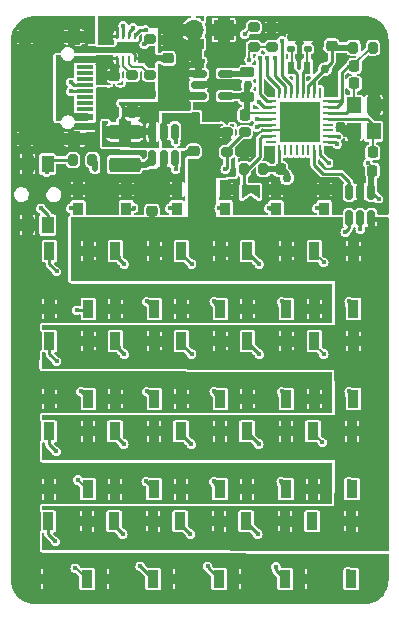
<source format=gbr>
%TF.GenerationSoftware,KiCad,Pcbnew,(6.0.11)*%
%TF.CreationDate,2023-02-01T21:23:02-08:00*%
%TF.ProjectId,Luzy,4c757a79-2e6b-4696-9361-645f70636258,rev?*%
%TF.SameCoordinates,Original*%
%TF.FileFunction,Copper,L1,Top*%
%TF.FilePolarity,Positive*%
%FSLAX46Y46*%
G04 Gerber Fmt 4.6, Leading zero omitted, Abs format (unit mm)*
G04 Created by KiCad (PCBNEW (6.0.11)) date 2023-02-01 21:23:02*
%MOMM*%
%LPD*%
G01*
G04 APERTURE LIST*
G04 Aperture macros list*
%AMRoundRect*
0 Rectangle with rounded corners*
0 $1 Rounding radius*
0 $2 $3 $4 $5 $6 $7 $8 $9 X,Y pos of 4 corners*
0 Add a 4 corners polygon primitive as box body*
4,1,4,$2,$3,$4,$5,$6,$7,$8,$9,$2,$3,0*
0 Add four circle primitives for the rounded corners*
1,1,$1+$1,$2,$3*
1,1,$1+$1,$4,$5*
1,1,$1+$1,$6,$7*
1,1,$1+$1,$8,$9*
0 Add four rect primitives between the rounded corners*
20,1,$1+$1,$2,$3,$4,$5,0*
20,1,$1+$1,$4,$5,$6,$7,0*
20,1,$1+$1,$6,$7,$8,$9,0*
20,1,$1+$1,$8,$9,$2,$3,0*%
%AMFreePoly0*
4,1,6,1.000000,0.000000,0.500000,-0.750000,-0.500000,-0.750000,-0.500000,0.750000,0.500000,0.750000,1.000000,0.000000,1.000000,0.000000,$1*%
%AMFreePoly1*
4,1,6,0.500000,-0.750000,-0.650000,-0.750000,-0.150000,0.000000,-0.650000,0.750000,0.500000,0.750000,0.500000,-0.750000,0.500000,-0.750000,$1*%
G04 Aperture macros list end*
%TA.AperFunction,SMDPad,CuDef*%
%ADD10RoundRect,0.140000X-0.170000X0.140000X-0.170000X-0.140000X0.170000X-0.140000X0.170000X0.140000X0*%
%TD*%
%TA.AperFunction,SMDPad,CuDef*%
%ADD11FreePoly0,90.000000*%
%TD*%
%TA.AperFunction,SMDPad,CuDef*%
%ADD12FreePoly1,90.000000*%
%TD*%
%TA.AperFunction,SMDPad,CuDef*%
%ADD13RoundRect,0.225000X-0.250000X0.225000X-0.250000X-0.225000X0.250000X-0.225000X0.250000X0.225000X0*%
%TD*%
%TA.AperFunction,SMDPad,CuDef*%
%ADD14R,0.900000X1.500000*%
%TD*%
%TA.AperFunction,ComponentPad*%
%ADD15R,1.700000X1.700000*%
%TD*%
%TA.AperFunction,ComponentPad*%
%ADD16O,1.700000X1.700000*%
%TD*%
%TA.AperFunction,SMDPad,CuDef*%
%ADD17R,0.900000X1.000000*%
%TD*%
%TA.AperFunction,SMDPad,CuDef*%
%ADD18RoundRect,0.150000X-0.512500X-0.150000X0.512500X-0.150000X0.512500X0.150000X-0.512500X0.150000X0*%
%TD*%
%TA.AperFunction,SMDPad,CuDef*%
%ADD19RoundRect,0.225000X0.250000X-0.225000X0.250000X0.225000X-0.250000X0.225000X-0.250000X-0.225000X0*%
%TD*%
%TA.AperFunction,SMDPad,CuDef*%
%ADD20RoundRect,0.200000X0.275000X-0.200000X0.275000X0.200000X-0.275000X0.200000X-0.275000X-0.200000X0*%
%TD*%
%TA.AperFunction,SMDPad,CuDef*%
%ADD21R,1.200000X1.400000*%
%TD*%
%TA.AperFunction,SMDPad,CuDef*%
%ADD22RoundRect,0.225000X-0.225000X-0.250000X0.225000X-0.250000X0.225000X0.250000X-0.225000X0.250000X0*%
%TD*%
%TA.AperFunction,SMDPad,CuDef*%
%ADD23RoundRect,0.200000X-0.200000X-0.275000X0.200000X-0.275000X0.200000X0.275000X-0.200000X0.275000X0*%
%TD*%
%TA.AperFunction,SMDPad,CuDef*%
%ADD24RoundRect,0.200000X-0.275000X0.200000X-0.275000X-0.200000X0.275000X-0.200000X0.275000X0.200000X0*%
%TD*%
%TA.AperFunction,SMDPad,CuDef*%
%ADD25R,0.600000X1.100000*%
%TD*%
%TA.AperFunction,SMDPad,CuDef*%
%ADD26RoundRect,0.150000X0.150000X-0.512500X0.150000X0.512500X-0.150000X0.512500X-0.150000X-0.512500X0*%
%TD*%
%TA.AperFunction,SMDPad,CuDef*%
%ADD27RoundRect,0.062500X-0.062500X0.375000X-0.062500X-0.375000X0.062500X-0.375000X0.062500X0.375000X0*%
%TD*%
%TA.AperFunction,SMDPad,CuDef*%
%ADD28RoundRect,0.062500X-0.375000X0.062500X-0.375000X-0.062500X0.375000X-0.062500X0.375000X0.062500X0*%
%TD*%
%TA.AperFunction,SMDPad,CuDef*%
%ADD29R,3.450000X3.450000*%
%TD*%
%TA.AperFunction,SMDPad,CuDef*%
%ADD30R,1.000000X1.450000*%
%TD*%
%TA.AperFunction,SMDPad,CuDef*%
%ADD31R,1.450000X0.600000*%
%TD*%
%TA.AperFunction,SMDPad,CuDef*%
%ADD32R,1.450000X0.300000*%
%TD*%
%TA.AperFunction,ComponentPad*%
%ADD33O,2.100000X1.000000*%
%TD*%
%TA.AperFunction,ComponentPad*%
%ADD34O,1.600000X1.000000*%
%TD*%
%TA.AperFunction,SMDPad,CuDef*%
%ADD35RoundRect,0.150000X-0.150000X0.512500X-0.150000X-0.512500X0.150000X-0.512500X0.150000X0.512500X0*%
%TD*%
%TA.AperFunction,SMDPad,CuDef*%
%ADD36RoundRect,0.225000X0.225000X0.250000X-0.225000X0.250000X-0.225000X-0.250000X0.225000X-0.250000X0*%
%TD*%
%TA.AperFunction,SMDPad,CuDef*%
%ADD37R,0.250000X0.500000*%
%TD*%
%TA.AperFunction,SMDPad,CuDef*%
%ADD38R,1.600000X0.900000*%
%TD*%
%TA.AperFunction,SMDPad,CuDef*%
%ADD39RoundRect,0.218750X-0.381250X0.218750X-0.381250X-0.218750X0.381250X-0.218750X0.381250X0.218750X0*%
%TD*%
%TA.AperFunction,SMDPad,CuDef*%
%ADD40RoundRect,0.250000X-1.075000X0.375000X-1.075000X-0.375000X1.075000X-0.375000X1.075000X0.375000X0*%
%TD*%
%TA.AperFunction,ViaPad*%
%ADD41C,0.400000*%
%TD*%
%TA.AperFunction,ViaPad*%
%ADD42C,0.762000*%
%TD*%
%TA.AperFunction,Conductor*%
%ADD43C,0.508000*%
%TD*%
%TA.AperFunction,Conductor*%
%ADD44C,0.254000*%
%TD*%
%TA.AperFunction,Conductor*%
%ADD45C,0.200000*%
%TD*%
G04 APERTURE END LIST*
D10*
%TO.P,C8,1*%
%TO.N,/GND*%
X157607000Y-48034000D03*
%TO.P,C8,2*%
%TO.N,Net-(C8-Pad2)*%
X157607000Y-48994000D03*
%TD*%
%TO.P,C7,1*%
%TO.N,/GND*%
X159004000Y-48034000D03*
%TO.P,C7,2*%
%TO.N,Net-(C7-Pad2)*%
X159004000Y-48994000D03*
%TD*%
D11*
%TO.P,JP1,1,A*%
%TO.N,/GND*%
X154178000Y-62484000D03*
D12*
%TO.P,JP1,2,B*%
%TO.N,/Controller/BOOT*%
X154178000Y-61034000D03*
%TD*%
D13*
%TO.P,C1,1*%
%TO.N,/V_{USB}*%
X142621000Y-51273000D03*
%TO.P,C1,2*%
%TO.N,/GND*%
X142621000Y-52823000D03*
%TD*%
D14*
%TO.P,D3,1,VDD*%
%TO.N,/V_{LED}*%
X151612991Y-66130000D03*
%TO.P,D3,2,DOUT*%
%TO.N,Net-(D3-Pad2)*%
X148312991Y-66130000D03*
%TO.P,D3,3,VSS*%
%TO.N,/GND*%
X148312991Y-71030000D03*
%TO.P,D3,4,DIN*%
%TO.N,Net-(D2-Pad2)*%
X151612991Y-71030000D03*
%TD*%
%TO.P,D20,1,VDD*%
%TO.N,/V_{LED}*%
X162686000Y-88990000D03*
%TO.P,D20,2,DOUT*%
%TO.N,/LED Grid/LED Row3/DATA_OUT*%
X159386000Y-88990000D03*
%TO.P,D20,3,VSS*%
%TO.N,/GND*%
X159386000Y-93890000D03*
%TO.P,D20,4,DIN*%
%TO.N,Net-(D19-Pad2)*%
X162686000Y-93890000D03*
%TD*%
D15*
%TO.P,J1,1,Pin_1*%
%TO.N,/GND*%
X151892000Y-47396000D03*
D16*
%TO.P,J1,2,Pin_2*%
%TO.N,/V_{BATT}*%
X149352000Y-47396000D03*
%TD*%
D17*
%TO.P,SW1,1,A*%
%TO.N,/GND*%
X152037000Y-60922000D03*
X147937000Y-60922000D03*
%TO.P,SW1,2,B*%
%TO.N,/POWER*%
X147937000Y-62522000D03*
X152037000Y-62522000D03*
%TD*%
D18*
%TO.P,U2,1,Vin*%
%TO.N,/V_{BATT}*%
X149789300Y-51094600D03*
%TO.P,U2,2,GND*%
%TO.N,/GND*%
X149789300Y-52044600D03*
%TO.P,U2,3,EN*%
%TO.N,/V_{BATT}*%
X149789300Y-52994600D03*
%TO.P,U2,4,FB*%
%TO.N,/V_{DD}*%
X152064300Y-52994600D03*
%TO.P,U2,5,SW*%
%TO.N,Net-(L2-Pad1)*%
X152064300Y-51094600D03*
%TD*%
D14*
%TO.P,D9,1,VDD*%
%TO.N,/V_{LED}*%
X157200991Y-73750000D03*
%TO.P,D9,2,DOUT*%
%TO.N,Net-(D10-Pad4)*%
X153900991Y-73750000D03*
%TO.P,D9,3,VSS*%
%TO.N,/GND*%
X153900991Y-78650000D03*
%TO.P,D9,4,DIN*%
%TO.N,Net-(D8-Pad2)*%
X157200991Y-78650000D03*
%TD*%
D13*
%TO.P,C14,1*%
%TO.N,/GND*%
X161036000Y-47180200D03*
%TO.P,C14,2*%
%TO.N,/V_{DD}*%
X161036000Y-48730200D03*
%TD*%
D19*
%TO.P,C2,1*%
%TO.N,/GND*%
X147193000Y-49797000D03*
%TO.P,C2,2*%
%TO.N,/V_{BATT}*%
X147193000Y-48247000D03*
%TD*%
D20*
%TO.P,R3,1*%
%TO.N,/GND*%
X145669000Y-49825000D03*
%TO.P,R3,2*%
%TO.N,Net-(R3-Pad2)*%
X145669000Y-48175000D03*
%TD*%
D14*
%TO.P,D11,1,VDD*%
%TO.N,/V_{LED}*%
X140402680Y-81370000D03*
%TO.P,D11,2,DOUT*%
%TO.N,Net-(D11-Pad2)*%
X137102680Y-81370000D03*
%TO.P,D11,3,VSS*%
%TO.N,/GND*%
X137102680Y-86270000D03*
%TO.P,D11,4,DIN*%
%TO.N,/LED Grid/LED Row1/DATA_OUT*%
X140402680Y-86270000D03*
%TD*%
D21*
%TO.P,Y2,1,1*%
%TO.N,Net-(C10-Pad2)*%
X162890200Y-53771800D03*
%TO.P,Y2,2,2*%
%TO.N,/GND*%
X162890200Y-55971800D03*
%TO.P,Y2,3,3*%
%TO.N,Net-(C9-Pad2)*%
X164590200Y-55971800D03*
%TO.P,Y2,4,4*%
%TO.N,/GND*%
X164590200Y-53771800D03*
%TD*%
D14*
%TO.P,D5,1,VDD*%
%TO.N,/V_{LED}*%
X162876500Y-66130000D03*
%TO.P,D5,2,DOUT*%
%TO.N,/LED Grid/LED Row/DATA_OUT*%
X159576500Y-66130000D03*
%TO.P,D5,3,VSS*%
%TO.N,/GND*%
X159576500Y-71030000D03*
%TO.P,D5,4,DIN*%
%TO.N,Net-(D4-Pad2)*%
X162876500Y-71030000D03*
%TD*%
D22*
%TO.P,C12,1*%
%TO.N,/GND*%
X162928000Y-59309000D03*
%TO.P,C12,2*%
%TO.N,/V_{DD}*%
X164478000Y-59309000D03*
%TD*%
D13*
%TO.P,C15,1*%
%TO.N,/GND*%
X145796000Y-61201000D03*
%TO.P,C15,2*%
%TO.N,/V_{LED}*%
X145796000Y-62751000D03*
%TD*%
D23*
%TO.P,R9,1*%
%TO.N,/Controller/~{RESET}*%
X139129000Y-58420000D03*
%TO.P,R9,2*%
%TO.N,/V_{DD}*%
X140779000Y-58420000D03*
%TD*%
D14*
%TO.P,D12,1,VDD*%
%TO.N,/V_{LED}*%
X145990680Y-81370000D03*
%TO.P,D12,2,DOUT*%
%TO.N,Net-(D12-Pad2)*%
X142690680Y-81370000D03*
%TO.P,D12,3,VSS*%
%TO.N,/GND*%
X142690680Y-86270000D03*
%TO.P,D12,4,DIN*%
%TO.N,Net-(D11-Pad2)*%
X145990680Y-86270000D03*
%TD*%
%TO.P,D8,1,VDD*%
%TO.N,/V_{LED}*%
X151612991Y-73750000D03*
%TO.P,D8,2,DOUT*%
%TO.N,Net-(D8-Pad2)*%
X148312991Y-73750000D03*
%TO.P,D8,3,VSS*%
%TO.N,/GND*%
X148312991Y-78650000D03*
%TO.P,D8,4,DIN*%
%TO.N,Net-(D7-Pad2)*%
X151612991Y-78650000D03*
%TD*%
%TO.P,D1,1,VDD*%
%TO.N,/V_{LED}*%
X140436991Y-66130000D03*
%TO.P,D1,2,DOUT*%
%TO.N,Net-(D1-Pad2)*%
X137136991Y-66130000D03*
%TO.P,D1,3,VSS*%
%TO.N,/GND*%
X137136991Y-71030000D03*
%TO.P,D1,4,DIN*%
%TO.N,/DATA*%
X140436991Y-71030000D03*
%TD*%
D24*
%TO.P,R1,1*%
%TO.N,Net-(R1-Pad1)*%
X144145000Y-51212000D03*
%TO.P,R1,2*%
%TO.N,/GND*%
X144145000Y-52862000D03*
%TD*%
D22*
%TO.P,C5,1*%
%TO.N,/V_{BATT}*%
X149593000Y-49570600D03*
%TO.P,C5,2*%
%TO.N,/GND*%
X151143000Y-49570600D03*
%TD*%
D14*
%TO.P,D15,1,VDD*%
%TO.N,/V_{LED}*%
X162754680Y-81370000D03*
%TO.P,D15,2,DOUT*%
%TO.N,/LED Grid/LED Row2/DATA_OUT*%
X159454680Y-81370000D03*
%TO.P,D15,3,VSS*%
%TO.N,/GND*%
X159454680Y-86270000D03*
%TO.P,D15,4,DIN*%
%TO.N,Net-(D14-Pad2)*%
X162754680Y-86270000D03*
%TD*%
%TO.P,D14,1,VDD*%
%TO.N,/V_{LED}*%
X157166680Y-81370000D03*
%TO.P,D14,2,DOUT*%
%TO.N,Net-(D14-Pad2)*%
X153866680Y-81370000D03*
%TO.P,D14,3,VSS*%
%TO.N,/GND*%
X153866680Y-86270000D03*
%TO.P,D14,4,DIN*%
%TO.N,Net-(D13-Pad2)*%
X157166680Y-86270000D03*
%TD*%
%TO.P,D19,1,VDD*%
%TO.N,/V_{LED}*%
X157098000Y-88990000D03*
%TO.P,D19,2,DOUT*%
%TO.N,Net-(D19-Pad2)*%
X153798000Y-88990000D03*
%TO.P,D19,3,VSS*%
%TO.N,/GND*%
X153798000Y-93890000D03*
%TO.P,D19,4,DIN*%
%TO.N,Net-(D18-Pad2)*%
X157098000Y-93890000D03*
%TD*%
D25*
%TO.P,Y1,1,1*%
%TO.N,Net-(C8-Pad2)*%
X157561000Y-50589000D03*
%TO.P,Y1,2,2*%
%TO.N,Net-(C7-Pad2)*%
X158961000Y-50589000D03*
%TD*%
D26*
%TO.P,U1,1,SW*%
%TO.N,Net-(L1-Pad2)*%
X145862000Y-58287500D03*
%TO.P,U1,2,GND*%
%TO.N,/GND*%
X146812000Y-58287500D03*
%TO.P,U1,3,FB*%
%TO.N,Net-(R4-Pad2)*%
X147762000Y-58287500D03*
%TO.P,U1,4,EN*%
%TO.N,/BOOST_EN*%
X147762000Y-56012500D03*
%TO.P,U1,5,VOUT*%
%TO.N,/V_{LED}*%
X146812000Y-56012500D03*
%TO.P,U1,6,VI*%
%TO.N,/V_{BATT}*%
X145862000Y-56012500D03*
%TD*%
D27*
%TO.P,U3,1,LNA_IN*%
%TO.N,unconnected-(U3-Pad1)*%
X160068200Y-52724300D03*
%TO.P,U3,2,VDD3P3*%
%TO.N,/V_{DD}*%
X159568200Y-52724300D03*
%TO.P,U3,3,VDD3P3*%
X159068200Y-52724300D03*
%TO.P,U3,4,XTAL_32K_P/ADC1_CH0*%
%TO.N,Net-(C7-Pad2)*%
X158568200Y-52724300D03*
%TO.P,U3,5,XTAL_32K_N/ADC1_CH1*%
%TO.N,Net-(C8-Pad2)*%
X158068200Y-52724300D03*
%TO.P,U3,6,GPIO2/ADC1_CH2*%
%TO.N,/LEFT*%
X157568200Y-52724300D03*
%TO.P,U3,7,CHIP_EN*%
%TO.N,/Controller/~{RESET}*%
X157068200Y-52724300D03*
%TO.P,U3,8,GPIO3/ADC1_CH3*%
%TO.N,/POWER*%
X156568200Y-52724300D03*
D28*
%TO.P,U3,9,MTMS/GPIO4/ADC1_CH4*%
%TO.N,/RIGHT*%
X155880700Y-53411800D03*
%TO.P,U3,10,MTDI/GPIO5/ADC2_CH0*%
%TO.N,/Controller/VBATTSENSE*%
X155880700Y-53911800D03*
%TO.P,U3,11,VDD3P3_RTC*%
%TO.N,/V_{DD}*%
X155880700Y-54411800D03*
%TO.P,U3,12,MTCK/GPIO6*%
%TO.N,/CHRG_STAT*%
X155880700Y-54911800D03*
%TO.P,U3,13,MTDO/GPIO7*%
%TO.N,/CHRG_PG*%
X155880700Y-55411800D03*
%TO.P,U3,14,GPIO8*%
%TO.N,/GND*%
X155880700Y-55911800D03*
%TO.P,U3,15,GPIO9/BOOT*%
%TO.N,/Controller/BOOT*%
X155880700Y-56411800D03*
%TO.P,U3,16,GPIO10*%
%TO.N,unconnected-(U3-Pad16)*%
X155880700Y-56911800D03*
D27*
%TO.P,U3,17,VDD3P3_CPU*%
%TO.N,/V_{DD}*%
X156568200Y-57599300D03*
%TO.P,U3,18,VDD_SPI/GPIO11*%
%TO.N,unconnected-(U3-Pad18)*%
X157068200Y-57599300D03*
%TO.P,U3,19,SPIHD/GPIO12*%
%TO.N,unconnected-(U3-Pad19)*%
X157568200Y-57599300D03*
%TO.P,U3,20,SPIWP/GPIO13*%
%TO.N,unconnected-(U3-Pad20)*%
X158068200Y-57599300D03*
%TO.P,U3,21,SPICS0/GPIO14*%
%TO.N,unconnected-(U3-Pad21)*%
X158568200Y-57599300D03*
%TO.P,U3,22,SPICLK/GPIO15*%
%TO.N,unconnected-(U3-Pad22)*%
X159068200Y-57599300D03*
%TO.P,U3,23,SPID/GPIO16*%
%TO.N,/Controller/WS2812_DATA*%
X159568200Y-57599300D03*
%TO.P,U3,24,SPIQ/GPIO17*%
%TO.N,/BOOST_EN*%
X160068200Y-57599300D03*
D28*
%TO.P,U3,25,GPIO18/USB_D-*%
%TO.N,/D-*%
X160755700Y-56911800D03*
%TO.P,U3,26,GPIO19/USB_D+*%
%TO.N,/D+*%
X160755700Y-56411800D03*
%TO.P,U3,27,U0RXD/GPIO20*%
%TO.N,unconnected-(U3-Pad27)*%
X160755700Y-55911800D03*
%TO.P,U3,28,U0TXD/GPIO21*%
%TO.N,unconnected-(U3-Pad28)*%
X160755700Y-55411800D03*
%TO.P,U3,29,XTAL_N*%
%TO.N,Net-(C9-Pad2)*%
X160755700Y-54911800D03*
%TO.P,U3,30,XTAL_P*%
%TO.N,Net-(C10-Pad2)*%
X160755700Y-54411800D03*
%TO.P,U3,31,VDDA*%
%TO.N,/Controller/VDDA*%
X160755700Y-53911800D03*
%TO.P,U3,32,VDDA*%
X160755700Y-53411800D03*
D29*
%TO.P,U3,33,GND*%
%TO.N,/GND*%
X158318200Y-55161800D03*
%TD*%
D14*
%TO.P,D4,1,VDD*%
%TO.N,/V_{LED}*%
X157200991Y-66130000D03*
%TO.P,D4,2,DOUT*%
%TO.N,Net-(D4-Pad2)*%
X153900991Y-66130000D03*
%TO.P,D4,3,VSS*%
%TO.N,/GND*%
X153900991Y-71030000D03*
%TO.P,D4,4,DIN*%
%TO.N,Net-(D3-Pad2)*%
X157200991Y-71030000D03*
%TD*%
%TO.P,D2,1,VDD*%
%TO.N,/V_{LED}*%
X146024991Y-66130000D03*
%TO.P,D2,2,DOUT*%
%TO.N,Net-(D2-Pad2)*%
X142724991Y-66130000D03*
%TO.P,D2,3,VSS*%
%TO.N,/GND*%
X142724991Y-71030000D03*
%TO.P,D2,4,DIN*%
%TO.N,Net-(D1-Pad2)*%
X146024991Y-71030000D03*
%TD*%
D13*
%TO.P,C4,1*%
%TO.N,/V_{LED}*%
X149352000Y-56121000D03*
%TO.P,C4,2*%
%TO.N,/GND*%
X149352000Y-57671000D03*
%TD*%
D30*
%TO.P,SW4,1,A*%
%TO.N,/GND*%
X135286000Y-58766000D03*
X135286000Y-63916000D03*
%TO.P,SW4,2,B*%
%TO.N,/Controller/~{RESET}*%
X136986000Y-58766000D03*
X136986000Y-63916000D03*
%TD*%
D14*
%TO.P,D13,1,VDD*%
%TO.N,/V_{LED}*%
X151578680Y-81370000D03*
%TO.P,D13,2,DOUT*%
%TO.N,Net-(D13-Pad2)*%
X148278680Y-81370000D03*
%TO.P,D13,3,VSS*%
%TO.N,/GND*%
X148278680Y-86270000D03*
%TO.P,D13,4,DIN*%
%TO.N,Net-(D12-Pad2)*%
X151578680Y-86270000D03*
%TD*%
%TO.P,D17,1,VDD*%
%TO.N,/V_{LED}*%
X145922000Y-88990000D03*
%TO.P,D17,2,DOUT*%
%TO.N,Net-(D17-Pad2)*%
X142622000Y-88990000D03*
%TO.P,D17,3,VSS*%
%TO.N,/GND*%
X142622000Y-93890000D03*
%TO.P,D17,4,DIN*%
%TO.N,Net-(D16-Pad2)*%
X145922000Y-93890000D03*
%TD*%
%TO.P,D7,1,VDD*%
%TO.N,/V_{LED}*%
X146024991Y-73750000D03*
%TO.P,D7,2,DOUT*%
%TO.N,Net-(D7-Pad2)*%
X142724991Y-73750000D03*
%TO.P,D7,3,VSS*%
%TO.N,/GND*%
X142724991Y-78650000D03*
%TO.P,D7,4,DIN*%
%TO.N,Net-(D6-Pad2)*%
X146024991Y-78650000D03*
%TD*%
D24*
%TO.P,R4,1*%
%TO.N,/V_{LED}*%
X152146000Y-56071000D03*
%TO.P,R4,2*%
%TO.N,Net-(R4-Pad2)*%
X152146000Y-57721000D03*
%TD*%
D17*
%TO.P,SW3,1,A*%
%TO.N,/GND*%
X160419000Y-60922000D03*
X156319000Y-60922000D03*
%TO.P,SW3,2,B*%
%TO.N,/RIGHT*%
X160419000Y-62522000D03*
X156319000Y-62522000D03*
%TD*%
D31*
%TO.P,P1,A1,GND*%
%TO.N,/GND*%
X140137000Y-49074000D03*
%TO.P,P1,A4,VBUS*%
%TO.N,/V_{USB}*%
X140137000Y-49874000D03*
D32*
%TO.P,P1,A5,CC*%
%TO.N,unconnected-(P1-PadA5)*%
X140137000Y-51074000D03*
%TO.P,P1,A6,D+*%
%TO.N,/D+*%
X140137000Y-52074000D03*
%TO.P,P1,A7,D-*%
%TO.N,/D-*%
X140137000Y-52574000D03*
%TO.P,P1,A8*%
%TO.N,N/C*%
X140137000Y-53574000D03*
D31*
%TO.P,P1,A9,VBUS*%
%TO.N,/V_{USB}*%
X140137000Y-54774000D03*
%TO.P,P1,A12,GND*%
%TO.N,/GND*%
X140137000Y-55574000D03*
%TO.P,P1,B1,GND*%
X140137000Y-55574000D03*
%TO.P,P1,B4,VBUS*%
%TO.N,/V_{USB}*%
X140137000Y-54774000D03*
D32*
%TO.P,P1,B5,VCONN*%
%TO.N,unconnected-(P1-PadB5)*%
X140137000Y-54074000D03*
%TO.P,P1,B6*%
%TO.N,N/C*%
X140137000Y-53074000D03*
%TO.P,P1,B7*%
X140137000Y-51574000D03*
%TO.P,P1,B8*%
X140137000Y-50574000D03*
D31*
%TO.P,P1,B9,VBUS*%
%TO.N,/V_{USB}*%
X140137000Y-49874000D03*
%TO.P,P1,B12,GND*%
%TO.N,/GND*%
X140137000Y-49074000D03*
D33*
%TO.P,P1,S1,SHIELD*%
X139222000Y-48004000D03*
D34*
X135042000Y-48004000D03*
D33*
X139222000Y-56644000D03*
D34*
X135042000Y-56644000D03*
%TD*%
D35*
%TO.P,U4,1,VCCA*%
%TO.N,/V_{DD}*%
X164399000Y-61092500D03*
%TO.P,U4,2,GND*%
%TO.N,/GND*%
X163449000Y-61092500D03*
%TO.P,U4,3,A*%
%TO.N,/Controller/WS2812_DATA*%
X162499000Y-61092500D03*
%TO.P,U4,4,B*%
%TO.N,/DATA*%
X162499000Y-63367500D03*
%TO.P,U4,5,DIR*%
%TO.N,/V_{DD}*%
X163449000Y-63367500D03*
%TO.P,U4,6,VCCB*%
%TO.N,/V_{LED}*%
X164399000Y-63367500D03*
%TD*%
D36*
%TO.P,C6,1*%
%TO.N,/V_{DD}*%
X153683000Y-54610000D03*
%TO.P,C6,2*%
%TO.N,/GND*%
X152133000Y-54610000D03*
%TD*%
D37*
%TO.P,U5,1,IN*%
%TO.N,/V_{USB}*%
X142887000Y-49823000D03*
%TO.P,U5,2,ISET*%
%TO.N,Net-(R1-Pad1)*%
X143387000Y-49823000D03*
%TO.P,U5,3,TS*%
%TO.N,Net-(R2-Pad1)*%
X143887000Y-49823000D03*
%TO.P,U5,4,GND*%
%TO.N,/GND*%
X144387000Y-49823000D03*
%TO.P,U5,5,STAT*%
%TO.N,/CHRG_STAT*%
X144387000Y-47923000D03*
%TO.P,U5,6,PG*%
%TO.N,/CHRG_PG*%
X143887000Y-47923000D03*
%TO.P,U5,7,VSET*%
%TO.N,Net-(R3-Pad2)*%
X143387000Y-47923000D03*
%TO.P,U5,8,OUT*%
%TO.N,/V_{BATT}*%
X142887000Y-47923000D03*
D38*
%TO.P,U5,9,EPAD*%
%TO.N,/GND*%
X143637000Y-48873000D03*
%TD*%
D36*
%TO.P,C10,1*%
%TO.N,/GND*%
X164515200Y-51933300D03*
%TO.P,C10,2*%
%TO.N,Net-(C10-Pad2)*%
X162965200Y-51933300D03*
%TD*%
D23*
%TO.P,R8,1*%
%TO.N,/V_{DD}*%
X162878000Y-48895000D03*
%TO.P,R8,2*%
%TO.N,/Controller/VDDA*%
X164528000Y-48895000D03*
%TD*%
%TO.P,R10,1*%
%TO.N,/Controller/BOOT*%
X153607000Y-59182000D03*
%TO.P,R10,2*%
%TO.N,/V_{DD}*%
X155257000Y-59182000D03*
%TD*%
D24*
%TO.P,R2,1*%
%TO.N,Net-(R2-Pad1)*%
X145669000Y-51212000D03*
%TO.P,R2,2*%
%TO.N,/GND*%
X145669000Y-52862000D03*
%TD*%
D14*
%TO.P,D18,1,VDD*%
%TO.N,/V_{LED}*%
X151510000Y-88990000D03*
%TO.P,D18,2,DOUT*%
%TO.N,Net-(D18-Pad2)*%
X148210000Y-88990000D03*
%TO.P,D18,3,VSS*%
%TO.N,/GND*%
X148210000Y-93890000D03*
%TO.P,D18,4,DIN*%
%TO.N,Net-(D17-Pad2)*%
X151510000Y-93890000D03*
%TD*%
D39*
%TO.P,L2,1,1*%
%TO.N,Net-(L2-Pad1)*%
X153898600Y-50982100D03*
%TO.P,L2,2,2*%
%TO.N,/V_{DD}*%
X153898600Y-53107100D03*
%TD*%
D24*
%TO.P,R6,1*%
%TO.N,/V_{BATT}*%
X154432000Y-47181000D03*
%TO.P,R6,2*%
%TO.N,/Controller/VBATTSENSE*%
X154432000Y-48831000D03*
%TD*%
D14*
%TO.P,D6,1,VDD*%
%TO.N,/V_{LED}*%
X140436991Y-73750000D03*
%TO.P,D6,2,DOUT*%
%TO.N,Net-(D6-Pad2)*%
X137136991Y-73750000D03*
%TO.P,D6,3,VSS*%
%TO.N,/GND*%
X137136991Y-78650000D03*
%TO.P,D6,4,DIN*%
%TO.N,/LED Grid/LED Row/DATA_OUT*%
X140436991Y-78650000D03*
%TD*%
D36*
%TO.P,C11,1*%
%TO.N,/GND*%
X158255000Y-59182000D03*
%TO.P,C11,2*%
%TO.N,/V_{DD}*%
X156705000Y-59182000D03*
%TD*%
D17*
%TO.P,SW2,1,A*%
%TO.N,/GND*%
X139555000Y-60922000D03*
X143655000Y-60922000D03*
%TO.P,SW2,2,B*%
%TO.N,/LEFT*%
X143655000Y-62522000D03*
X139555000Y-62522000D03*
%TD*%
D22*
%TO.P,C13,1*%
%TO.N,/Controller/VDDA*%
X162953400Y-50444400D03*
%TO.P,C13,2*%
%TO.N,/GND*%
X164503400Y-50444400D03*
%TD*%
D40*
%TO.P,L1,1,1*%
%TO.N,/V_{BATT}*%
X143510000Y-56004000D03*
%TO.P,L1,2,2*%
%TO.N,Net-(L1-Pad2)*%
X143510000Y-58804000D03*
%TD*%
D36*
%TO.P,C3,1*%
%TO.N,/V_{BATT}*%
X144158000Y-54356000D03*
%TO.P,C3,2*%
%TO.N,/GND*%
X142608000Y-54356000D03*
%TD*%
D22*
%TO.P,C9,1*%
%TO.N,/GND*%
X162965200Y-57775300D03*
%TO.P,C9,2*%
%TO.N,Net-(C9-Pad2)*%
X164515200Y-57775300D03*
%TD*%
D24*
%TO.P,R5,1*%
%TO.N,Net-(R4-Pad2)*%
X153670000Y-56071000D03*
%TO.P,R5,2*%
%TO.N,/GND*%
X153670000Y-57721000D03*
%TD*%
D14*
%TO.P,D16,1,VDD*%
%TO.N,/V_{LED}*%
X140334000Y-88990000D03*
%TO.P,D16,2,DOUT*%
%TO.N,Net-(D16-Pad2)*%
X137034000Y-88990000D03*
%TO.P,D16,3,VSS*%
%TO.N,/GND*%
X137034000Y-93890000D03*
%TO.P,D16,4,DIN*%
%TO.N,/LED Grid/LED Row2/DATA_OUT*%
X140334000Y-93890000D03*
%TD*%
D20*
%TO.P,R7,1*%
%TO.N,/Controller/VBATTSENSE*%
X155956000Y-48831000D03*
%TO.P,R7,2*%
%TO.N,/GND*%
X155956000Y-47181000D03*
%TD*%
D14*
%TO.P,D10,1,VDD*%
%TO.N,/V_{LED}*%
X162876500Y-73750000D03*
%TO.P,D10,2,DOUT*%
%TO.N,/LED Grid/LED Row1/DATA_OUT*%
X159576500Y-73750000D03*
%TO.P,D10,3,VSS*%
%TO.N,/GND*%
X159576500Y-78650000D03*
%TO.P,D10,4,DIN*%
%TO.N,Net-(D10-Pad4)*%
X162876500Y-78650000D03*
%TD*%
D41*
%TO.N,/GND*%
X158318200Y-55161800D03*
X159258000Y-55880000D03*
X157480000Y-55880000D03*
X157480000Y-54356000D03*
X159258000Y-54356000D03*
%TO.N,/V_{BATT}*%
X153670000Y-47752000D03*
X150114000Y-50038000D03*
D42*
%TO.N,/V_{DD}*%
X160457200Y-50729200D03*
X157246419Y-59944000D03*
D41*
X165000750Y-61694250D03*
D42*
X153924000Y-52070000D03*
D41*
X140970000Y-59182000D03*
X164084000Y-58674000D03*
X163449000Y-64262000D03*
%TO.N,Net-(R3-Pad2)*%
X143383000Y-47061000D03*
X145152500Y-48632500D03*
%TO.N,Net-(R4-Pad2)*%
X147828000Y-59182000D03*
X152019000Y-59200500D03*
%TO.N,Net-(D2-Pad2)*%
X151081982Y-70395000D03*
X143461982Y-67220000D03*
%TO.N,Net-(D3-Pad2)*%
X149176982Y-67220000D03*
X156796982Y-70395000D03*
%TO.N,/LED Grid/LED Row/DATA_OUT*%
X139802991Y-78015000D03*
X160376991Y-67093000D03*
%TO.N,Net-(D6-Pad2)*%
X145366982Y-78015000D03*
X137746982Y-75475000D03*
%TO.N,Net-(D7-Pad2)*%
X151081982Y-78015000D03*
X143461982Y-74840000D03*
%TO.N,Net-(D8-Pad2)*%
X149176982Y-74840000D03*
X156796982Y-78015000D03*
%TO.N,Net-(D10-Pad4)*%
X154891982Y-74840000D03*
X162511982Y-78015000D03*
%TO.N,/LED Grid/LED Row1/DATA_OUT*%
X160376991Y-74840000D03*
X139548991Y-85508000D03*
%TO.N,Net-(D11-Pad2)*%
X145332671Y-85635000D03*
X137712671Y-83095000D03*
%TO.N,Net-(D12-Pad2)*%
X151047671Y-85635000D03*
X143427671Y-82460000D03*
%TO.N,Net-(D13-Pad2)*%
X149142671Y-82460000D03*
X156762671Y-85635000D03*
%TO.N,Net-(D14-Pad2)*%
X154857671Y-82460000D03*
X162477671Y-85635000D03*
%TO.N,/LED Grid/LED Row2/DATA_OUT*%
X139319000Y-92964000D03*
X160249991Y-82333000D03*
%TO.N,Net-(D16-Pad2)*%
X144812996Y-92804004D03*
X137643991Y-90715000D03*
%TO.N,Net-(D17-Pad2)*%
X150527996Y-92804004D03*
X143358991Y-90080000D03*
%TO.N,Net-(D18-Pad2)*%
X149073991Y-90080000D03*
X156306496Y-92867504D03*
%TO.N,Net-(D19-Pad2)*%
X154788991Y-90080000D03*
X162408991Y-93255000D03*
%TO.N,Net-(D1-Pad2)*%
X145366982Y-70395000D03*
X137746982Y-67855000D03*
%TO.N,Net-(D4-Pad2)*%
X154891982Y-67220000D03*
X162511982Y-70395000D03*
%TO.N,/Controller/VBATTSENSE*%
X154051000Y-49911000D03*
X154885208Y-53521792D03*
%TO.N,/BOOST_EN*%
X160782000Y-58674000D03*
X147828000Y-56896000D03*
%TO.N,/Controller/~{RESET}*%
X136906000Y-59436000D03*
X156210000Y-49784000D03*
X136398000Y-62484000D03*
%TO.N,/CHRG_PG*%
X144200835Y-47241749D03*
X154686000Y-55626000D03*
%TO.N,/CHRG_STAT*%
X154686000Y-54911300D03*
X145277065Y-47387014D03*
%TO.N,/D-*%
X138934000Y-52600500D03*
X161493200Y-57073800D03*
%TO.N,/D+*%
X138938000Y-51816000D03*
X161620200Y-56438800D03*
%TO.N,/DATA*%
X139446000Y-71120000D03*
X162179000Y-64516000D03*
%TO.N,/POWER*%
X151511000Y-62484000D03*
X155566500Y-49784000D03*
X147320000Y-62484000D03*
%TO.N,/LEFT*%
X156827036Y-48317014D03*
X144272000Y-62484000D03*
X138938000Y-62484000D03*
%TO.N,/RIGHT*%
X159784500Y-62484000D03*
X155702000Y-62484000D03*
X154940000Y-49784000D03*
%TD*%
D43*
%TO.N,/GND*%
X147193000Y-49797000D02*
X145697000Y-49797000D01*
D44*
X143809000Y-48873000D02*
X144387000Y-49451000D01*
D45*
X155880700Y-55911800D02*
X157448200Y-55911800D01*
D44*
X144387000Y-49823000D02*
X144387000Y-49451000D01*
D45*
%TO.N,/V_{BATT}*%
X154241000Y-47181000D02*
X153670000Y-47752000D01*
%TO.N,/V_{DD}*%
X159822200Y-51364200D02*
X160457200Y-50729200D01*
D43*
X153898600Y-52095400D02*
X153924000Y-52070000D01*
X155257000Y-59182000D02*
X156578000Y-59182000D01*
D44*
X161036000Y-50150400D02*
X160457200Y-50729200D01*
D43*
X157246419Y-59596419D02*
X156705000Y-59055000D01*
X152064300Y-52994600D02*
X153786100Y-52994600D01*
D45*
X159068200Y-52118200D02*
X159568200Y-51618200D01*
D43*
X153898600Y-53107100D02*
X153898600Y-52095400D01*
D45*
X156568200Y-57599300D02*
X156568200Y-58918200D01*
D43*
X153898600Y-53107100D02*
X153898600Y-54308000D01*
D44*
X163449000Y-64262000D02*
X163449000Y-63367500D01*
D45*
X155880700Y-54411800D02*
X153794800Y-54411800D01*
D44*
X161036000Y-48730200D02*
X161036000Y-50150400D01*
D43*
X140970000Y-58611000D02*
X140779000Y-58420000D01*
X164399000Y-61092500D02*
X164399000Y-59388000D01*
D44*
X165000750Y-61694250D02*
X164399000Y-61092500D01*
X159568200Y-51618200D02*
X159822200Y-51364200D01*
D43*
X162953400Y-48920400D02*
X160790500Y-48920400D01*
D45*
X164526000Y-59116000D02*
X164084000Y-58674000D01*
D43*
X153898600Y-54308000D02*
X153683000Y-54523600D01*
X157246419Y-59944000D02*
X157246419Y-59596419D01*
D44*
X159068200Y-52118200D02*
X160457200Y-50729200D01*
D43*
X140970000Y-59182000D02*
X140970000Y-58611000D01*
D44*
X159068200Y-52724300D02*
X159068200Y-52118200D01*
X159568200Y-52724300D02*
X159568200Y-51618200D01*
X156568200Y-57599300D02*
X156568200Y-59045200D01*
D45*
%TO.N,Net-(C7-Pad2)*%
X158961000Y-50589000D02*
X158961000Y-49150500D01*
D44*
X158568200Y-50981800D02*
X158961000Y-50589000D01*
X158568200Y-52724300D02*
X158568200Y-50981800D01*
D45*
%TO.N,Net-(R1-Pad1)*%
X143387000Y-49823000D02*
X143387000Y-50454000D01*
X143387000Y-50454000D02*
X144145000Y-51212000D01*
%TO.N,Net-(R2-Pad1)*%
X144969000Y-50512000D02*
X145669000Y-51212000D01*
X143887000Y-49823000D02*
X143887000Y-50273000D01*
X144126000Y-50512000D02*
X144969000Y-50512000D01*
X143887000Y-50273000D02*
X144126000Y-50512000D01*
D44*
%TO.N,Net-(R3-Pad2)*%
X143383000Y-47061000D02*
X143387000Y-47065000D01*
X145152500Y-48632500D02*
X145610000Y-48175000D01*
X143387000Y-47065000D02*
X143387000Y-47923000D01*
D43*
%TO.N,/V_{LED}*%
X145796000Y-62751000D02*
X145796000Y-64008000D01*
D45*
%TO.N,Net-(C8-Pad2)*%
X157654000Y-48933500D02*
X157654000Y-50496000D01*
D44*
X158068200Y-51096200D02*
X157561000Y-50589000D01*
X158068200Y-52724300D02*
X158068200Y-51096200D01*
D43*
%TO.N,Net-(L1-Pad2)*%
X145345500Y-58804000D02*
X145862000Y-58287500D01*
X143510000Y-58804000D02*
X145345500Y-58804000D01*
%TO.N,Net-(L2-Pad1)*%
X152064300Y-51094600D02*
X153786100Y-51094600D01*
D44*
%TO.N,Net-(R4-Pad2)*%
X152146000Y-57595000D02*
X153670000Y-56071000D01*
X147828000Y-59182000D02*
X147828000Y-58353500D01*
X152019000Y-59200500D02*
X152146000Y-59073500D01*
X152146000Y-59073500D02*
X152146000Y-57721000D01*
D45*
%TO.N,Net-(C9-Pad2)*%
X164515200Y-57919800D02*
X164515200Y-56046800D01*
D44*
X160755700Y-54911800D02*
X164030200Y-54911800D01*
X164030200Y-54911800D02*
X164590200Y-55471800D01*
%TO.N,Net-(C10-Pad2)*%
X162250200Y-54411800D02*
X162890200Y-53771800D01*
D45*
X162890200Y-53771800D02*
X162890200Y-52004866D01*
D44*
X160755700Y-54411800D02*
X162250200Y-54411800D01*
%TO.N,Net-(D2-Pad2)*%
X151081982Y-70498991D02*
X151612991Y-71030000D01*
X151081982Y-70395000D02*
X151081982Y-70498991D01*
X142724991Y-66483009D02*
X143461982Y-67220000D01*
D43*
X142931475Y-66628466D02*
G75*
G02*
X142724991Y-66130000I498425J498466D01*
G01*
D44*
%TO.N,Net-(D3-Pad2)*%
X148312991Y-66356009D02*
X149176982Y-67220000D01*
X156796982Y-70625991D02*
X157200991Y-71030000D01*
X156796982Y-70395000D02*
X156796982Y-70625991D01*
D45*
%TO.N,/LED Grid/LED Row/DATA_OUT*%
X139802991Y-78016000D02*
X140436991Y-78650000D01*
X139802991Y-78015000D02*
X139802991Y-78016000D01*
X159488991Y-66205000D02*
X160376991Y-67093000D01*
D44*
%TO.N,Net-(D6-Pad2)*%
X137136991Y-74865009D02*
X137746982Y-75475000D01*
X145366982Y-78015000D02*
X145389991Y-78015000D01*
X137136991Y-73750000D02*
X137136991Y-74865009D01*
X145389991Y-78015000D02*
X146024991Y-78650000D01*
%TO.N,Net-(D7-Pad2)*%
X151081982Y-78118991D02*
X151612991Y-78650000D01*
X151081982Y-78015000D02*
X151081982Y-78118991D01*
X142724991Y-74103009D02*
X143461982Y-74840000D01*
D43*
X142931475Y-74248466D02*
G75*
G02*
X142724991Y-73750000I498425J498466D01*
G01*
D44*
%TO.N,Net-(D8-Pad2)*%
X148312991Y-73976009D02*
X149176982Y-74840000D01*
X156796982Y-78245991D02*
X157200991Y-78650000D01*
X156796982Y-78015000D02*
X156796982Y-78245991D01*
%TO.N,Net-(D10-Pad4)*%
X162511982Y-78015000D02*
X162511982Y-78372991D01*
X162511982Y-78372991D02*
X162788991Y-78650000D01*
X153900991Y-73849009D02*
X154891982Y-74840000D01*
D45*
%TO.N,/LED Grid/LED Row1/DATA_OUT*%
X140310991Y-86270000D02*
X139548991Y-85508000D01*
X159488991Y-73952000D02*
X160376991Y-74840000D01*
D44*
%TO.N,Net-(D11-Pad2)*%
X137102680Y-82485009D02*
X137712671Y-83095000D01*
X145332671Y-85635000D02*
X145355680Y-85635000D01*
X137102680Y-81370000D02*
X137102680Y-82485009D01*
X145355680Y-85635000D02*
X145990680Y-86270000D01*
%TO.N,Net-(D12-Pad2)*%
X151047671Y-85738991D02*
X151578680Y-86270000D01*
X151047671Y-85635000D02*
X151047671Y-85738991D01*
X142690680Y-81723009D02*
X143427671Y-82460000D01*
D43*
X142897161Y-81868469D02*
G75*
G02*
X142690680Y-81370000I498439J498469D01*
G01*
D44*
%TO.N,Net-(D13-Pad2)*%
X148278680Y-81596009D02*
X149142671Y-82460000D01*
X156762671Y-85865991D02*
X157166680Y-86270000D01*
X156762671Y-85635000D02*
X156762671Y-85865991D01*
%TO.N,Net-(D14-Pad2)*%
X162477671Y-85635000D02*
X162477671Y-85992991D01*
X153866680Y-81469009D02*
X154857671Y-82460000D01*
D45*
%TO.N,/LED Grid/LED Row2/DATA_OUT*%
X139319000Y-92964000D02*
X139408000Y-92964000D01*
X139408000Y-92964000D02*
X140334000Y-93890000D01*
X159454680Y-81537689D02*
X160249991Y-82333000D01*
D44*
%TO.N,Net-(D16-Pad2)*%
X137034000Y-90105009D02*
X137643991Y-90715000D01*
X137034000Y-88990000D02*
X137034000Y-90105009D01*
X144812996Y-92804004D02*
X144836004Y-92804004D01*
X144836004Y-92804004D02*
X145922000Y-93890000D01*
%TO.N,Net-(D17-Pad2)*%
X150527996Y-92804004D02*
X150527996Y-92907996D01*
X150527996Y-92907996D02*
X151510000Y-93890000D01*
X142622000Y-89343009D02*
X143358991Y-90080000D01*
D43*
X142828485Y-89488465D02*
G75*
G02*
X142622000Y-88990000I498415J498465D01*
G01*
D44*
%TO.N,Net-(D18-Pad2)*%
X156306496Y-93098496D02*
X157098000Y-93890000D01*
X148210000Y-89216009D02*
X149073991Y-90080000D01*
X156306496Y-92867504D02*
X156306496Y-93098496D01*
%TO.N,Net-(D19-Pad2)*%
X162408991Y-93255000D02*
X162408991Y-93612991D01*
X153798000Y-89089009D02*
X154788991Y-90080000D01*
%TO.N,Net-(D1-Pad2)*%
X137136991Y-67245009D02*
X137746982Y-67855000D01*
X145366982Y-70395000D02*
X145389991Y-70395000D01*
X137136991Y-66130000D02*
X137136991Y-67245009D01*
X145389991Y-70395000D02*
X146024991Y-71030000D01*
%TO.N,Net-(D4-Pad2)*%
X162511982Y-70395000D02*
X162511982Y-70752991D01*
X162511982Y-70752991D02*
X162788991Y-71030000D01*
X153900991Y-66229009D02*
X154891982Y-67220000D01*
%TO.N,/Controller/VBATTSENSE*%
X155880700Y-53911800D02*
X155275216Y-53911800D01*
D45*
X154051000Y-49212000D02*
X154432000Y-48831000D01*
X154051000Y-49911000D02*
X154051000Y-49212000D01*
X154432000Y-48831000D02*
X155956000Y-48831000D01*
D44*
X155275216Y-53911800D02*
X154885208Y-53521792D01*
%TO.N,/BOOST_EN*%
X160068200Y-57960200D02*
X160068200Y-57599300D01*
X147828000Y-56896000D02*
X147828000Y-56078500D01*
X160782000Y-58674000D02*
X160068200Y-57960200D01*
%TO.N,/Controller/~{RESET}*%
X137021000Y-63107000D02*
X137021000Y-63754000D01*
X156210000Y-49784000D02*
X156210000Y-51308000D01*
X156210000Y-51308000D02*
X157068200Y-52166200D01*
X136986000Y-59356000D02*
X136906000Y-59436000D01*
X157068200Y-52166200D02*
X157068200Y-52724300D01*
X139129000Y-58420000D02*
X137205000Y-58420000D01*
X136398000Y-62484000D02*
X137021000Y-63107000D01*
%TO.N,/CHRG_PG*%
X143887000Y-47555584D02*
X144200835Y-47241749D01*
X154900200Y-55411800D02*
X154686000Y-55626000D01*
X143887000Y-47923000D02*
X143887000Y-47555584D01*
X155880700Y-55411800D02*
X154900200Y-55411800D01*
%TO.N,/CHRG_STAT*%
X145277065Y-47387014D02*
X144800861Y-47387014D01*
X144387000Y-47800875D02*
X144387000Y-47923000D01*
X144800861Y-47387014D02*
X144387000Y-47800875D01*
X154686500Y-54911800D02*
X154686000Y-54911300D01*
X155880700Y-54911800D02*
X154686500Y-54911800D01*
%TO.N,/Controller/BOOT*%
X154940000Y-58166000D02*
X153924000Y-59182000D01*
X155170200Y-56411800D02*
X154940000Y-56642000D01*
X155880700Y-56411800D02*
X155170200Y-56411800D01*
X153607000Y-60463000D02*
X154178000Y-61034000D01*
X154940000Y-56642000D02*
X154940000Y-58166000D01*
X153607000Y-59182000D02*
X153607000Y-60463000D01*
X153924000Y-59182000D02*
X153607000Y-59182000D01*
%TO.N,/D-*%
X138934000Y-52600500D02*
X138960500Y-52574000D01*
X160755700Y-56911800D02*
X161331200Y-56911800D01*
X138960500Y-52574000D02*
X139808000Y-52574000D01*
X161331200Y-56911800D02*
X161493200Y-57073800D01*
%TO.N,/D+*%
X139196000Y-52074000D02*
X139808000Y-52074000D01*
X160755700Y-56411800D02*
X161593200Y-56411800D01*
X161593200Y-56411800D02*
X161620200Y-56438800D01*
X138938000Y-51816000D02*
X139196000Y-52074000D01*
%TO.N,/DATA*%
X162499000Y-64196000D02*
X162179000Y-64516000D01*
X139446000Y-71120000D02*
X140346991Y-71120000D01*
X162499000Y-63367500D02*
X162499000Y-64196000D01*
%TO.N,/POWER*%
X156568200Y-52308252D02*
X155566500Y-51306552D01*
X155566500Y-51306552D02*
X155566500Y-49784000D01*
X156568200Y-52724300D02*
X156568200Y-52308252D01*
X151511000Y-62484000D02*
X151999000Y-62484000D01*
%TO.N,/LEFT*%
X143655000Y-62522000D02*
X144234000Y-62522000D01*
X157568200Y-52724300D02*
X157568200Y-52024148D01*
X157568200Y-52024148D02*
X156827036Y-51282984D01*
X144234000Y-62522000D02*
X144272000Y-62484000D01*
X156827036Y-51282984D02*
X156827036Y-48317014D01*
X138938000Y-62484000D02*
X139517000Y-62484000D01*
%TO.N,/RIGHT*%
X154940000Y-50038000D02*
X154940000Y-49784000D01*
X156319000Y-62522000D02*
X155740000Y-62522000D01*
X155880700Y-53411800D02*
X155519800Y-53411800D01*
X154940000Y-52832000D02*
X154940000Y-50038000D01*
X159784500Y-62484000D02*
X160381000Y-62484000D01*
X154940000Y-52832000D02*
X155519800Y-53411800D01*
X155740000Y-62522000D02*
X155702000Y-62484000D01*
%TO.N,/Controller/VDDA*%
X162458400Y-50444400D02*
X162953400Y-50444400D01*
X160755700Y-53911800D02*
X161505600Y-53911800D01*
X161874200Y-53238400D02*
X161874200Y-51028600D01*
X160755700Y-53411800D02*
X161700800Y-53411800D01*
X161874200Y-53543200D02*
X161874200Y-53238400D01*
X161700800Y-53411800D02*
X161874200Y-53238400D01*
X161874200Y-51028600D02*
X162458400Y-50444400D01*
D45*
X164338000Y-48895000D02*
X162953400Y-50279600D01*
D44*
X161505600Y-53911800D02*
X161874200Y-53543200D01*
%TO.N,/Controller/WS2812_DATA*%
X162499000Y-60264000D02*
X162499000Y-61092500D01*
X159568200Y-57599300D02*
X159568200Y-58857200D01*
X161798000Y-59563000D02*
X162499000Y-60264000D01*
X159568200Y-58857200D02*
X160274000Y-59563000D01*
D45*
X161417000Y-59563000D02*
X161604500Y-59563000D01*
D44*
X161798000Y-59563000D02*
X160274000Y-59563000D01*
X161604500Y-59563000D02*
X161798000Y-59563000D01*
D45*
X160274000Y-59563000D02*
X161417000Y-59563000D01*
%TD*%
%TA.AperFunction,Conductor*%
%TO.N,/V_{LED}*%
G36*
X149833138Y-54373593D02*
G01*
X149858858Y-54418142D01*
X149860000Y-54431200D01*
X149860000Y-55372000D01*
X151806278Y-55372000D01*
X151854616Y-55389593D01*
X151880336Y-55434142D01*
X151871403Y-55484800D01*
X151831998Y-55517865D01*
X151817230Y-55521598D01*
X151774116Y-55527945D01*
X151763089Y-55531371D01*
X151668599Y-55577763D01*
X151658635Y-55584897D01*
X151584530Y-55659133D01*
X151581918Y-55662793D01*
X151581294Y-55668683D01*
X151588415Y-55671000D01*
X152470800Y-55671000D01*
X152519138Y-55688593D01*
X152544858Y-55733142D01*
X152546000Y-55746200D01*
X152546000Y-56588980D01*
X152552047Y-56605594D01*
X152576810Y-56635104D01*
X152576812Y-56686544D01*
X152559320Y-56714000D01*
X152178046Y-57095274D01*
X152131426Y-57117014D01*
X152124872Y-57117300D01*
X151839230Y-57117300D01*
X151836314Y-57117762D01*
X151836312Y-57117762D01*
X151778408Y-57126933D01*
X151744695Y-57132273D01*
X151630753Y-57190329D01*
X151540329Y-57280753D01*
X151482273Y-57394695D01*
X151481347Y-57400542D01*
X151469856Y-57473095D01*
X151467300Y-57489230D01*
X151467300Y-57952770D01*
X151467762Y-57955686D01*
X151467762Y-57955688D01*
X151471175Y-57977238D01*
X151482273Y-58047305D01*
X151540329Y-58161247D01*
X151630753Y-58251671D01*
X151636029Y-58254359D01*
X151636030Y-58254360D01*
X151678129Y-58275810D01*
X151744695Y-58309727D01*
X151751861Y-58310862D01*
X151752818Y-58311393D01*
X151756168Y-58312481D01*
X151755957Y-58313132D01*
X151796851Y-58335797D01*
X151815300Y-58385136D01*
X151815300Y-58806104D01*
X151797707Y-58854442D01*
X151784304Y-58866940D01*
X151784025Y-58867143D01*
X151778753Y-58869829D01*
X151688329Y-58960253D01*
X151685641Y-58965529D01*
X151685640Y-58965530D01*
X151679408Y-58977762D01*
X151630273Y-59074195D01*
X151610268Y-59200500D01*
X151630273Y-59326805D01*
X151688329Y-59440747D01*
X151778753Y-59531171D01*
X151892695Y-59589227D01*
X152019000Y-59609232D01*
X152145305Y-59589227D01*
X152259247Y-59531171D01*
X152349671Y-59440747D01*
X152407727Y-59326805D01*
X152415354Y-59278649D01*
X152428028Y-59247281D01*
X152446566Y-59220807D01*
X152446568Y-59220804D01*
X152450340Y-59215416D01*
X152452042Y-59209063D01*
X152454202Y-59204432D01*
X152456520Y-59198834D01*
X152458262Y-59194047D01*
X152461551Y-59188351D01*
X152462693Y-59181876D01*
X152462695Y-59181870D01*
X152468601Y-59148374D01*
X152470020Y-59141971D01*
X152478821Y-59109123D01*
X152480524Y-59102767D01*
X152479685Y-59093168D01*
X152476986Y-59062326D01*
X152476700Y-59055772D01*
X152476700Y-58385136D01*
X152494293Y-58336798D01*
X152536056Y-58313172D01*
X152535832Y-58312481D01*
X152539227Y-58311378D01*
X152540139Y-58310862D01*
X152547305Y-58309727D01*
X152613871Y-58275810D01*
X152655970Y-58254360D01*
X152655971Y-58254359D01*
X152661247Y-58251671D01*
X152734304Y-58178614D01*
X152780924Y-58156874D01*
X152830611Y-58170188D01*
X152860116Y-58212325D01*
X152862647Y-58229639D01*
X152865294Y-58322294D01*
X152905953Y-59745370D01*
X152889748Y-59794191D01*
X152845952Y-59821172D01*
X152836552Y-59822496D01*
X151270220Y-59942983D01*
X151257000Y-59944000D01*
X151257000Y-62135934D01*
X151239407Y-62184272D01*
X151234974Y-62189108D01*
X151180329Y-62243753D01*
X151122273Y-62357695D01*
X151102268Y-62484000D01*
X151122273Y-62610305D01*
X151124960Y-62615578D01*
X151175300Y-62714376D01*
X151180329Y-62724247D01*
X151234974Y-62778892D01*
X151256714Y-62825512D01*
X151257000Y-62832066D01*
X151257000Y-63246000D01*
X161920100Y-63246000D01*
X161968438Y-63263593D01*
X161994158Y-63308142D01*
X161995300Y-63321200D01*
X161995301Y-63913526D01*
X162005533Y-63983045D01*
X162038959Y-64051126D01*
X162044470Y-64102268D01*
X162015817Y-64144989D01*
X162005596Y-64151271D01*
X161965755Y-64171571D01*
X161938753Y-64185329D01*
X161848329Y-64275753D01*
X161790273Y-64389695D01*
X161770268Y-64516000D01*
X161790273Y-64642305D01*
X161848329Y-64756247D01*
X161938753Y-64846671D01*
X162052695Y-64904727D01*
X162179000Y-64924732D01*
X162305305Y-64904727D01*
X162419247Y-64846671D01*
X162509671Y-64756247D01*
X162567727Y-64642305D01*
X162572816Y-64610174D01*
X162593916Y-64568764D01*
X162720302Y-64442378D01*
X162725138Y-64437946D01*
X162751196Y-64416081D01*
X162751197Y-64416080D01*
X162756239Y-64411849D01*
X162776530Y-64376704D01*
X162780054Y-64371172D01*
X162803340Y-64337917D01*
X162805043Y-64331560D01*
X162807202Y-64326931D01*
X162809520Y-64321334D01*
X162811262Y-64316547D01*
X162814551Y-64310851D01*
X162815693Y-64304377D01*
X162815695Y-64304370D01*
X162821603Y-64270864D01*
X162823022Y-64264462D01*
X162831820Y-64231624D01*
X162831820Y-64231623D01*
X162833523Y-64225267D01*
X162833055Y-64219920D01*
X162854533Y-64173857D01*
X162856519Y-64172172D01*
X162857744Y-64171571D01*
X162869087Y-64160208D01*
X162920741Y-64108464D01*
X162967343Y-64086684D01*
X163017041Y-64099954D01*
X163027091Y-64108372D01*
X163032334Y-64113606D01*
X163054113Y-64160208D01*
X163053479Y-64178590D01*
X163052412Y-64185329D01*
X163040268Y-64262000D01*
X163060273Y-64388305D01*
X163118329Y-64502247D01*
X163208753Y-64592671D01*
X163322695Y-64650727D01*
X163449000Y-64670732D01*
X163575305Y-64650727D01*
X163689247Y-64592671D01*
X163779671Y-64502247D01*
X163837727Y-64388305D01*
X163857732Y-64262000D01*
X163844513Y-64178540D01*
X163854328Y-64128045D01*
X163865565Y-64113649D01*
X163886543Y-64092634D01*
X163886544Y-64092633D01*
X163890934Y-64088235D01*
X163893664Y-64082651D01*
X163896299Y-64078956D01*
X163938691Y-64049820D01*
X163989894Y-64054749D01*
X164010649Y-64069403D01*
X164070281Y-64128931D01*
X164081545Y-64136643D01*
X164086874Y-64138999D01*
X164097019Y-64139682D01*
X164099000Y-64133173D01*
X164099000Y-64131044D01*
X164699000Y-64131044D01*
X164702470Y-64140579D01*
X164709253Y-64139749D01*
X164716901Y-64136352D01*
X164728154Y-64128619D01*
X164797931Y-64058719D01*
X164805644Y-64047454D01*
X164846100Y-63955945D01*
X164849042Y-63945154D01*
X164851148Y-63927091D01*
X164851400Y-63922752D01*
X164851400Y-63680759D01*
X164847703Y-63670602D01*
X164842331Y-63667500D01*
X164712259Y-63667500D01*
X164702102Y-63671197D01*
X164699000Y-63676569D01*
X164699000Y-64131044D01*
X164099000Y-64131044D01*
X164099000Y-63246000D01*
X165786300Y-63246000D01*
X165834638Y-63263593D01*
X165860358Y-63308142D01*
X165861500Y-63321200D01*
X165861500Y-72390000D01*
X161290000Y-72390000D01*
X161290000Y-70395000D01*
X162103250Y-70395000D01*
X162123255Y-70521305D01*
X162125942Y-70526578D01*
X162173086Y-70619104D01*
X162181282Y-70653244D01*
X162181282Y-70735263D01*
X162180996Y-70741817D01*
X162178714Y-70767907D01*
X162177458Y-70782258D01*
X162179161Y-70788614D01*
X162187962Y-70821462D01*
X162189381Y-70827865D01*
X162195287Y-70861361D01*
X162195289Y-70861367D01*
X162196431Y-70867842D01*
X162199720Y-70873538D01*
X162201462Y-70878325D01*
X162203780Y-70883923D01*
X162205939Y-70888553D01*
X162207642Y-70894907D01*
X162211416Y-70900297D01*
X162214196Y-70906258D01*
X162212349Y-70907119D01*
X162222800Y-70940265D01*
X162222800Y-71800064D01*
X162234619Y-71859480D01*
X162279640Y-71926860D01*
X162347020Y-71971881D01*
X162406436Y-71983700D01*
X163346564Y-71983700D01*
X163405980Y-71971881D01*
X163473360Y-71926860D01*
X163518381Y-71859480D01*
X163530200Y-71800064D01*
X163530200Y-70259936D01*
X163518381Y-70200520D01*
X163487801Y-70154753D01*
X163477474Y-70139297D01*
X163473360Y-70133140D01*
X163405980Y-70088119D01*
X163346564Y-70076300D01*
X162791564Y-70076300D01*
X162752584Y-70063633D01*
X162752229Y-70064329D01*
X162638287Y-70006273D01*
X162511982Y-69986268D01*
X162385677Y-70006273D01*
X162271735Y-70064329D01*
X162181311Y-70154753D01*
X162123255Y-70268695D01*
X162103250Y-70395000D01*
X161290000Y-70395000D01*
X161290000Y-68670000D01*
X139013200Y-68670000D01*
X138964862Y-68652407D01*
X138939142Y-68607858D01*
X138938000Y-68594800D01*
X138938000Y-66891316D01*
X139834591Y-66891316D01*
X139835312Y-66898637D01*
X139841988Y-66932198D01*
X139847549Y-66945623D01*
X139873005Y-66983720D01*
X139883271Y-66993986D01*
X139921368Y-67019442D01*
X139934793Y-67025003D01*
X139968354Y-67031679D01*
X139974146Y-67032249D01*
X139983889Y-67028703D01*
X139986991Y-67023331D01*
X139986991Y-67019141D01*
X140886991Y-67019141D01*
X140890688Y-67029298D01*
X140896060Y-67032400D01*
X140898307Y-67032400D01*
X140905628Y-67031679D01*
X140939189Y-67025003D01*
X140952614Y-67019442D01*
X140990711Y-66993986D01*
X141000977Y-66983720D01*
X141026433Y-66945623D01*
X141031994Y-66932198D01*
X141038386Y-66900064D01*
X142071291Y-66900064D01*
X142083110Y-66959480D01*
X142087226Y-66965640D01*
X142123175Y-67019442D01*
X142128131Y-67026860D01*
X142195511Y-67071881D01*
X142254927Y-67083700D01*
X142826853Y-67083700D01*
X142875191Y-67101293D01*
X142880028Y-67105726D01*
X143047067Y-67272766D01*
X143068166Y-67314176D01*
X143073255Y-67346305D01*
X143131311Y-67460247D01*
X143221735Y-67550671D01*
X143335677Y-67608727D01*
X143461982Y-67628732D01*
X143588287Y-67608727D01*
X143702229Y-67550671D01*
X143792653Y-67460247D01*
X143850709Y-67346305D01*
X143870714Y-67220000D01*
X143850709Y-67093695D01*
X143813518Y-67020703D01*
X143795342Y-66985030D01*
X143795341Y-66985029D01*
X143792653Y-66979753D01*
X143704216Y-66891316D01*
X145422591Y-66891316D01*
X145423312Y-66898637D01*
X145429988Y-66932198D01*
X145435549Y-66945623D01*
X145461005Y-66983720D01*
X145471271Y-66993986D01*
X145509368Y-67019442D01*
X145522793Y-67025003D01*
X145556354Y-67031679D01*
X145562146Y-67032249D01*
X145571889Y-67028703D01*
X145574991Y-67023331D01*
X145574991Y-67019141D01*
X146474991Y-67019141D01*
X146478688Y-67029298D01*
X146484060Y-67032400D01*
X146486307Y-67032400D01*
X146493628Y-67031679D01*
X146527189Y-67025003D01*
X146540614Y-67019442D01*
X146578711Y-66993986D01*
X146588977Y-66983720D01*
X146614433Y-66945623D01*
X146619994Y-66932198D01*
X146626386Y-66900064D01*
X147659291Y-66900064D01*
X147671110Y-66959480D01*
X147675226Y-66965640D01*
X147711175Y-67019442D01*
X147716131Y-67026860D01*
X147783511Y-67071881D01*
X147842927Y-67083700D01*
X148541854Y-67083700D01*
X148590192Y-67101293D01*
X148595028Y-67105726D01*
X148762066Y-67272764D01*
X148783166Y-67314174D01*
X148788255Y-67346305D01*
X148846311Y-67460247D01*
X148936735Y-67550671D01*
X149050677Y-67608727D01*
X149176982Y-67628732D01*
X149303287Y-67608727D01*
X149417229Y-67550671D01*
X149507653Y-67460247D01*
X149565709Y-67346305D01*
X149585714Y-67220000D01*
X149565709Y-67093695D01*
X149528518Y-67020703D01*
X149510342Y-66985030D01*
X149510341Y-66985029D01*
X149507653Y-66979753D01*
X149419216Y-66891316D01*
X151010591Y-66891316D01*
X151011312Y-66898637D01*
X151017988Y-66932198D01*
X151023549Y-66945623D01*
X151049005Y-66983720D01*
X151059271Y-66993986D01*
X151097368Y-67019442D01*
X151110793Y-67025003D01*
X151144354Y-67031679D01*
X151150146Y-67032249D01*
X151159889Y-67028703D01*
X151162991Y-67023331D01*
X151162991Y-67019141D01*
X152062991Y-67019141D01*
X152066688Y-67029298D01*
X152072060Y-67032400D01*
X152074307Y-67032400D01*
X152081628Y-67031679D01*
X152115189Y-67025003D01*
X152128614Y-67019442D01*
X152166711Y-66993986D01*
X152176977Y-66983720D01*
X152202433Y-66945623D01*
X152207994Y-66932198D01*
X152214386Y-66900064D01*
X153247291Y-66900064D01*
X153259110Y-66959480D01*
X153263226Y-66965640D01*
X153299175Y-67019442D01*
X153304131Y-67026860D01*
X153371511Y-67071881D01*
X153430927Y-67083700D01*
X154256854Y-67083700D01*
X154305192Y-67101293D01*
X154310028Y-67105726D01*
X154477066Y-67272764D01*
X154498166Y-67314174D01*
X154503255Y-67346305D01*
X154561311Y-67460247D01*
X154651735Y-67550671D01*
X154765677Y-67608727D01*
X154891982Y-67628732D01*
X155018287Y-67608727D01*
X155132229Y-67550671D01*
X155222653Y-67460247D01*
X155280709Y-67346305D01*
X155300714Y-67220000D01*
X155280709Y-67093695D01*
X155243518Y-67020703D01*
X155225342Y-66985030D01*
X155225341Y-66985029D01*
X155222653Y-66979753D01*
X155134216Y-66891316D01*
X156598591Y-66891316D01*
X156599312Y-66898637D01*
X156605988Y-66932198D01*
X156611549Y-66945623D01*
X156637005Y-66983720D01*
X156647271Y-66993986D01*
X156685368Y-67019442D01*
X156698793Y-67025003D01*
X156732354Y-67031679D01*
X156738146Y-67032249D01*
X156747889Y-67028703D01*
X156750991Y-67023331D01*
X156750991Y-67019141D01*
X157650991Y-67019141D01*
X157654688Y-67029298D01*
X157660060Y-67032400D01*
X157662307Y-67032400D01*
X157669628Y-67031679D01*
X157703189Y-67025003D01*
X157716614Y-67019442D01*
X157754711Y-66993986D01*
X157764977Y-66983720D01*
X157790433Y-66945623D01*
X157795994Y-66932198D01*
X157802386Y-66900064D01*
X158922800Y-66900064D01*
X158934619Y-66959480D01*
X158938735Y-66965640D01*
X158974684Y-67019442D01*
X158979640Y-67026860D01*
X159047020Y-67071881D01*
X159106436Y-67083700D01*
X159902560Y-67083700D01*
X159950898Y-67101293D01*
X159976834Y-67147136D01*
X159988264Y-67219305D01*
X160046320Y-67333247D01*
X160136744Y-67423671D01*
X160250686Y-67481727D01*
X160376991Y-67501732D01*
X160503296Y-67481727D01*
X160617238Y-67423671D01*
X160707662Y-67333247D01*
X160765718Y-67219305D01*
X160785723Y-67093000D01*
X160765718Y-66966695D01*
X160727311Y-66891316D01*
X162274100Y-66891316D01*
X162274821Y-66898637D01*
X162281497Y-66932198D01*
X162287058Y-66945623D01*
X162312514Y-66983720D01*
X162322780Y-66993986D01*
X162360877Y-67019442D01*
X162374302Y-67025003D01*
X162407863Y-67031679D01*
X162413655Y-67032249D01*
X162423398Y-67028703D01*
X162426500Y-67023331D01*
X162426500Y-67019141D01*
X163326500Y-67019141D01*
X163330197Y-67029298D01*
X163335569Y-67032400D01*
X163337816Y-67032400D01*
X163345137Y-67031679D01*
X163378698Y-67025003D01*
X163392123Y-67019442D01*
X163430220Y-66993986D01*
X163440486Y-66983720D01*
X163465942Y-66945623D01*
X163471503Y-66932198D01*
X163478179Y-66898637D01*
X163478900Y-66891316D01*
X163478900Y-66593259D01*
X163475203Y-66583102D01*
X163469831Y-66580000D01*
X163339759Y-66580000D01*
X163329602Y-66583697D01*
X163326500Y-66589069D01*
X163326500Y-67019141D01*
X162426500Y-67019141D01*
X162426500Y-66593259D01*
X162422803Y-66583102D01*
X162417431Y-66580000D01*
X162287359Y-66580000D01*
X162277202Y-66583697D01*
X162274100Y-66589069D01*
X162274100Y-66891316D01*
X160727311Y-66891316D01*
X160707662Y-66852753D01*
X160617238Y-66762329D01*
X160503296Y-66704273D01*
X160472995Y-66699474D01*
X160425796Y-66691998D01*
X160384386Y-66670898D01*
X160252226Y-66538738D01*
X160230486Y-66492118D01*
X160230200Y-66485564D01*
X160230200Y-65666741D01*
X162274100Y-65666741D01*
X162277797Y-65676898D01*
X162283169Y-65680000D01*
X162413241Y-65680000D01*
X162423398Y-65676303D01*
X162426500Y-65670931D01*
X162426500Y-65666741D01*
X163326500Y-65666741D01*
X163330197Y-65676898D01*
X163335569Y-65680000D01*
X163465641Y-65680000D01*
X163475798Y-65676303D01*
X163478900Y-65670931D01*
X163478900Y-65368684D01*
X163478179Y-65361363D01*
X163471503Y-65327802D01*
X163465942Y-65314377D01*
X163440486Y-65276280D01*
X163430220Y-65266014D01*
X163392123Y-65240558D01*
X163378698Y-65234997D01*
X163345137Y-65228321D01*
X163339345Y-65227751D01*
X163329602Y-65231297D01*
X163326500Y-65236669D01*
X163326500Y-65666741D01*
X162426500Y-65666741D01*
X162426500Y-65240859D01*
X162422803Y-65230702D01*
X162417431Y-65227600D01*
X162415184Y-65227600D01*
X162407863Y-65228321D01*
X162374302Y-65234997D01*
X162360877Y-65240558D01*
X162322780Y-65266014D01*
X162312514Y-65276280D01*
X162287058Y-65314377D01*
X162281497Y-65327802D01*
X162274821Y-65361363D01*
X162274100Y-65368684D01*
X162274100Y-65666741D01*
X160230200Y-65666741D01*
X160230200Y-65359936D01*
X160218381Y-65300520D01*
X160178518Y-65240859D01*
X160177474Y-65239297D01*
X160173360Y-65233140D01*
X160105980Y-65188119D01*
X160046564Y-65176300D01*
X159106436Y-65176300D01*
X159047020Y-65188119D01*
X158979640Y-65233140D01*
X158975526Y-65239297D01*
X158974482Y-65240859D01*
X158934619Y-65300520D01*
X158922800Y-65359936D01*
X158922800Y-66900064D01*
X157802386Y-66900064D01*
X157802670Y-66898637D01*
X157803391Y-66891316D01*
X157803391Y-66593259D01*
X157799694Y-66583102D01*
X157794322Y-66580000D01*
X157664250Y-66580000D01*
X157654093Y-66583697D01*
X157650991Y-66589069D01*
X157650991Y-67019141D01*
X156750991Y-67019141D01*
X156750991Y-66593259D01*
X156747294Y-66583102D01*
X156741922Y-66580000D01*
X156611850Y-66580000D01*
X156601693Y-66583697D01*
X156598591Y-66589069D01*
X156598591Y-66891316D01*
X155134216Y-66891316D01*
X155132229Y-66889329D01*
X155018287Y-66831273D01*
X154986156Y-66826184D01*
X154944746Y-66805084D01*
X154576717Y-66437055D01*
X154554977Y-66390435D01*
X154554691Y-66383881D01*
X154554691Y-65666741D01*
X156598591Y-65666741D01*
X156602288Y-65676898D01*
X156607660Y-65680000D01*
X156737732Y-65680000D01*
X156747889Y-65676303D01*
X156750991Y-65670931D01*
X156750991Y-65666741D01*
X157650991Y-65666741D01*
X157654688Y-65676898D01*
X157660060Y-65680000D01*
X157790132Y-65680000D01*
X157800289Y-65676303D01*
X157803391Y-65670931D01*
X157803391Y-65368684D01*
X157802670Y-65361363D01*
X157795994Y-65327802D01*
X157790433Y-65314377D01*
X157764977Y-65276280D01*
X157754711Y-65266014D01*
X157716614Y-65240558D01*
X157703189Y-65234997D01*
X157669628Y-65228321D01*
X157663836Y-65227751D01*
X157654093Y-65231297D01*
X157650991Y-65236669D01*
X157650991Y-65666741D01*
X156750991Y-65666741D01*
X156750991Y-65240859D01*
X156747294Y-65230702D01*
X156741922Y-65227600D01*
X156739675Y-65227600D01*
X156732354Y-65228321D01*
X156698793Y-65234997D01*
X156685368Y-65240558D01*
X156647271Y-65266014D01*
X156637005Y-65276280D01*
X156611549Y-65314377D01*
X156605988Y-65327802D01*
X156599312Y-65361363D01*
X156598591Y-65368684D01*
X156598591Y-65666741D01*
X154554691Y-65666741D01*
X154554691Y-65359936D01*
X154542872Y-65300520D01*
X154503009Y-65240859D01*
X154501965Y-65239297D01*
X154497851Y-65233140D01*
X154430471Y-65188119D01*
X154371055Y-65176300D01*
X153430927Y-65176300D01*
X153371511Y-65188119D01*
X153304131Y-65233140D01*
X153300017Y-65239297D01*
X153298973Y-65240859D01*
X153259110Y-65300520D01*
X153247291Y-65359936D01*
X153247291Y-66900064D01*
X152214386Y-66900064D01*
X152214670Y-66898637D01*
X152215391Y-66891316D01*
X152215391Y-66593259D01*
X152211694Y-66583102D01*
X152206322Y-66580000D01*
X152076250Y-66580000D01*
X152066093Y-66583697D01*
X152062991Y-66589069D01*
X152062991Y-67019141D01*
X151162991Y-67019141D01*
X151162991Y-66593259D01*
X151159294Y-66583102D01*
X151153922Y-66580000D01*
X151023850Y-66580000D01*
X151013693Y-66583697D01*
X151010591Y-66589069D01*
X151010591Y-66891316D01*
X149419216Y-66891316D01*
X149417229Y-66889329D01*
X149303287Y-66831273D01*
X149271156Y-66826184D01*
X149229746Y-66805084D01*
X148988717Y-66564055D01*
X148966977Y-66517435D01*
X148966691Y-66510881D01*
X148966691Y-65666741D01*
X151010591Y-65666741D01*
X151014288Y-65676898D01*
X151019660Y-65680000D01*
X151149732Y-65680000D01*
X151159889Y-65676303D01*
X151162991Y-65670931D01*
X151162991Y-65666741D01*
X152062991Y-65666741D01*
X152066688Y-65676898D01*
X152072060Y-65680000D01*
X152202132Y-65680000D01*
X152212289Y-65676303D01*
X152215391Y-65670931D01*
X152215391Y-65368684D01*
X152214670Y-65361363D01*
X152207994Y-65327802D01*
X152202433Y-65314377D01*
X152176977Y-65276280D01*
X152166711Y-65266014D01*
X152128614Y-65240558D01*
X152115189Y-65234997D01*
X152081628Y-65228321D01*
X152075836Y-65227751D01*
X152066093Y-65231297D01*
X152062991Y-65236669D01*
X152062991Y-65666741D01*
X151162991Y-65666741D01*
X151162991Y-65240859D01*
X151159294Y-65230702D01*
X151153922Y-65227600D01*
X151151675Y-65227600D01*
X151144354Y-65228321D01*
X151110793Y-65234997D01*
X151097368Y-65240558D01*
X151059271Y-65266014D01*
X151049005Y-65276280D01*
X151023549Y-65314377D01*
X151017988Y-65327802D01*
X151011312Y-65361363D01*
X151010591Y-65368684D01*
X151010591Y-65666741D01*
X148966691Y-65666741D01*
X148966691Y-65359936D01*
X148954872Y-65300520D01*
X148915009Y-65240859D01*
X148913965Y-65239297D01*
X148909851Y-65233140D01*
X148842471Y-65188119D01*
X148783055Y-65176300D01*
X147842927Y-65176300D01*
X147783511Y-65188119D01*
X147716131Y-65233140D01*
X147712017Y-65239297D01*
X147710973Y-65240859D01*
X147671110Y-65300520D01*
X147659291Y-65359936D01*
X147659291Y-66900064D01*
X146626386Y-66900064D01*
X146626670Y-66898637D01*
X146627391Y-66891316D01*
X146627391Y-66593259D01*
X146623694Y-66583102D01*
X146618322Y-66580000D01*
X146488250Y-66580000D01*
X146478093Y-66583697D01*
X146474991Y-66589069D01*
X146474991Y-67019141D01*
X145574991Y-67019141D01*
X145574991Y-66593259D01*
X145571294Y-66583102D01*
X145565922Y-66580000D01*
X145435850Y-66580000D01*
X145425693Y-66583697D01*
X145422591Y-66589069D01*
X145422591Y-66891316D01*
X143704216Y-66891316D01*
X143702229Y-66889329D01*
X143588287Y-66831273D01*
X143577125Y-66829505D01*
X143556158Y-66826184D01*
X143514748Y-66805085D01*
X143413641Y-66703979D01*
X143391759Y-66655463D01*
X143384594Y-66540033D01*
X143384594Y-66540032D01*
X143384262Y-66534686D01*
X143382442Y-66529645D01*
X143381356Y-66524403D01*
X143381876Y-66524295D01*
X143378691Y-66506097D01*
X143378691Y-65666741D01*
X145422591Y-65666741D01*
X145426288Y-65676898D01*
X145431660Y-65680000D01*
X145561732Y-65680000D01*
X145571889Y-65676303D01*
X145574991Y-65670931D01*
X145574991Y-65666741D01*
X146474991Y-65666741D01*
X146478688Y-65676898D01*
X146484060Y-65680000D01*
X146614132Y-65680000D01*
X146624289Y-65676303D01*
X146627391Y-65670931D01*
X146627391Y-65368684D01*
X146626670Y-65361363D01*
X146619994Y-65327802D01*
X146614433Y-65314377D01*
X146588977Y-65276280D01*
X146578711Y-65266014D01*
X146540614Y-65240558D01*
X146527189Y-65234997D01*
X146493628Y-65228321D01*
X146487836Y-65227751D01*
X146478093Y-65231297D01*
X146474991Y-65236669D01*
X146474991Y-65666741D01*
X145574991Y-65666741D01*
X145574991Y-65240859D01*
X145571294Y-65230702D01*
X145565922Y-65227600D01*
X145563675Y-65227600D01*
X145556354Y-65228321D01*
X145522793Y-65234997D01*
X145509368Y-65240558D01*
X145471271Y-65266014D01*
X145461005Y-65276280D01*
X145435549Y-65314377D01*
X145429988Y-65327802D01*
X145423312Y-65361363D01*
X145422591Y-65368684D01*
X145422591Y-65666741D01*
X143378691Y-65666741D01*
X143378691Y-65359936D01*
X143366872Y-65300520D01*
X143327009Y-65240859D01*
X143325965Y-65239297D01*
X143321851Y-65233140D01*
X143254471Y-65188119D01*
X143195055Y-65176300D01*
X142254927Y-65176300D01*
X142195511Y-65188119D01*
X142128131Y-65233140D01*
X142124017Y-65239297D01*
X142122973Y-65240859D01*
X142083110Y-65300520D01*
X142071291Y-65359936D01*
X142071291Y-66900064D01*
X141038386Y-66900064D01*
X141038670Y-66898637D01*
X141039391Y-66891316D01*
X141039391Y-66593259D01*
X141035694Y-66583102D01*
X141030322Y-66580000D01*
X140900250Y-66580000D01*
X140890093Y-66583697D01*
X140886991Y-66589069D01*
X140886991Y-67019141D01*
X139986991Y-67019141D01*
X139986991Y-66593259D01*
X139983294Y-66583102D01*
X139977922Y-66580000D01*
X139847850Y-66580000D01*
X139837693Y-66583697D01*
X139834591Y-66589069D01*
X139834591Y-66891316D01*
X138938000Y-66891316D01*
X138938000Y-65666741D01*
X139834591Y-65666741D01*
X139838288Y-65676898D01*
X139843660Y-65680000D01*
X139973732Y-65680000D01*
X139983889Y-65676303D01*
X139986991Y-65670931D01*
X139986991Y-65666741D01*
X140886991Y-65666741D01*
X140890688Y-65676898D01*
X140896060Y-65680000D01*
X141026132Y-65680000D01*
X141036289Y-65676303D01*
X141039391Y-65670931D01*
X141039391Y-65368684D01*
X141038670Y-65361363D01*
X141031994Y-65327802D01*
X141026433Y-65314377D01*
X141000977Y-65276280D01*
X140990711Y-65266014D01*
X140952614Y-65240558D01*
X140939189Y-65234997D01*
X140905628Y-65228321D01*
X140899836Y-65227751D01*
X140890093Y-65231297D01*
X140886991Y-65236669D01*
X140886991Y-65666741D01*
X139986991Y-65666741D01*
X139986991Y-65240859D01*
X139983294Y-65230702D01*
X139977922Y-65227600D01*
X139975675Y-65227600D01*
X139968354Y-65228321D01*
X139934793Y-65234997D01*
X139921368Y-65240558D01*
X139883271Y-65266014D01*
X139873005Y-65276280D01*
X139847549Y-65314377D01*
X139841988Y-65327802D01*
X139835312Y-65361363D01*
X139834591Y-65368684D01*
X139834591Y-65666741D01*
X138938000Y-65666741D01*
X138938000Y-63321200D01*
X138955593Y-63272862D01*
X139000142Y-63247142D01*
X139013200Y-63246000D01*
X145251135Y-63246000D01*
X145299473Y-63263593D01*
X145304263Y-63267979D01*
X145319413Y-63283102D01*
X145329399Y-63290225D01*
X145334088Y-63292517D01*
X145343683Y-63293534D01*
X145346000Y-63286414D01*
X145346000Y-63246000D01*
X146246000Y-63246000D01*
X146246000Y-63285008D01*
X146249292Y-63294052D01*
X146256736Y-63292996D01*
X146263151Y-63289846D01*
X146273121Y-63282709D01*
X146287733Y-63268072D01*
X146334335Y-63246292D01*
X146340954Y-63246000D01*
X148844000Y-63246000D01*
X148844000Y-58365899D01*
X148861593Y-58317561D01*
X148906142Y-58291841D01*
X148944116Y-58294947D01*
X149020762Y-58321863D01*
X149037930Y-58323486D01*
X149049015Y-58324534D01*
X149049023Y-58324534D01*
X149050775Y-58324700D01*
X149351318Y-58324700D01*
X149653224Y-58324699D01*
X149654978Y-58324533D01*
X149654984Y-58324533D01*
X149667953Y-58323307D01*
X149683238Y-58321863D01*
X149759884Y-58294947D01*
X149799563Y-58281013D01*
X149799565Y-58281012D01*
X149804867Y-58279150D01*
X149908560Y-58202560D01*
X149985150Y-58098867D01*
X149992997Y-58076524D01*
X150026344Y-57981563D01*
X150027863Y-57977238D01*
X150030700Y-57947225D01*
X150030699Y-57394776D01*
X150027863Y-57364762D01*
X149995358Y-57272201D01*
X149987013Y-57248437D01*
X149987012Y-57248435D01*
X149985150Y-57243133D01*
X149908560Y-57139440D01*
X149804867Y-57062850D01*
X149799565Y-57060988D01*
X149799563Y-57060987D01*
X149704427Y-57027578D01*
X149683238Y-57020137D01*
X149666070Y-57018514D01*
X149654985Y-57017466D01*
X149654977Y-57017466D01*
X149653225Y-57017300D01*
X149352682Y-57017300D01*
X149050776Y-57017301D01*
X149049022Y-57017467D01*
X149049016Y-57017467D01*
X149036047Y-57018693D01*
X149020762Y-57020137D01*
X148957244Y-57042443D01*
X148904437Y-57060987D01*
X148904435Y-57060988D01*
X148899133Y-57062850D01*
X148795440Y-57139440D01*
X148718850Y-57243133D01*
X148716988Y-57248435D01*
X148716986Y-57248439D01*
X148680016Y-57353716D01*
X148647401Y-57393494D01*
X148609064Y-57404000D01*
X148033450Y-57404000D01*
X147985112Y-57386407D01*
X147959392Y-57341858D01*
X147968325Y-57291200D01*
X147999310Y-57261796D01*
X148062970Y-57229360D01*
X148062971Y-57229359D01*
X148068247Y-57226671D01*
X148158671Y-57136247D01*
X148216727Y-57022305D01*
X148236732Y-56896000D01*
X148226223Y-56829649D01*
X148217653Y-56775540D01*
X148217653Y-56775539D01*
X148216727Y-56769695D01*
X148214039Y-56764420D01*
X148213319Y-56762204D01*
X148215112Y-56710796D01*
X148217277Y-56705938D01*
X148223758Y-56692681D01*
X148255646Y-56627445D01*
X148261073Y-56590247D01*
X148263449Y-56573960D01*
X148798292Y-56573960D01*
X148798754Y-56576578D01*
X148875412Y-56653102D01*
X148885399Y-56660225D01*
X148890088Y-56662517D01*
X148899683Y-56663534D01*
X148902000Y-56656414D01*
X148902000Y-56655008D01*
X149802000Y-56655008D01*
X149805292Y-56664052D01*
X149812736Y-56662996D01*
X149819151Y-56659846D01*
X149829121Y-56652709D01*
X149901320Y-56580384D01*
X149904970Y-56572538D01*
X149902770Y-56571000D01*
X149815259Y-56571000D01*
X149805102Y-56574697D01*
X149802000Y-56580069D01*
X149802000Y-56655008D01*
X148902000Y-56655008D01*
X148902000Y-56584259D01*
X148898303Y-56574102D01*
X148892931Y-56571000D01*
X148806425Y-56571000D01*
X148798292Y-56573960D01*
X148263449Y-56573960D01*
X148265306Y-56561231D01*
X148265306Y-56561225D01*
X148265700Y-56558527D01*
X148265700Y-56474291D01*
X151580800Y-56474291D01*
X151581393Y-56478470D01*
X151584898Y-56483366D01*
X151659133Y-56557470D01*
X151669115Y-56564591D01*
X151734087Y-56596351D01*
X151743683Y-56597368D01*
X151746000Y-56590247D01*
X151746000Y-56484259D01*
X151742303Y-56474102D01*
X151736931Y-56471000D01*
X151589843Y-56471000D01*
X151580800Y-56474291D01*
X148265700Y-56474291D01*
X148265699Y-55669462D01*
X148799030Y-55669462D01*
X148801230Y-55671000D01*
X148888741Y-55671000D01*
X148898898Y-55667303D01*
X148902000Y-55661931D01*
X148902000Y-55657741D01*
X149802000Y-55657741D01*
X149805697Y-55667898D01*
X149811069Y-55671000D01*
X149897575Y-55671000D01*
X149905708Y-55668040D01*
X149905246Y-55665422D01*
X149828588Y-55588898D01*
X149818601Y-55581775D01*
X149813912Y-55579483D01*
X149804317Y-55578466D01*
X149802000Y-55585586D01*
X149802000Y-55657741D01*
X148902000Y-55657741D01*
X148902000Y-55586992D01*
X148898708Y-55577948D01*
X148891264Y-55579004D01*
X148884849Y-55582154D01*
X148874879Y-55589291D01*
X148802680Y-55661616D01*
X148799030Y-55669462D01*
X148265699Y-55669462D01*
X148265699Y-55466474D01*
X148260940Y-55434142D01*
X148256319Y-55402741D01*
X148256318Y-55402739D01*
X148255467Y-55396955D01*
X148203571Y-55291256D01*
X148199177Y-55286869D01*
X148199175Y-55286867D01*
X148159064Y-55246827D01*
X148120235Y-55208066D01*
X148114653Y-55205337D01*
X148114651Y-55205336D01*
X148019686Y-55158916D01*
X148019687Y-55158916D01*
X148014445Y-55156354D01*
X147991541Y-55153013D01*
X147948231Y-55146694D01*
X147948225Y-55146694D01*
X147945527Y-55146300D01*
X147762637Y-55146300D01*
X147578474Y-55146301D01*
X147554036Y-55149898D01*
X147514741Y-55155681D01*
X147514739Y-55155682D01*
X147508955Y-55156533D01*
X147403256Y-55208429D01*
X147398869Y-55212823D01*
X147398867Y-55212825D01*
X147377475Y-55234255D01*
X147320066Y-55291765D01*
X147317336Y-55297350D01*
X147314701Y-55301044D01*
X147272309Y-55330180D01*
X147221106Y-55325251D01*
X147200351Y-55310597D01*
X147140719Y-55251069D01*
X147129455Y-55243357D01*
X147124126Y-55241001D01*
X147113981Y-55240318D01*
X147112000Y-55246827D01*
X147112000Y-56776044D01*
X147115470Y-56785579D01*
X147122253Y-56784749D01*
X147129901Y-56781352D01*
X147141154Y-56773619D01*
X147200208Y-56714461D01*
X147246809Y-56692681D01*
X147296508Y-56705951D01*
X147314574Y-56723813D01*
X147317690Y-56728166D01*
X147320429Y-56733744D01*
X147324825Y-56738133D01*
X147324827Y-56738135D01*
X147400818Y-56813992D01*
X147422598Y-56860593D01*
X147421964Y-56878976D01*
X147419268Y-56896000D01*
X147439273Y-57022305D01*
X147497329Y-57136247D01*
X147587753Y-57226671D01*
X147593029Y-57229359D01*
X147593030Y-57229360D01*
X147656690Y-57261796D01*
X147691772Y-57299417D01*
X147694464Y-57350786D01*
X147663507Y-57391868D01*
X147622550Y-57404000D01*
X146714725Y-57404000D01*
X146666387Y-57386407D01*
X146640667Y-57341858D01*
X146640008Y-57326795D01*
X146639700Y-57326795D01*
X146639700Y-56858890D01*
X146637915Y-56831653D01*
X146637652Y-56829649D01*
X146635943Y-56816672D01*
X146635353Y-56812190D01*
X146599394Y-56719721D01*
X146569889Y-56677584D01*
X146567280Y-56674700D01*
X146535067Y-56639102D01*
X146536439Y-56637860D01*
X146513683Y-56601647D01*
X146512000Y-56585826D01*
X146512000Y-55436925D01*
X146529593Y-55388587D01*
X146541794Y-55376980D01*
X146553890Y-55367818D01*
X146559131Y-55363848D01*
X146562696Y-55358328D01*
X146562698Y-55358326D01*
X146599693Y-55301044D01*
X146609522Y-55285825D01*
X146627115Y-55237487D01*
X146631256Y-55214000D01*
X146639131Y-55169340D01*
X146639131Y-55169334D01*
X146639700Y-55166110D01*
X146639700Y-54512900D01*
X146657293Y-54464562D01*
X146701842Y-54438842D01*
X146714900Y-54437700D01*
X149022800Y-54437700D01*
X149040983Y-54436906D01*
X149041802Y-54436834D01*
X149041823Y-54436833D01*
X149049948Y-54436122D01*
X149054041Y-54435764D01*
X149057955Y-54434530D01*
X149057960Y-54434529D01*
X149136294Y-54409832D01*
X149136297Y-54409831D01*
X149140207Y-54408598D01*
X149143759Y-54406547D01*
X149143762Y-54406546D01*
X149182723Y-54384052D01*
X149182726Y-54384050D01*
X149184756Y-54382878D01*
X149200100Y-54371256D01*
X149245505Y-54356000D01*
X149784800Y-54356000D01*
X149833138Y-54373593D01*
G37*
%TD.AperFunction*%
%TD*%
%TA.AperFunction,NonConductor*%
G36*
X152756256Y-55389593D02*
G01*
X152781976Y-55434142D01*
X152783087Y-55445053D01*
X152786204Y-55554158D01*
X152769998Y-55602978D01*
X152726203Y-55629959D01*
X152675310Y-55622477D01*
X152657907Y-55609526D01*
X152632867Y-55584529D01*
X152622885Y-55577409D01*
X152528314Y-55531181D01*
X152517291Y-55527774D01*
X152475051Y-55521612D01*
X152429759Y-55497225D01*
X152410739Y-55449431D01*
X152426891Y-55400593D01*
X152470656Y-55373562D01*
X152485906Y-55372000D01*
X152707918Y-55372000D01*
X152756256Y-55389593D01*
G37*
%TD.AperFunction*%
%TA.AperFunction,Conductor*%
%TO.N,/V_{BATT}*%
G36*
X149032185Y-53471327D02*
G01*
X149041654Y-53478207D01*
X149056939Y-53485995D01*
X149092022Y-53523615D01*
X149098000Y-53552999D01*
X149098000Y-54153800D01*
X149080407Y-54202138D01*
X149035858Y-54227858D01*
X149022800Y-54229000D01*
X146431000Y-54229000D01*
X146431000Y-55166110D01*
X146413407Y-55214448D01*
X146368858Y-55240168D01*
X146318200Y-55231235D01*
X146302626Y-55219284D01*
X146256615Y-55173273D01*
X146247148Y-55166394D01*
X146173813Y-55129028D01*
X146164468Y-55127880D01*
X146162000Y-55135257D01*
X146162000Y-56888732D01*
X146165220Y-56897581D01*
X146172912Y-56896431D01*
X146247148Y-56858606D01*
X146256615Y-56851727D01*
X146302626Y-56805716D01*
X146349246Y-56783976D01*
X146398933Y-56797290D01*
X146428438Y-56839427D01*
X146431000Y-56858890D01*
X146431000Y-57326795D01*
X146413407Y-57375133D01*
X146368858Y-57400853D01*
X146353822Y-57401969D01*
X141678222Y-57278927D01*
X141630364Y-57260068D01*
X141605825Y-57214859D01*
X141605000Y-57203753D01*
X141605000Y-56515836D01*
X141949586Y-56515836D01*
X141950104Y-56521440D01*
X141986493Y-56618509D01*
X141991583Y-56627806D01*
X142071743Y-56734764D01*
X142079236Y-56742257D01*
X142186194Y-56822417D01*
X142195491Y-56827507D01*
X142321244Y-56874650D01*
X142330351Y-56876815D01*
X142385261Y-56882780D01*
X142389327Y-56883000D01*
X142988741Y-56883000D01*
X142998898Y-56879303D01*
X143002000Y-56873931D01*
X143002000Y-56869740D01*
X144018000Y-56869740D01*
X144021697Y-56879897D01*
X144027069Y-56882999D01*
X144630671Y-56882999D01*
X144634740Y-56882779D01*
X144689651Y-56876814D01*
X144698755Y-56874650D01*
X144824509Y-56827507D01*
X144833806Y-56822417D01*
X144940764Y-56742257D01*
X144948257Y-56734764D01*
X145028417Y-56627806D01*
X145033507Y-56618509D01*
X145057750Y-56553839D01*
X145308001Y-56553839D01*
X145308464Y-56559714D01*
X145322058Y-56645553D01*
X145325670Y-56656671D01*
X145378394Y-56760148D01*
X145385273Y-56769615D01*
X145467385Y-56851727D01*
X145476852Y-56858606D01*
X145550187Y-56895972D01*
X145559532Y-56897120D01*
X145562000Y-56889743D01*
X145562000Y-56325759D01*
X145558303Y-56315602D01*
X145552931Y-56312500D01*
X145321260Y-56312500D01*
X145311103Y-56316197D01*
X145308001Y-56321569D01*
X145308001Y-56553839D01*
X145057750Y-56553839D01*
X145068780Y-56524417D01*
X145068884Y-56513607D01*
X145068781Y-56513483D01*
X145063352Y-56512000D01*
X144031259Y-56512000D01*
X144021102Y-56515697D01*
X144018000Y-56521069D01*
X144018000Y-56869740D01*
X143002000Y-56869740D01*
X143002000Y-56525259D01*
X142998303Y-56515102D01*
X142992931Y-56512000D01*
X141959824Y-56512000D01*
X141949667Y-56515697D01*
X141949586Y-56515836D01*
X141605000Y-56515836D01*
X141605000Y-55699241D01*
X145308000Y-55699241D01*
X145311697Y-55709398D01*
X145317069Y-55712500D01*
X145548741Y-55712500D01*
X145558898Y-55708803D01*
X145562000Y-55703431D01*
X145562000Y-55136268D01*
X145558780Y-55127419D01*
X145551088Y-55128569D01*
X145476852Y-55166394D01*
X145467385Y-55173273D01*
X145385273Y-55255385D01*
X145378394Y-55264852D01*
X145325671Y-55368328D01*
X145322058Y-55379448D01*
X145308462Y-55465287D01*
X145308000Y-55471159D01*
X145308000Y-55699241D01*
X141605000Y-55699241D01*
X141605000Y-55193200D01*
X141622593Y-55144862D01*
X141667142Y-55119142D01*
X141680200Y-55118000D01*
X142050638Y-55118000D01*
X142098976Y-55135593D01*
X142124696Y-55180142D01*
X142115763Y-55230800D01*
X142095738Y-55253375D01*
X142079237Y-55265742D01*
X142071743Y-55273236D01*
X141991583Y-55380194D01*
X141986493Y-55389491D01*
X141951220Y-55483583D01*
X141951116Y-55494393D01*
X141951219Y-55494517D01*
X141956648Y-55496000D01*
X142988741Y-55496000D01*
X142998898Y-55492303D01*
X143002000Y-55486931D01*
X143002000Y-55125001D01*
X143002835Y-55125001D01*
X143001912Y-55118000D01*
X143002000Y-55118000D01*
X143002000Y-55043523D01*
X143019593Y-54995185D01*
X143043060Y-54976519D01*
X143080943Y-54957217D01*
X143080944Y-54957216D01*
X143086220Y-54954528D01*
X143181528Y-54859220D01*
X143206690Y-54809836D01*
X143499404Y-54809836D01*
X143499922Y-54815440D01*
X143506644Y-54833373D01*
X143511742Y-54842684D01*
X143587600Y-54943900D01*
X143595100Y-54951400D01*
X143696319Y-55027260D01*
X143705622Y-55032354D01*
X143824668Y-55076982D01*
X143833773Y-55079146D01*
X143885629Y-55084780D01*
X143889693Y-55085000D01*
X143942800Y-55085000D01*
X143991138Y-55102593D01*
X144016858Y-55147142D01*
X144018000Y-55160200D01*
X144018000Y-55482741D01*
X144021697Y-55492898D01*
X144027069Y-55496000D01*
X145060176Y-55496000D01*
X145070333Y-55492303D01*
X145070414Y-55492164D01*
X145069896Y-55486560D01*
X145033507Y-55389491D01*
X145028417Y-55380194D01*
X144948257Y-55273236D01*
X144940764Y-55265743D01*
X144833806Y-55185583D01*
X144824509Y-55180493D01*
X144698756Y-55133350D01*
X144687356Y-55130640D01*
X144644398Y-55102342D01*
X144629680Y-55053053D01*
X144650088Y-55005835D01*
X144659651Y-54997304D01*
X144720900Y-54951400D01*
X144728400Y-54943900D01*
X144804258Y-54842684D01*
X144809356Y-54833373D01*
X144814962Y-54818418D01*
X144815066Y-54807606D01*
X144814965Y-54807483D01*
X144809533Y-54806000D01*
X143509642Y-54806000D01*
X143499485Y-54809697D01*
X143499404Y-54809836D01*
X143206690Y-54809836D01*
X143242719Y-54739126D01*
X143258500Y-54639488D01*
X143258500Y-54072512D01*
X143242719Y-53972874D01*
X143207827Y-53904394D01*
X143500934Y-53904394D01*
X143501035Y-53904517D01*
X143506467Y-53906000D01*
X143694741Y-53906000D01*
X143704898Y-53902303D01*
X143708000Y-53896931D01*
X143708000Y-53892741D01*
X144608000Y-53892741D01*
X144611697Y-53902898D01*
X144617069Y-53906000D01*
X144806358Y-53906000D01*
X144816515Y-53902303D01*
X144816596Y-53902164D01*
X144816078Y-53896560D01*
X144809356Y-53878627D01*
X144804258Y-53869316D01*
X144728400Y-53768100D01*
X144720900Y-53760600D01*
X144619685Y-53684742D01*
X144617194Y-53683379D01*
X144609606Y-53683306D01*
X144609483Y-53683407D01*
X144608000Y-53688839D01*
X144608000Y-53892741D01*
X143708000Y-53892741D01*
X143708000Y-53692014D01*
X143704303Y-53681857D01*
X143704165Y-53681777D01*
X143701239Y-53682047D01*
X143696315Y-53684742D01*
X143595100Y-53760600D01*
X143587600Y-53768100D01*
X143511742Y-53869316D01*
X143506644Y-53878627D01*
X143501038Y-53893582D01*
X143500934Y-53904394D01*
X143207827Y-53904394D01*
X143181528Y-53852780D01*
X143086220Y-53757472D01*
X143043060Y-53735481D01*
X143007978Y-53697860D01*
X143002000Y-53668477D01*
X143002000Y-53542200D01*
X143019593Y-53493862D01*
X143064142Y-53468142D01*
X143077200Y-53467000D01*
X149027858Y-53467000D01*
X149032185Y-53471327D01*
G37*
%TD.AperFunction*%
%TD*%
%TA.AperFunction,Conductor*%
%TO.N,/V_{BATT}*%
G36*
X149114916Y-46246093D02*
G01*
X149140636Y-46290642D01*
X149131703Y-46341300D01*
X149087810Y-46375840D01*
X148959084Y-46413726D01*
X148952295Y-46416469D01*
X148775775Y-46508752D01*
X148769649Y-46512761D01*
X148614419Y-46637568D01*
X148609183Y-46642695D01*
X148481151Y-46795280D01*
X148477013Y-46801323D01*
X148435751Y-46876379D01*
X148434379Y-46885240D01*
X148442216Y-46888000D01*
X149784800Y-46888000D01*
X149833138Y-46905593D01*
X149858858Y-46950142D01*
X149860000Y-46963200D01*
X149860000Y-48306125D01*
X149863237Y-48315020D01*
X149870872Y-48313892D01*
X149915779Y-48291208D01*
X149921962Y-48287284D01*
X150078924Y-48164653D01*
X150086888Y-48157068D01*
X150087819Y-48158046D01*
X150128374Y-48135379D01*
X150178903Y-48145016D01*
X150211416Y-48184878D01*
X150215600Y-48209611D01*
X150215600Y-48932871D01*
X150198007Y-48981209D01*
X150153458Y-49006929D01*
X150102800Y-48997996D01*
X150095722Y-48993360D01*
X150053667Y-48962298D01*
X150045365Y-48959846D01*
X150043000Y-48964599D01*
X150043000Y-50173522D01*
X150045960Y-50181655D01*
X150051189Y-50180732D01*
X150095722Y-50147840D01*
X150145056Y-50133273D01*
X150192212Y-50153826D01*
X150215124Y-50199881D01*
X150215600Y-50208329D01*
X150215600Y-50516200D01*
X150198007Y-50564538D01*
X150153458Y-50590258D01*
X150140400Y-50591400D01*
X150102559Y-50591400D01*
X150092402Y-50595097D01*
X150089300Y-50600469D01*
X150089300Y-51319400D01*
X150071707Y-51367738D01*
X150027158Y-51393458D01*
X150014100Y-51394600D01*
X148970204Y-51394600D01*
X148961160Y-51397892D01*
X148962216Y-51405335D01*
X148982904Y-51447473D01*
X148990041Y-51457441D01*
X149050955Y-51518250D01*
X149072735Y-51564851D01*
X149059465Y-51614550D01*
X149051048Y-51624598D01*
X148987507Y-51688250D01*
X148984778Y-51693834D01*
X148984776Y-51693836D01*
X148949004Y-51767019D01*
X148936264Y-51793082D01*
X148926300Y-51861382D01*
X148926300Y-52227818D01*
X148926700Y-52230533D01*
X148926700Y-52230537D01*
X148932049Y-52266869D01*
X148936442Y-52296712D01*
X148939017Y-52301956D01*
X148939017Y-52301957D01*
X148960528Y-52345769D01*
X148987868Y-52401455D01*
X148992262Y-52405842D01*
X148992264Y-52405844D01*
X149050952Y-52464429D01*
X149072732Y-52511031D01*
X149059462Y-52560729D01*
X149051045Y-52570778D01*
X148989669Y-52632262D01*
X148982548Y-52642244D01*
X148962779Y-52682687D01*
X148961762Y-52692283D01*
X148968883Y-52694600D01*
X150014100Y-52694600D01*
X150062438Y-52712193D01*
X150088158Y-52756742D01*
X150089300Y-52769800D01*
X150089300Y-53219400D01*
X150071707Y-53267738D01*
X150027158Y-53293458D01*
X150014100Y-53294600D01*
X148970204Y-53294600D01*
X148961160Y-53297892D01*
X148962216Y-53305335D01*
X148982904Y-53347473D01*
X148990038Y-53357438D01*
X149064463Y-53431732D01*
X149066471Y-53433165D01*
X149067723Y-53434987D01*
X149068860Y-53436122D01*
X149068649Y-53436334D01*
X149095605Y-53475559D01*
X149097747Y-53492400D01*
X146304000Y-53492400D01*
X146304000Y-53255691D01*
X146312197Y-53221550D01*
X146326958Y-53192580D01*
X146326958Y-53192579D01*
X146329646Y-53187304D01*
X146344500Y-53093519D01*
X146344499Y-52630482D01*
X146329646Y-52536696D01*
X146326960Y-52531425D01*
X146326959Y-52531421D01*
X146312197Y-52502450D01*
X146304000Y-52468309D01*
X146304000Y-51605691D01*
X146312197Y-51571550D01*
X146326958Y-51542580D01*
X146326958Y-51542579D01*
X146329646Y-51537304D01*
X146344500Y-51443519D01*
X146344499Y-50980482D01*
X146329646Y-50886696D01*
X146326960Y-50881425D01*
X146326959Y-50881421D01*
X146312197Y-50852450D01*
X146304000Y-50818309D01*
X146304000Y-50792283D01*
X148961762Y-50792283D01*
X148968883Y-50794600D01*
X149476041Y-50794600D01*
X149486198Y-50790903D01*
X149489300Y-50785531D01*
X149489300Y-50604660D01*
X149485603Y-50594503D01*
X149480231Y-50591401D01*
X149246070Y-50591401D01*
X149240600Y-50591802D01*
X149179686Y-50600768D01*
X149168655Y-50604195D01*
X149073927Y-50650704D01*
X149063961Y-50657839D01*
X148989669Y-50732262D01*
X148982548Y-50742244D01*
X148962779Y-50782687D01*
X148961762Y-50792283D01*
X146304000Y-50792283D01*
X146304000Y-50326700D01*
X146321593Y-50278362D01*
X146366142Y-50252642D01*
X146379200Y-50251500D01*
X146540067Y-50251500D01*
X146588405Y-50269093D01*
X146594289Y-50275403D01*
X146594472Y-50275220D01*
X146689780Y-50370528D01*
X146809874Y-50431719D01*
X146815721Y-50432645D01*
X146906594Y-50447038D01*
X146906596Y-50447038D01*
X146909512Y-50447500D01*
X147476488Y-50447500D01*
X147479404Y-50447038D01*
X147479406Y-50447038D01*
X147570279Y-50432645D01*
X147576126Y-50431719D01*
X147696220Y-50370528D01*
X147791528Y-50275220D01*
X147803242Y-50252231D01*
X147843346Y-50173522D01*
X147852719Y-50155126D01*
X147868500Y-50055488D01*
X147868500Y-50024810D01*
X148987179Y-50024810D01*
X148987197Y-50025035D01*
X148988635Y-50027750D01*
X149058460Y-50122285D01*
X149066315Y-50130140D01*
X149132334Y-50178903D01*
X149140635Y-50181354D01*
X149143000Y-50176601D01*
X149143000Y-50033859D01*
X149139303Y-50023702D01*
X149133931Y-50020600D01*
X148997632Y-50020600D01*
X148987475Y-50024297D01*
X148987179Y-50024810D01*
X147868500Y-50024810D01*
X147868500Y-49538512D01*
X147852719Y-49438874D01*
X147794650Y-49324907D01*
X147794217Y-49324057D01*
X147794216Y-49324056D01*
X147791528Y-49318780D01*
X147696220Y-49223472D01*
X147576126Y-49162281D01*
X147543641Y-49157136D01*
X147479406Y-49146962D01*
X147479404Y-49146962D01*
X147476488Y-49146500D01*
X146909512Y-49146500D01*
X146906596Y-49146962D01*
X146906594Y-49146962D01*
X146842359Y-49157136D01*
X146809874Y-49162281D01*
X146689780Y-49223472D01*
X146594472Y-49318780D01*
X146592718Y-49317026D01*
X146558253Y-49340268D01*
X146540067Y-49342500D01*
X146379200Y-49342500D01*
X146330862Y-49324907D01*
X146305142Y-49280358D01*
X146304000Y-49267300D01*
X146304000Y-49113194D01*
X148988824Y-49113194D01*
X148988889Y-49118898D01*
X148989274Y-49119347D01*
X148994057Y-49120600D01*
X149129741Y-49120600D01*
X149139898Y-49116903D01*
X149143000Y-49111531D01*
X149143000Y-48967678D01*
X149140040Y-48959545D01*
X149134811Y-48960467D01*
X149066315Y-49011060D01*
X149058460Y-49018915D01*
X148988824Y-49113194D01*
X146304000Y-49113194D01*
X146304000Y-48699960D01*
X146581945Y-48699960D01*
X146582867Y-48705189D01*
X146633460Y-48773685D01*
X146641315Y-48781540D01*
X146735594Y-48851176D01*
X146741298Y-48851111D01*
X146741747Y-48850726D01*
X146743000Y-48845943D01*
X146743000Y-48842368D01*
X147643000Y-48842368D01*
X147646697Y-48852525D01*
X147647210Y-48852821D01*
X147647435Y-48852803D01*
X147650150Y-48851365D01*
X147744685Y-48781540D01*
X147752540Y-48773685D01*
X147801303Y-48707666D01*
X147803754Y-48699365D01*
X147799001Y-48697000D01*
X147656259Y-48697000D01*
X147646102Y-48700697D01*
X147643000Y-48706069D01*
X147643000Y-48842368D01*
X146743000Y-48842368D01*
X146743000Y-48710259D01*
X146739303Y-48700102D01*
X146733931Y-48697000D01*
X146590078Y-48697000D01*
X146581945Y-48699960D01*
X146304000Y-48699960D01*
X146304000Y-48568691D01*
X146312197Y-48534550D01*
X146326958Y-48505580D01*
X146326958Y-48505579D01*
X146329646Y-48500304D01*
X146344500Y-48406519D01*
X146344499Y-47943482D01*
X146338754Y-47907204D01*
X148433334Y-47907204D01*
X148434506Y-47914951D01*
X148460751Y-47966016D01*
X148464717Y-47972171D01*
X148588445Y-48128276D01*
X148593521Y-48133533D01*
X148745222Y-48262641D01*
X148751220Y-48266810D01*
X148832425Y-48312194D01*
X148841174Y-48313611D01*
X148844000Y-48305673D01*
X148844000Y-47917259D01*
X148840303Y-47907102D01*
X148834931Y-47904000D01*
X148442137Y-47904000D01*
X148433334Y-47907204D01*
X146338754Y-47907204D01*
X146329646Y-47849696D01*
X146326960Y-47844425D01*
X146326959Y-47844421D01*
X146312197Y-47815450D01*
X146307199Y-47794635D01*
X146582246Y-47794635D01*
X146586999Y-47797000D01*
X146729741Y-47797000D01*
X146739898Y-47793303D01*
X146743000Y-47787931D01*
X146743000Y-47783741D01*
X147643000Y-47783741D01*
X147646697Y-47793898D01*
X147652069Y-47797000D01*
X147795922Y-47797000D01*
X147804055Y-47794040D01*
X147803133Y-47788811D01*
X147752540Y-47720315D01*
X147744685Y-47712460D01*
X147650406Y-47642824D01*
X147644702Y-47642889D01*
X147644253Y-47643274D01*
X147643000Y-47648057D01*
X147643000Y-47783741D01*
X146743000Y-47783741D01*
X146743000Y-47651632D01*
X146739303Y-47641475D01*
X146738790Y-47641179D01*
X146738565Y-47641197D01*
X146735850Y-47642635D01*
X146641315Y-47712460D01*
X146633460Y-47720315D01*
X146584697Y-47786334D01*
X146582246Y-47794635D01*
X146307199Y-47794635D01*
X146304000Y-47781309D01*
X146304000Y-47244000D01*
X146295518Y-47244339D01*
X146110749Y-47251730D01*
X145714813Y-47267567D01*
X145665812Y-47251921D01*
X145644805Y-47226568D01*
X145607804Y-47153949D01*
X145607803Y-47153948D01*
X145605115Y-47148672D01*
X145515407Y-47058964D01*
X145508947Y-47055672D01*
X145416727Y-47008684D01*
X145402369Y-47001368D01*
X145277065Y-46981522D01*
X145151761Y-47001368D01*
X145137403Y-47008684D01*
X145053729Y-47051318D01*
X145019589Y-47059514D01*
X144818444Y-47059514D01*
X144811889Y-47059228D01*
X144778430Y-47056300D01*
X144778428Y-47056300D01*
X144771877Y-47055727D01*
X144765522Y-47057430D01*
X144765520Y-47057430D01*
X144733074Y-47066124D01*
X144726697Y-47067539D01*
X144687122Y-47074517D01*
X144681424Y-47077807D01*
X144676224Y-47079699D01*
X144671695Y-47081575D01*
X144666672Y-47083917D01*
X144660318Y-47085620D01*
X144654930Y-47089393D01*
X144654299Y-47089687D01*
X144603055Y-47094169D01*
X144560918Y-47064664D01*
X144555515Y-47055672D01*
X144531574Y-47008684D01*
X144531573Y-47008683D01*
X144528885Y-47003407D01*
X144439177Y-46913699D01*
X144326139Y-46856103D01*
X144200835Y-46836257D01*
X144075531Y-46856103D01*
X143962493Y-46913699D01*
X143896503Y-46979689D01*
X143849883Y-47001429D01*
X143800196Y-46988115D01*
X143771502Y-46947136D01*
X143771400Y-46947169D01*
X143771292Y-46946836D01*
X143770691Y-46945978D01*
X143770082Y-46943112D01*
X143769572Y-46941542D01*
X143768646Y-46935696D01*
X143711050Y-46822658D01*
X143621342Y-46732950D01*
X143508304Y-46675354D01*
X143383000Y-46655508D01*
X143257696Y-46675354D01*
X143144658Y-46732950D01*
X143054950Y-46822658D01*
X142997354Y-46935696D01*
X142977508Y-47061000D01*
X142978434Y-47066847D01*
X142982761Y-47094169D01*
X142997354Y-47186304D01*
X143038760Y-47267567D01*
X143051304Y-47292186D01*
X143059500Y-47326326D01*
X143059500Y-47404682D01*
X143041907Y-47453020D01*
X143016757Y-47470629D01*
X143012000Y-47478869D01*
X143012000Y-47972800D01*
X142994407Y-48021138D01*
X142949858Y-48046858D01*
X142936800Y-48048000D01*
X142572059Y-48048000D01*
X142561902Y-48051697D01*
X142558800Y-48057069D01*
X142558800Y-48189318D01*
X142559521Y-48196639D01*
X142569145Y-48245021D01*
X142574705Y-48258444D01*
X142611387Y-48313342D01*
X142618828Y-48320783D01*
X142640568Y-48367403D01*
X142639409Y-48388627D01*
X142636500Y-48403252D01*
X142636500Y-48565800D01*
X142618907Y-48614138D01*
X142574358Y-48639858D01*
X142561300Y-48641000D01*
X141299200Y-48641000D01*
X141250862Y-48623407D01*
X141225142Y-48578858D01*
X141224000Y-48565800D01*
X141224000Y-47784741D01*
X142558800Y-47784741D01*
X142562497Y-47794898D01*
X142567869Y-47798000D01*
X142748741Y-47798000D01*
X142758898Y-47794303D01*
X142762000Y-47788931D01*
X142762000Y-47483059D01*
X142758303Y-47472902D01*
X142752931Y-47469800D01*
X142745682Y-47469800D01*
X142738361Y-47470521D01*
X142689979Y-47480145D01*
X142676556Y-47485705D01*
X142621658Y-47522387D01*
X142611387Y-47532658D01*
X142574705Y-47587556D01*
X142569145Y-47600979D01*
X142559521Y-47649361D01*
X142558800Y-47656682D01*
X142558800Y-47784741D01*
X141224000Y-47784741D01*
X141224000Y-46303700D01*
X141241593Y-46255362D01*
X141286142Y-46229642D01*
X141299200Y-46228500D01*
X149066578Y-46228500D01*
X149114916Y-46246093D01*
G37*
%TD.AperFunction*%
%TD*%
%TA.AperFunction,NonConductor*%
G36*
X150188738Y-46246093D02*
G01*
X150214458Y-46290642D01*
X150215600Y-46303700D01*
X150215600Y-46583683D01*
X150198007Y-46632021D01*
X150153458Y-46657741D01*
X150102800Y-46648808D01*
X150092466Y-46641626D01*
X149946623Y-46520975D01*
X149940561Y-46516886D01*
X149765338Y-46422144D01*
X149758593Y-46419309D01*
X149617191Y-46375537D01*
X149576217Y-46344436D01*
X149564821Y-46294275D01*
X149588334Y-46248523D01*
X149639428Y-46228500D01*
X150140400Y-46228500D01*
X150188738Y-46246093D01*
G37*
%TD.AperFunction*%
%TA.AperFunction,Conductor*%
%TO.N,/V_{USB}*%
G36*
X138103904Y-49547593D02*
G01*
X138127286Y-49584294D01*
X138127416Y-49585280D01*
X138185808Y-49726250D01*
X138278696Y-49847304D01*
X138399750Y-49940192D01*
X138450610Y-49961259D01*
X138536166Y-49996698D01*
X138536168Y-49996699D01*
X138540720Y-49998584D01*
X138654020Y-50013500D01*
X138729980Y-50013500D01*
X138843280Y-49998584D01*
X138847832Y-49996699D01*
X138847834Y-49996698D01*
X138933390Y-49961259D01*
X138984250Y-49940192D01*
X139105304Y-49847304D01*
X139198192Y-49726250D01*
X139242028Y-49620422D01*
X139276781Y-49582497D01*
X139311504Y-49574000D01*
X139387176Y-49574000D01*
X139390578Y-49574167D01*
X139392252Y-49574500D01*
X140881748Y-49574500D01*
X140883422Y-49574167D01*
X140886824Y-49574000D01*
X141051941Y-49574000D01*
X141062098Y-49570303D01*
X141063659Y-49567600D01*
X141103064Y-49534535D01*
X141128784Y-49530000D01*
X142483600Y-49530000D01*
X142531938Y-49547593D01*
X142557658Y-49592142D01*
X142558800Y-49605200D01*
X142558800Y-49684741D01*
X142562497Y-49694898D01*
X142567869Y-49698000D01*
X142936800Y-49698000D01*
X142985138Y-49715593D01*
X143010858Y-49760142D01*
X143012000Y-49773200D01*
X143012000Y-50262941D01*
X143015697Y-50273098D01*
X143036542Y-50285133D01*
X143036539Y-50285138D01*
X143064474Y-50298164D01*
X143086214Y-50344784D01*
X143086500Y-50351339D01*
X143086500Y-50399484D01*
X143086103Y-50404891D01*
X143084575Y-50409342D01*
X143084836Y-50416282D01*
X143086447Y-50459214D01*
X143086500Y-50462035D01*
X143086500Y-50481948D01*
X143087132Y-50485344D01*
X143087441Y-50488691D01*
X143087706Y-50492775D01*
X143088513Y-50514270D01*
X143088514Y-50514273D01*
X143088774Y-50521208D01*
X143094365Y-50534221D01*
X143099197Y-50550124D01*
X143100185Y-50555429D01*
X143091740Y-50606169D01*
X143052654Y-50639611D01*
X143027109Y-50644392D01*
X143003703Y-50644658D01*
X143003253Y-50645044D01*
X143002000Y-50649827D01*
X143002000Y-51578800D01*
X142984407Y-51627138D01*
X142939858Y-51652858D01*
X142926800Y-51654000D01*
X141985180Y-51654000D01*
X141975023Y-51657697D01*
X141974727Y-51658210D01*
X141975130Y-51663137D01*
X141986434Y-51695326D01*
X141991637Y-51705153D01*
X142061460Y-51799685D01*
X142069315Y-51807540D01*
X142163847Y-51877363D01*
X142173674Y-51882566D01*
X142289857Y-51923367D01*
X142289234Y-51925142D01*
X142326693Y-51948893D01*
X142342267Y-51997918D01*
X142322685Y-52045485D01*
X142277108Y-52069335D01*
X142267132Y-52070000D01*
X141137700Y-52070000D01*
X141089362Y-52052407D01*
X141063642Y-52007858D01*
X141062500Y-51994800D01*
X141062500Y-51904252D01*
X141061779Y-51900627D01*
X141052312Y-51853032D01*
X141052311Y-51853031D01*
X141050867Y-51845769D01*
X141051891Y-51845565D01*
X141050053Y-51803449D01*
X141050867Y-51802231D01*
X141062500Y-51743748D01*
X141062500Y-51404252D01*
X141050867Y-51345769D01*
X141051891Y-51345565D01*
X141050053Y-51303449D01*
X141050867Y-51302231D01*
X141062500Y-51243748D01*
X141062500Y-50904252D01*
X141057575Y-50879490D01*
X141976314Y-50879490D01*
X141976437Y-50890297D01*
X141976824Y-50890747D01*
X141981606Y-50892000D01*
X142226741Y-50892000D01*
X142236898Y-50888303D01*
X142240000Y-50882931D01*
X142240000Y-50653401D01*
X142236303Y-50643244D01*
X142235790Y-50642948D01*
X142230863Y-50643351D01*
X142173673Y-50663434D01*
X142163847Y-50668637D01*
X142069315Y-50738460D01*
X142061460Y-50746315D01*
X141991637Y-50840847D01*
X141986434Y-50850674D01*
X141976314Y-50879490D01*
X141057575Y-50879490D01*
X141050867Y-50845769D01*
X141051891Y-50845565D01*
X141050053Y-50803449D01*
X141050867Y-50802231D01*
X141062500Y-50743748D01*
X141062500Y-50404252D01*
X141050867Y-50345769D01*
X141046752Y-50339611D01*
X141043918Y-50332769D01*
X141046356Y-50331759D01*
X141036928Y-50293253D01*
X141046705Y-50266386D01*
X141046461Y-50266285D01*
X141048775Y-50260699D01*
X141049157Y-50259649D01*
X141049296Y-50259441D01*
X141054855Y-50246021D01*
X141064479Y-50197639D01*
X141065200Y-50190318D01*
X141065200Y-50187259D01*
X141061503Y-50177102D01*
X141056131Y-50174000D01*
X139222059Y-50174000D01*
X139211902Y-50177697D01*
X139208800Y-50183069D01*
X139208800Y-50190318D01*
X139209521Y-50197639D01*
X139219145Y-50246021D01*
X139224704Y-50259441D01*
X139224843Y-50259649D01*
X139224919Y-50259961D01*
X139227539Y-50266285D01*
X139226566Y-50266688D01*
X139237071Y-50309614D01*
X139228831Y-50332251D01*
X139230082Y-50332769D01*
X139227248Y-50339611D01*
X139223133Y-50345769D01*
X139211500Y-50404252D01*
X139211500Y-50743748D01*
X139221809Y-50795574D01*
X139221809Y-50795577D01*
X139223133Y-50802231D01*
X139222109Y-50802435D01*
X139223947Y-50844551D01*
X139223133Y-50845769D01*
X139211500Y-50904252D01*
X139211500Y-51243748D01*
X139221809Y-51295574D01*
X139221809Y-51295577D01*
X139223133Y-51302231D01*
X139222109Y-51302435D01*
X139223947Y-51344551D01*
X139223133Y-51345769D01*
X139221689Y-51353031D01*
X139221688Y-51353032D01*
X139212529Y-51399080D01*
X139185844Y-51443056D01*
X139137134Y-51459591D01*
X139104634Y-51451412D01*
X139068583Y-51433043D01*
X139068579Y-51433042D01*
X139063304Y-51430354D01*
X138938000Y-51410508D01*
X138812696Y-51430354D01*
X138699658Y-51487950D01*
X138609950Y-51577658D01*
X138552354Y-51690696D01*
X138532508Y-51816000D01*
X138552354Y-51941304D01*
X138609950Y-52054342D01*
X138699658Y-52144050D01*
X138704101Y-52146314D01*
X138732626Y-52188607D01*
X138727247Y-52239765D01*
X138703862Y-52267634D01*
X138700933Y-52269762D01*
X138695658Y-52272450D01*
X138605950Y-52362158D01*
X138603262Y-52367434D01*
X138603261Y-52367435D01*
X138584502Y-52404252D01*
X138548354Y-52475196D01*
X138528508Y-52600500D01*
X138548354Y-52725804D01*
X138551041Y-52731077D01*
X138598388Y-52824000D01*
X138605950Y-52838842D01*
X138695658Y-52928550D01*
X138808696Y-52986146D01*
X138934000Y-53005992D01*
X139059304Y-52986146D01*
X139064578Y-52983459D01*
X139102160Y-52964310D01*
X139153217Y-52958041D01*
X139196358Y-52986058D01*
X139211500Y-53031314D01*
X139211500Y-53243748D01*
X139221809Y-53295574D01*
X139221809Y-53295577D01*
X139223133Y-53302231D01*
X139222109Y-53302435D01*
X139223947Y-53344551D01*
X139223133Y-53345769D01*
X139211500Y-53404252D01*
X139211500Y-53743748D01*
X139221809Y-53795574D01*
X139221809Y-53795577D01*
X139223133Y-53802231D01*
X139222109Y-53802435D01*
X139223947Y-53844551D01*
X139223133Y-53845769D01*
X139211500Y-53904252D01*
X139211500Y-54243748D01*
X139223133Y-54302231D01*
X139227248Y-54308389D01*
X139230082Y-54315231D01*
X139227644Y-54316241D01*
X139237072Y-54354747D01*
X139227295Y-54381614D01*
X139227539Y-54381715D01*
X139225225Y-54387301D01*
X139224843Y-54388351D01*
X139224704Y-54388559D01*
X139219145Y-54401979D01*
X139209521Y-54450361D01*
X139208800Y-54457682D01*
X139208800Y-54460741D01*
X139212497Y-54470898D01*
X139217869Y-54474000D01*
X139823741Y-54474000D01*
X139833897Y-54470304D01*
X139838633Y-54462101D01*
X139878038Y-54429035D01*
X139903759Y-54424500D01*
X140361800Y-54424500D01*
X140410138Y-54442093D01*
X140435858Y-54486642D01*
X140437000Y-54499700D01*
X140437000Y-54998300D01*
X140419407Y-55046638D01*
X140374858Y-55072358D01*
X140361800Y-55073500D01*
X139392252Y-55073500D01*
X139390578Y-55073833D01*
X139387176Y-55074000D01*
X139311504Y-55074000D01*
X139263166Y-55056407D01*
X139242028Y-55027578D01*
X139200076Y-54926299D01*
X139198192Y-54921750D01*
X139105304Y-54800696D01*
X138984250Y-54707808D01*
X138921497Y-54681815D01*
X138847834Y-54651302D01*
X138847832Y-54651301D01*
X138843280Y-54649416D01*
X138729980Y-54634500D01*
X138654020Y-54634500D01*
X138540720Y-54649416D01*
X138536168Y-54651301D01*
X138536166Y-54651302D01*
X138462503Y-54681815D01*
X138399750Y-54707808D01*
X138278696Y-54800696D01*
X138185808Y-54921750D01*
X138127416Y-55062720D01*
X138127307Y-55063546D01*
X138098696Y-55104403D01*
X138055566Y-55118000D01*
X137743200Y-55118000D01*
X137694862Y-55100407D01*
X137669142Y-55055858D01*
X137668000Y-55042800D01*
X137668000Y-50089318D01*
X142558800Y-50089318D01*
X142559521Y-50096639D01*
X142569145Y-50145021D01*
X142574705Y-50158444D01*
X142611387Y-50213342D01*
X142621658Y-50223613D01*
X142676556Y-50260295D01*
X142689979Y-50265855D01*
X142738361Y-50275479D01*
X142745682Y-50276200D01*
X142748741Y-50276200D01*
X142758898Y-50272503D01*
X142762000Y-50267131D01*
X142762000Y-49961259D01*
X142758303Y-49951102D01*
X142752931Y-49948000D01*
X142572059Y-49948000D01*
X142561902Y-49951697D01*
X142558800Y-49957069D01*
X142558800Y-50089318D01*
X137668000Y-50089318D01*
X137668000Y-49605200D01*
X137685593Y-49556862D01*
X137730142Y-49531142D01*
X137743200Y-49530000D01*
X138055566Y-49530000D01*
X138103904Y-49547593D01*
G37*
%TD.AperFunction*%
%TD*%
%TA.AperFunction,NonConductor*%
G36*
X143341296Y-51686635D02*
G01*
X143376737Y-51723917D01*
X143383000Y-51753963D01*
X143383000Y-51994800D01*
X143365407Y-52043138D01*
X143320858Y-52068858D01*
X143307800Y-52070000D01*
X142974868Y-52070000D01*
X142926530Y-52052407D01*
X142900810Y-52007858D01*
X142909743Y-51957200D01*
X142949148Y-51924135D01*
X142953806Y-51922783D01*
X143068326Y-51882566D01*
X143078153Y-51877363D01*
X143172685Y-51807540D01*
X143180540Y-51799685D01*
X143247311Y-51709285D01*
X143290181Y-51680856D01*
X143341296Y-51686635D01*
G37*
%TD.AperFunction*%
%TA.AperFunction,Conductor*%
%TO.N,/GND*%
G36*
X140991638Y-46246093D02*
G01*
X141017358Y-46290642D01*
X141018500Y-46303700D01*
X141018500Y-48559655D01*
X141000907Y-48607993D01*
X140956358Y-48633713D01*
X140921571Y-48629902D01*
X140921464Y-48630442D01*
X140915294Y-48629215D01*
X140914521Y-48629130D01*
X140914200Y-48628997D01*
X140880637Y-48622321D01*
X140873316Y-48621600D01*
X140450259Y-48621600D01*
X140440102Y-48625297D01*
X140437000Y-48630669D01*
X140437000Y-48760741D01*
X140440697Y-48770898D01*
X140446069Y-48774000D01*
X141001141Y-48774000D01*
X141035702Y-48761421D01*
X141037739Y-48759713D01*
X141089179Y-48759723D01*
X141104243Y-48767213D01*
X141180579Y-48816515D01*
X141228917Y-48834108D01*
X141232147Y-48834678D01*
X141232149Y-48834678D01*
X141295970Y-48845931D01*
X141295976Y-48845931D01*
X141299200Y-48846500D01*
X142561300Y-48846500D01*
X142562071Y-48846466D01*
X142562088Y-48846466D01*
X142573619Y-48845963D01*
X142579204Y-48845719D01*
X142579987Y-48845651D01*
X142579995Y-48845650D01*
X142588169Y-48844935D01*
X142592262Y-48844577D01*
X142596178Y-48843342D01*
X142596180Y-48843342D01*
X142673194Y-48819061D01*
X142673196Y-48819060D01*
X142677107Y-48817827D01*
X142680659Y-48815776D01*
X142680662Y-48815775D01*
X142719621Y-48793282D01*
X142719622Y-48793281D01*
X142721656Y-48792107D01*
X142744193Y-48775036D01*
X142757154Y-48765218D01*
X142757155Y-48765217D01*
X142762396Y-48761247D01*
X142812015Y-48684421D01*
X142829608Y-48636083D01*
X142830834Y-48629130D01*
X142841431Y-48569030D01*
X142841431Y-48569024D01*
X142842000Y-48565800D01*
X142842000Y-48498200D01*
X142859593Y-48449862D01*
X142904142Y-48424142D01*
X142917200Y-48423000D01*
X144576141Y-48423000D01*
X144586298Y-48419303D01*
X144589400Y-48413931D01*
X144589400Y-48411675D01*
X144589266Y-48410313D01*
X144589400Y-48409790D01*
X144589400Y-48407988D01*
X144589862Y-48407988D01*
X144602040Y-48360485D01*
X144622325Y-48340422D01*
X144628728Y-48336144D01*
X144656552Y-48317552D01*
X144700867Y-48251231D01*
X144702944Y-48240792D01*
X144711779Y-48196373D01*
X144711779Y-48196372D01*
X144712500Y-48192748D01*
X144712500Y-47969678D01*
X144730093Y-47921340D01*
X144734526Y-47916504D01*
X144887948Y-47763082D01*
X144934568Y-47741342D01*
X144984255Y-47754656D01*
X145013760Y-47796793D01*
X145012642Y-47839491D01*
X145011038Y-47844428D01*
X145008354Y-47849696D01*
X144993500Y-47943481D01*
X144993501Y-48098168D01*
X144993501Y-48217940D01*
X144975908Y-48266277D01*
X144952441Y-48284944D01*
X144926197Y-48298316D01*
X144914158Y-48304450D01*
X144824450Y-48394158D01*
X144821762Y-48399434D01*
X144821761Y-48399435D01*
X144808264Y-48425925D01*
X144766854Y-48507196D01*
X144765928Y-48513043D01*
X144748694Y-48621858D01*
X144747008Y-48632500D01*
X144747934Y-48638347D01*
X144750208Y-48652703D01*
X144766854Y-48757804D01*
X144824450Y-48870842D01*
X144914158Y-48960550D01*
X145027196Y-49018146D01*
X145152500Y-49037992D01*
X145277804Y-49018146D01*
X145390842Y-48960550D01*
X145480550Y-48870842D01*
X145492971Y-48846466D01*
X145508209Y-48816559D01*
X145545829Y-48781478D01*
X145575212Y-48775500D01*
X145948618Y-48775499D01*
X145975518Y-48775499D01*
X145984983Y-48774000D01*
X146011538Y-48769795D01*
X146062032Y-48779611D01*
X146094404Y-48819588D01*
X146098500Y-48844069D01*
X146098500Y-49239406D01*
X146080907Y-49287744D01*
X146072358Y-49295434D01*
X146069000Y-49305753D01*
X146069000Y-49411741D01*
X146072697Y-49421898D01*
X146078069Y-49425000D01*
X146113505Y-49425000D01*
X146161843Y-49442593D01*
X146173449Y-49454794D01*
X146179779Y-49463151D01*
X146179782Y-49463154D01*
X146183753Y-49468396D01*
X146260579Y-49518015D01*
X146308917Y-49535608D01*
X146312147Y-49536178D01*
X146312149Y-49536178D01*
X146375970Y-49547431D01*
X146375976Y-49547431D01*
X146379200Y-49548000D01*
X146540067Y-49548000D01*
X146565101Y-49546470D01*
X146571717Y-49545658D01*
X146578891Y-49544778D01*
X146578895Y-49544777D01*
X146583287Y-49544238D01*
X146587431Y-49542689D01*
X146587435Y-49542688D01*
X146669001Y-49512198D01*
X146669002Y-49512198D01*
X146673150Y-49510647D01*
X146707615Y-49487405D01*
X146707107Y-49486652D01*
X146713735Y-49480457D01*
X146739782Y-49464090D01*
X146803650Y-49400222D01*
X146822682Y-49386393D01*
X146863558Y-49365566D01*
X146885933Y-49358296D01*
X146905322Y-49355225D01*
X146919839Y-49352926D01*
X146931601Y-49352000D01*
X147454399Y-49352000D01*
X147466161Y-49352926D01*
X147480678Y-49355225D01*
X147500067Y-49358296D01*
X147522442Y-49365566D01*
X147563318Y-49386393D01*
X147582350Y-49400222D01*
X147614778Y-49432650D01*
X147628607Y-49451683D01*
X147634803Y-49463843D01*
X147643000Y-49497984D01*
X147643000Y-50096016D01*
X147634803Y-50130157D01*
X147628607Y-50142317D01*
X147614778Y-50161350D01*
X147582350Y-50193778D01*
X147563318Y-50207607D01*
X147522443Y-50228434D01*
X147500067Y-50235704D01*
X147484838Y-50238116D01*
X147466161Y-50241074D01*
X147454399Y-50242000D01*
X146931601Y-50242000D01*
X146919839Y-50241074D01*
X146901162Y-50238116D01*
X146885933Y-50235704D01*
X146863557Y-50228434D01*
X146822682Y-50207607D01*
X146803650Y-50193778D01*
X146739782Y-50129910D01*
X146739071Y-50129343D01*
X146738700Y-50128945D01*
X146737947Y-50128447D01*
X146703805Y-50101218D01*
X146697817Y-50099123D01*
X146697816Y-50099122D01*
X146697808Y-50099119D01*
X146681148Y-50090850D01*
X146662391Y-50078436D01*
X146658688Y-50075985D01*
X146610350Y-50058392D01*
X146607120Y-50057822D01*
X146607118Y-50057822D01*
X146543297Y-50046569D01*
X146543291Y-50046569D01*
X146540067Y-50046000D01*
X146379200Y-50046000D01*
X146378429Y-50046034D01*
X146378412Y-50046034D01*
X146366881Y-50046537D01*
X146361296Y-50046781D01*
X146360513Y-50046849D01*
X146360505Y-50046850D01*
X146352331Y-50047565D01*
X146348238Y-50047923D01*
X146344322Y-50049158D01*
X146344320Y-50049158D01*
X146267306Y-50073439D01*
X146267304Y-50073440D01*
X146263393Y-50074673D01*
X146259841Y-50076724D01*
X146259838Y-50076725D01*
X146221045Y-50099122D01*
X146218844Y-50100393D01*
X146216976Y-50101808D01*
X146216973Y-50101810D01*
X146187882Y-50123846D01*
X146178104Y-50131253D01*
X146150848Y-50173455D01*
X146139775Y-50190599D01*
X146098771Y-50221659D01*
X146086255Y-50223545D01*
X146072102Y-50228697D01*
X146069000Y-50234069D01*
X146069000Y-50342980D01*
X146077355Y-50365937D01*
X146093964Y-50385729D01*
X146098500Y-50411451D01*
X146098500Y-50542930D01*
X146080907Y-50591268D01*
X146036358Y-50616988D01*
X146011537Y-50617204D01*
X145978440Y-50611962D01*
X145978432Y-50611961D01*
X145975519Y-50611500D01*
X145933763Y-50611500D01*
X145524620Y-50611501D01*
X145476282Y-50593908D01*
X145471446Y-50589475D01*
X145291026Y-50409055D01*
X145269286Y-50362435D01*
X145269000Y-50355881D01*
X145269000Y-50238259D01*
X145265303Y-50228102D01*
X145259931Y-50225000D01*
X145108696Y-50225000D01*
X145070562Y-50227218D01*
X145065235Y-50225954D01*
X145054745Y-50222636D01*
X145028378Y-50212117D01*
X145022085Y-50211500D01*
X145013130Y-50211500D01*
X144995766Y-50209468D01*
X144983934Y-50206660D01*
X144977056Y-50207596D01*
X144977055Y-50207596D01*
X144953418Y-50210813D01*
X144943277Y-50211500D01*
X144731468Y-50211500D01*
X144683130Y-50193907D01*
X144657410Y-50149358D01*
X144657713Y-50121629D01*
X144663679Y-50091637D01*
X144664400Y-50084316D01*
X144664400Y-49961259D01*
X144660703Y-49951102D01*
X144655331Y-49948000D01*
X144337200Y-49948000D01*
X144288862Y-49930407D01*
X144263142Y-49885858D01*
X144262000Y-49872800D01*
X144262000Y-49773200D01*
X144279593Y-49724862D01*
X144324142Y-49699142D01*
X144337200Y-49698000D01*
X144651141Y-49698000D01*
X144661298Y-49694303D01*
X144664400Y-49688931D01*
X144664400Y-49561684D01*
X144663679Y-49554363D01*
X144657003Y-49520802D01*
X144651442Y-49507377D01*
X144625986Y-49469280D01*
X144615720Y-49459014D01*
X144613019Y-49457209D01*
X144610557Y-49453851D01*
X144610480Y-49453774D01*
X144610492Y-49453762D01*
X144587706Y-49422683D01*
X145104294Y-49422683D01*
X145111415Y-49425000D01*
X145255741Y-49425000D01*
X145265898Y-49421303D01*
X145269000Y-49415931D01*
X145269000Y-49307020D01*
X145265708Y-49297976D01*
X145258265Y-49299032D01*
X145191600Y-49331763D01*
X145181635Y-49338897D01*
X145107530Y-49413133D01*
X145104918Y-49416793D01*
X145104294Y-49422683D01*
X144587706Y-49422683D01*
X144582604Y-49415724D01*
X144581046Y-49380014D01*
X144588679Y-49341639D01*
X144589249Y-49335845D01*
X144585703Y-49326102D01*
X144580331Y-49323000D01*
X142697859Y-49323000D01*
X142681220Y-49329056D01*
X142651747Y-49353787D01*
X142600307Y-49353788D01*
X142580618Y-49346622D01*
X142553883Y-49336892D01*
X142550653Y-49336322D01*
X142550651Y-49336322D01*
X142486830Y-49325069D01*
X142486824Y-49325069D01*
X142483600Y-49324500D01*
X141128784Y-49324500D01*
X141114389Y-49325759D01*
X141094730Y-49327479D01*
X141094721Y-49327480D01*
X141093100Y-49327622D01*
X141067380Y-49332157D01*
X141066688Y-49332306D01*
X141066667Y-49332310D01*
X141057177Y-49334352D01*
X141057174Y-49334353D01*
X141052355Y-49335390D01*
X141047969Y-49337639D01*
X141047965Y-49337640D01*
X141013665Y-49355225D01*
X141008202Y-49358026D01*
X141003926Y-49360218D01*
X140969619Y-49368500D01*
X140886824Y-49368500D01*
X140878967Y-49368693D01*
X140877193Y-49368736D01*
X140877185Y-49368736D01*
X140876748Y-49368747D01*
X140876367Y-49368766D01*
X140876331Y-49368767D01*
X140873426Y-49368910D01*
X140869740Y-49369000D01*
X139404260Y-49369000D01*
X139400574Y-49368910D01*
X139397669Y-49368767D01*
X139397633Y-49368766D01*
X139397252Y-49368747D01*
X139396815Y-49368736D01*
X139396807Y-49368736D01*
X139395033Y-49368693D01*
X139387176Y-49368500D01*
X139333826Y-49368500D01*
X139285488Y-49350907D01*
X139259269Y-49303115D01*
X139257227Y-49287601D01*
X139257226Y-49287598D01*
X139256584Y-49282720D01*
X139198192Y-49141750D01*
X139105304Y-49020696D01*
X138984250Y-48927808D01*
X138879305Y-48884338D01*
X138847834Y-48871302D01*
X138847832Y-48871301D01*
X138843280Y-48869416D01*
X138729980Y-48854500D01*
X138654020Y-48854500D01*
X138540720Y-48869416D01*
X138536168Y-48871301D01*
X138536166Y-48871302D01*
X138504695Y-48884338D01*
X138399750Y-48927808D01*
X138278696Y-49020696D01*
X138185808Y-49141750D01*
X138129188Y-49278442D01*
X138094437Y-49316366D01*
X138055566Y-49324098D01*
X138055566Y-49324500D01*
X137743200Y-49324500D01*
X137742429Y-49324534D01*
X137742412Y-49324534D01*
X137730881Y-49325037D01*
X137725296Y-49325281D01*
X137724513Y-49325349D01*
X137724505Y-49325350D01*
X137716331Y-49326065D01*
X137712238Y-49326423D01*
X137708322Y-49327658D01*
X137708320Y-49327658D01*
X137631306Y-49351939D01*
X137631304Y-49351940D01*
X137627393Y-49353173D01*
X137623841Y-49355224D01*
X137623838Y-49355225D01*
X137591788Y-49373729D01*
X137582844Y-49378893D01*
X137580976Y-49380308D01*
X137580973Y-49380310D01*
X137552653Y-49401762D01*
X137542104Y-49409753D01*
X137492485Y-49486579D01*
X137474892Y-49534917D01*
X137474322Y-49538147D01*
X137474322Y-49538149D01*
X137468700Y-49570038D01*
X137462500Y-49605200D01*
X137462500Y-55042800D01*
X137462534Y-55043571D01*
X137462534Y-55043588D01*
X137462782Y-55049275D01*
X137463281Y-55060704D01*
X137464423Y-55073762D01*
X137465658Y-55077678D01*
X137465658Y-55077680D01*
X137489163Y-55152231D01*
X137491173Y-55158607D01*
X137493223Y-55162158D01*
X137493225Y-55162162D01*
X137515552Y-55200833D01*
X137516893Y-55203156D01*
X137547753Y-55243896D01*
X137624579Y-55293515D01*
X137672917Y-55311108D01*
X137676147Y-55311678D01*
X137676149Y-55311678D01*
X137739970Y-55322931D01*
X137739976Y-55322931D01*
X137743200Y-55323500D01*
X138055566Y-55323500D01*
X138055566Y-55323842D01*
X138103528Y-55337251D01*
X138129206Y-55369602D01*
X138185808Y-55506250D01*
X138278696Y-55627304D01*
X138399750Y-55720192D01*
X138441050Y-55737299D01*
X138536166Y-55776698D01*
X138536168Y-55776699D01*
X138540720Y-55778584D01*
X138654020Y-55793500D01*
X138729980Y-55793500D01*
X138843280Y-55778584D01*
X138847832Y-55776699D01*
X138847834Y-55776698D01*
X138942950Y-55737299D01*
X138984250Y-55720192D01*
X139105304Y-55627304D01*
X139198192Y-55506250D01*
X139225724Y-55439782D01*
X139254698Y-55369834D01*
X139254699Y-55369832D01*
X139256584Y-55365280D01*
X139259269Y-55344885D01*
X139283021Y-55299257D01*
X139333826Y-55279500D01*
X139387176Y-55279500D01*
X139395033Y-55279307D01*
X139396807Y-55279264D01*
X139396815Y-55279264D01*
X139397252Y-55279253D01*
X139397633Y-55279234D01*
X139397669Y-55279233D01*
X139400574Y-55279090D01*
X139404260Y-55279000D01*
X140361800Y-55279000D01*
X140362571Y-55278966D01*
X140362588Y-55278966D01*
X140374119Y-55278463D01*
X140379704Y-55278219D01*
X140380487Y-55278151D01*
X140380495Y-55278150D01*
X140382877Y-55277942D01*
X140392762Y-55277077D01*
X140396438Y-55275918D01*
X140410833Y-55274500D01*
X140881748Y-55274500D01*
X140883422Y-55274167D01*
X140886824Y-55274000D01*
X141001141Y-55274000D01*
X141011298Y-55270303D01*
X141014400Y-55264931D01*
X141014400Y-55262685D01*
X141013679Y-55255369D01*
X141012478Y-55249330D01*
X141020302Y-55198489D01*
X141023707Y-55192878D01*
X141034077Y-55177358D01*
X141050867Y-55152231D01*
X141054009Y-55136438D01*
X141061779Y-55097373D01*
X141061779Y-55097372D01*
X141062500Y-55093748D01*
X141062500Y-54454252D01*
X141050867Y-54395769D01*
X141046751Y-54389609D01*
X141043917Y-54382767D01*
X141045420Y-54382144D01*
X141035305Y-54340818D01*
X141044526Y-54315485D01*
X141043917Y-54315233D01*
X141046751Y-54308391D01*
X141050867Y-54302231D01*
X141062500Y-54243748D01*
X141062500Y-53904252D01*
X141062387Y-53903683D01*
X142065466Y-53903683D01*
X142072586Y-53906000D01*
X142144741Y-53906000D01*
X142154898Y-53902303D01*
X142158000Y-53896931D01*
X142158000Y-53810425D01*
X142155040Y-53802292D01*
X142152422Y-53802754D01*
X142075898Y-53879412D01*
X142068775Y-53889399D01*
X142066483Y-53894088D01*
X142065466Y-53903683D01*
X141062387Y-53903683D01*
X141056807Y-53875631D01*
X141052312Y-53853032D01*
X141052311Y-53853031D01*
X141050867Y-53845769D01*
X141051891Y-53845565D01*
X141050053Y-53803449D01*
X141050867Y-53802231D01*
X141058593Y-53763393D01*
X141061779Y-53747373D01*
X141061779Y-53747372D01*
X141062500Y-53743748D01*
X141062500Y-53404252D01*
X141054155Y-53362299D01*
X141052312Y-53353032D01*
X141052311Y-53353031D01*
X141050867Y-53345769D01*
X141051891Y-53345565D01*
X141050053Y-53303449D01*
X141050867Y-53302231D01*
X141052858Y-53292225D01*
X141056093Y-53275960D01*
X142067292Y-53275960D01*
X142067754Y-53278578D01*
X142144412Y-53355102D01*
X142154399Y-53362225D01*
X142159088Y-53364517D01*
X142168683Y-53365534D01*
X142171000Y-53358414D01*
X142171000Y-53286259D01*
X142167303Y-53276102D01*
X142161931Y-53273000D01*
X142075425Y-53273000D01*
X142067292Y-53275960D01*
X141056093Y-53275960D01*
X141061779Y-53247373D01*
X141061779Y-53247372D01*
X141062500Y-53243748D01*
X141062500Y-52904252D01*
X141059078Y-52887048D01*
X141052312Y-52853032D01*
X141052311Y-52853031D01*
X141050867Y-52845769D01*
X141051891Y-52845565D01*
X141050053Y-52803449D01*
X141050867Y-52802231D01*
X141059702Y-52757817D01*
X141061779Y-52747373D01*
X141061779Y-52747372D01*
X141062500Y-52743748D01*
X141062500Y-52459683D01*
X143580294Y-52459683D01*
X143587415Y-52462000D01*
X143731741Y-52462000D01*
X143741898Y-52458303D01*
X143745000Y-52452931D01*
X143745000Y-52448741D01*
X144545000Y-52448741D01*
X144548697Y-52458898D01*
X144554069Y-52462000D01*
X144701157Y-52462000D01*
X144707524Y-52459683D01*
X145104294Y-52459683D01*
X145111415Y-52462000D01*
X145255741Y-52462000D01*
X145265898Y-52458303D01*
X145269000Y-52452931D01*
X145269000Y-52344020D01*
X145265708Y-52334976D01*
X145258265Y-52336032D01*
X145191600Y-52368763D01*
X145181635Y-52375897D01*
X145107530Y-52450133D01*
X145104918Y-52453793D01*
X145104294Y-52459683D01*
X144707524Y-52459683D01*
X144710200Y-52458709D01*
X144709607Y-52454530D01*
X144706102Y-52449634D01*
X144631867Y-52375530D01*
X144621885Y-52368409D01*
X144556913Y-52336649D01*
X144547317Y-52335632D01*
X144545000Y-52342753D01*
X144545000Y-52448741D01*
X143745000Y-52448741D01*
X143745000Y-52344020D01*
X143741708Y-52334976D01*
X143734265Y-52336032D01*
X143667600Y-52368763D01*
X143657635Y-52375897D01*
X143583530Y-52450133D01*
X143580918Y-52453793D01*
X143580294Y-52459683D01*
X141062500Y-52459683D01*
X141062500Y-52404252D01*
X141061635Y-52399901D01*
X141054604Y-52364553D01*
X141062430Y-52313712D01*
X141101104Y-52279796D01*
X141134788Y-52274987D01*
X141137700Y-52275500D01*
X141994749Y-52275500D01*
X142043087Y-52293093D01*
X142068807Y-52337642D01*
X142065100Y-52365900D01*
X142066263Y-52370228D01*
X142070230Y-52373000D01*
X142157741Y-52373000D01*
X142167898Y-52369303D01*
X142171000Y-52363931D01*
X142171000Y-52350700D01*
X142188593Y-52302362D01*
X142233142Y-52276642D01*
X142246200Y-52275500D01*
X142267132Y-52275500D01*
X142280800Y-52275045D01*
X142283886Y-52274839D01*
X142286868Y-52274641D01*
X142286873Y-52274640D01*
X142290776Y-52274380D01*
X142294540Y-52273321D01*
X142294544Y-52273320D01*
X142368628Y-52252470D01*
X142368629Y-52252470D01*
X142372387Y-52251412D01*
X142396678Y-52238701D01*
X142415893Y-52228646D01*
X142415896Y-52228644D01*
X142417964Y-52227562D01*
X142459952Y-52198417D01*
X142482959Y-52165842D01*
X142510277Y-52127164D01*
X142510279Y-52127160D01*
X142512713Y-52123714D01*
X142514320Y-52119811D01*
X142514322Y-52119807D01*
X142531405Y-52078308D01*
X142532295Y-52076147D01*
X142545722Y-52026840D01*
X142544483Y-52011978D01*
X142543897Y-52004948D01*
X142557414Y-51955315D01*
X142599671Y-51925983D01*
X142618837Y-51923500D01*
X142621814Y-51923500D01*
X142670152Y-51941093D01*
X142695872Y-51985642D01*
X142696921Y-52002447D01*
X142695885Y-52023214D01*
X142697824Y-52029500D01*
X142697824Y-52029501D01*
X142719605Y-52100115D01*
X142722841Y-52110607D01*
X142724954Y-52114266D01*
X142724954Y-52114267D01*
X142728153Y-52119807D01*
X142748561Y-52155156D01*
X142749976Y-52157024D01*
X142749978Y-52157027D01*
X142770956Y-52184721D01*
X142779421Y-52195896D01*
X142856247Y-52245515D01*
X142904585Y-52263108D01*
X142907815Y-52263678D01*
X142907817Y-52263678D01*
X142971638Y-52274931D01*
X142971644Y-52274931D01*
X142974868Y-52275500D01*
X142995800Y-52275500D01*
X143044138Y-52293093D01*
X143069858Y-52337642D01*
X143071000Y-52350700D01*
X143071000Y-52359741D01*
X143074697Y-52369898D01*
X143080069Y-52373000D01*
X143166575Y-52373000D01*
X143174708Y-52370040D01*
X143173600Y-52363759D01*
X143182531Y-52313101D01*
X143221936Y-52280035D01*
X143247657Y-52275500D01*
X143307800Y-52275500D01*
X143308571Y-52275466D01*
X143308588Y-52275466D01*
X143320119Y-52274963D01*
X143325704Y-52274719D01*
X143326487Y-52274651D01*
X143326495Y-52274650D01*
X143334669Y-52273935D01*
X143338762Y-52273577D01*
X143342678Y-52272342D01*
X143342680Y-52272342D01*
X143419694Y-52248061D01*
X143419696Y-52248060D01*
X143423607Y-52246827D01*
X143427159Y-52244776D01*
X143427162Y-52244775D01*
X143466121Y-52222282D01*
X143466122Y-52222281D01*
X143468156Y-52221107D01*
X143473683Y-52216921D01*
X143503654Y-52194218D01*
X143503655Y-52194217D01*
X143508896Y-52190247D01*
X143558515Y-52113421D01*
X143576108Y-52065083D01*
X143576678Y-52061851D01*
X143587931Y-51998030D01*
X143587931Y-51998024D01*
X143588500Y-51994800D01*
X143588500Y-51840776D01*
X143606093Y-51792438D01*
X143650642Y-51766718D01*
X143697840Y-51773772D01*
X143739422Y-51794959D01*
X143744696Y-51797646D01*
X143750543Y-51798572D01*
X143835563Y-51812038D01*
X143835565Y-51812038D01*
X143838481Y-51812500D01*
X144144948Y-51812500D01*
X144451518Y-51812499D01*
X144520274Y-51801610D01*
X144539458Y-51798572D01*
X144539459Y-51798572D01*
X144545304Y-51797646D01*
X144555526Y-51792438D01*
X144653065Y-51742739D01*
X144653066Y-51742738D01*
X144658342Y-51740050D01*
X144748050Y-51650342D01*
X144760452Y-51626003D01*
X144795219Y-51557768D01*
X144805646Y-51537304D01*
X144815219Y-51476860D01*
X144820038Y-51446437D01*
X144820038Y-51446435D01*
X144820500Y-51443519D01*
X144820499Y-50980482D01*
X144820037Y-50977564D01*
X144819837Y-50975025D01*
X144833583Y-50925456D01*
X144875976Y-50896319D01*
X144927179Y-50901249D01*
X144947979Y-50915950D01*
X144971474Y-50939445D01*
X144993214Y-50986065D01*
X144993500Y-50992619D01*
X144993501Y-51443518D01*
X145008354Y-51537304D01*
X145011040Y-51542575D01*
X145011040Y-51542576D01*
X145056908Y-51632596D01*
X145065950Y-51650342D01*
X145155658Y-51740050D01*
X145160934Y-51742738D01*
X145160935Y-51742739D01*
X145207997Y-51766718D01*
X145268696Y-51797646D01*
X145274543Y-51798572D01*
X145359563Y-51812038D01*
X145359565Y-51812038D01*
X145362481Y-51812500D01*
X145668948Y-51812500D01*
X145975518Y-51812499D01*
X145982829Y-51811341D01*
X146011538Y-51806795D01*
X146062032Y-51816611D01*
X146094404Y-51856588D01*
X146098500Y-51881069D01*
X146098500Y-52276406D01*
X146080907Y-52324744D01*
X146072359Y-52332433D01*
X146069000Y-52342755D01*
X146069000Y-53186300D01*
X146051407Y-53234638D01*
X146006858Y-53260358D01*
X145993800Y-53261500D01*
X143077200Y-53261500D01*
X143076429Y-53261534D01*
X143076412Y-53261534D01*
X143064881Y-53262037D01*
X143059296Y-53262281D01*
X143058513Y-53262349D01*
X143058505Y-53262350D01*
X143050331Y-53263065D01*
X143046238Y-53263423D01*
X143042322Y-53264658D01*
X143042320Y-53264658D01*
X142965306Y-53288939D01*
X142965304Y-53288940D01*
X142961393Y-53290173D01*
X142957841Y-53292224D01*
X142957838Y-53292225D01*
X142918879Y-53314718D01*
X142916844Y-53315893D01*
X142876104Y-53346753D01*
X142826485Y-53423579D01*
X142808892Y-53471917D01*
X142808322Y-53475147D01*
X142808322Y-53475149D01*
X142799187Y-53526962D01*
X142796500Y-53542200D01*
X142796500Y-53668477D01*
X142800625Y-53709447D01*
X142806603Y-53738830D01*
X142811759Y-53758921D01*
X142830303Y-53790855D01*
X142849550Y-53824000D01*
X142857685Y-53838010D01*
X142860559Y-53841092D01*
X142860562Y-53841096D01*
X142864811Y-53845652D01*
X142892767Y-53875631D01*
X142949765Y-53918583D01*
X142953320Y-53920394D01*
X142954027Y-53920908D01*
X142955472Y-53921811D01*
X142955409Y-53921912D01*
X142972349Y-53934221D01*
X143004779Y-53966651D01*
X143018608Y-53985684D01*
X143024724Y-53997687D01*
X143039432Y-54026553D01*
X143046703Y-54048929D01*
X143052074Y-54082838D01*
X143053000Y-54094603D01*
X143053000Y-54617399D01*
X143052074Y-54629161D01*
X143051098Y-54635324D01*
X143046704Y-54663068D01*
X143039433Y-54685445D01*
X143023589Y-54716540D01*
X143023588Y-54716542D01*
X143018608Y-54726316D01*
X143004778Y-54745350D01*
X142972349Y-54777779D01*
X142953320Y-54791606D01*
X142949765Y-54793417D01*
X142915135Y-54815691D01*
X142891668Y-54834357D01*
X142876104Y-54848076D01*
X142826485Y-54924902D01*
X142808892Y-54973240D01*
X142808322Y-54976471D01*
X142808322Y-54976472D01*
X142802146Y-55011500D01*
X142796500Y-55043523D01*
X142796500Y-55103300D01*
X142778907Y-55151638D01*
X142734358Y-55177358D01*
X142721300Y-55178500D01*
X142389352Y-55178500D01*
X142341014Y-55160907D01*
X142317493Y-55125465D01*
X142303911Y-55081432D01*
X142303910Y-55081431D01*
X142302665Y-55077393D01*
X142293961Y-55062317D01*
X142278120Y-55034879D01*
X142278119Y-55034878D01*
X142276945Y-55032844D01*
X142252219Y-55000201D01*
X142250056Y-54997346D01*
X142250055Y-54997345D01*
X142246085Y-54992104D01*
X142192400Y-54957431D01*
X142161341Y-54916428D01*
X142158000Y-54894262D01*
X142158000Y-54819259D01*
X142154303Y-54809102D01*
X142148931Y-54806000D01*
X142073992Y-54806000D01*
X142064948Y-54809292D01*
X142067423Y-54826736D01*
X142056795Y-54877065D01*
X142016302Y-54908789D01*
X141992969Y-54912500D01*
X141680200Y-54912500D01*
X141679429Y-54912534D01*
X141679412Y-54912534D01*
X141667881Y-54913037D01*
X141662296Y-54913281D01*
X141661513Y-54913349D01*
X141661505Y-54913350D01*
X141653331Y-54914065D01*
X141649238Y-54914423D01*
X141645322Y-54915658D01*
X141645320Y-54915658D01*
X141568306Y-54939939D01*
X141568304Y-54939940D01*
X141564393Y-54941173D01*
X141560841Y-54943224D01*
X141560838Y-54943225D01*
X141536231Y-54957432D01*
X141519844Y-54966893D01*
X141517976Y-54968308D01*
X141517973Y-54968310D01*
X141485212Y-54993126D01*
X141479104Y-54997753D01*
X141429485Y-55074579D01*
X141411892Y-55122917D01*
X141411322Y-55126147D01*
X141411322Y-55126149D01*
X141400253Y-55188931D01*
X141399500Y-55193200D01*
X141399500Y-57203753D01*
X141400065Y-57218976D01*
X141400890Y-57230082D01*
X141402013Y-57233905D01*
X141423446Y-57306865D01*
X141425216Y-57312892D01*
X141427111Y-57316383D01*
X141427113Y-57316388D01*
X141432616Y-57326526D01*
X141449755Y-57358101D01*
X141479529Y-57399636D01*
X141555023Y-57451259D01*
X141558946Y-57452805D01*
X141558950Y-57452807D01*
X141592581Y-57466059D01*
X141602881Y-57470118D01*
X141606091Y-57470772D01*
X141606096Y-57470773D01*
X141669598Y-57483701D01*
X141669600Y-57483701D01*
X141672816Y-57484356D01*
X144520753Y-57559302D01*
X145301381Y-57579845D01*
X145349239Y-57598704D01*
X145373778Y-57643913D01*
X145371547Y-57673313D01*
X145371464Y-57673482D01*
X145370622Y-57679256D01*
X145370621Y-57679258D01*
X145361896Y-57739065D01*
X145361500Y-57741782D01*
X145361500Y-58114092D01*
X145343907Y-58162430D01*
X145339474Y-58167266D01*
X145179266Y-58327474D01*
X145132646Y-58349214D01*
X145126092Y-58349500D01*
X145087874Y-58349500D01*
X145039536Y-58331907D01*
X145016922Y-58299217D01*
X145014051Y-58291041D01*
X144987634Y-58215816D01*
X144907150Y-58106850D01*
X144798184Y-58026366D01*
X144670369Y-57981481D01*
X144665806Y-57981050D01*
X144665803Y-57981049D01*
X144640594Y-57978666D01*
X144640586Y-57978666D01*
X144638834Y-57978500D01*
X142381166Y-57978500D01*
X142379414Y-57978666D01*
X142379406Y-57978666D01*
X142354197Y-57981049D01*
X142354194Y-57981050D01*
X142349631Y-57981481D01*
X142221816Y-58026366D01*
X142112850Y-58106850D01*
X142032366Y-58215816D01*
X141987481Y-58343631D01*
X141987050Y-58348194D01*
X141987049Y-58348197D01*
X141984666Y-58373406D01*
X141984500Y-58375166D01*
X141984500Y-59232834D01*
X141984666Y-59234586D01*
X141984666Y-59234594D01*
X141986862Y-59257819D01*
X141987481Y-59264369D01*
X142032366Y-59392184D01*
X142112850Y-59501150D01*
X142221816Y-59581634D01*
X142349631Y-59626519D01*
X142354194Y-59626950D01*
X142354197Y-59626951D01*
X142379406Y-59629334D01*
X142379414Y-59629334D01*
X142381166Y-59629500D01*
X144638834Y-59629500D01*
X144640586Y-59629334D01*
X144640594Y-59629334D01*
X144665803Y-59626951D01*
X144665806Y-59626950D01*
X144670369Y-59626519D01*
X144798184Y-59581634D01*
X144907150Y-59501150D01*
X144987634Y-59392184D01*
X145016922Y-59308783D01*
X145049538Y-59269006D01*
X145087874Y-59258500D01*
X145314041Y-59258500D01*
X145322879Y-59259021D01*
X145359938Y-59263407D01*
X145365468Y-59262397D01*
X145365471Y-59262397D01*
X145418960Y-59252628D01*
X145421289Y-59252240D01*
X145475092Y-59244151D01*
X145475093Y-59244151D01*
X145480651Y-59243315D01*
X145485540Y-59240968D01*
X145485857Y-59240890D01*
X145486200Y-59240773D01*
X145488430Y-59240048D01*
X145488751Y-59239949D01*
X145489047Y-59239828D01*
X145494383Y-59238853D01*
X145547662Y-59211177D01*
X145549775Y-59210122D01*
X145598785Y-59186588D01*
X145598787Y-59186587D01*
X145603853Y-59184154D01*
X145607832Y-59180476D01*
X145608712Y-59179951D01*
X145611862Y-59177828D01*
X145615666Y-59175852D01*
X145620754Y-59171506D01*
X145621819Y-59170441D01*
X145622204Y-59170085D01*
X145669639Y-59150186D01*
X145677264Y-59150279D01*
X145678782Y-59150500D01*
X146045218Y-59150500D01*
X146047933Y-59150100D01*
X146047937Y-59150100D01*
X146084269Y-59144751D01*
X146114112Y-59140358D01*
X146119357Y-59137783D01*
X146213279Y-59091670D01*
X146213280Y-59091669D01*
X146218855Y-59088932D01*
X146223242Y-59084538D01*
X146223244Y-59084536D01*
X146296904Y-59010747D01*
X146296905Y-59010746D01*
X146301293Y-59006350D01*
X146304021Y-59000769D01*
X146306972Y-58996632D01*
X146349365Y-58967496D01*
X146400568Y-58972427D01*
X146421320Y-58987080D01*
X146483278Y-59048929D01*
X146494545Y-59056643D01*
X146499874Y-59058999D01*
X146510019Y-59059682D01*
X146512000Y-59053173D01*
X146512000Y-58062700D01*
X146529593Y-58014362D01*
X146574142Y-57988642D01*
X146587200Y-57987500D01*
X147036800Y-57987500D01*
X147085138Y-58005093D01*
X147110858Y-58049642D01*
X147112000Y-58062700D01*
X147112000Y-59051044D01*
X147115470Y-59060579D01*
X147122253Y-59059749D01*
X147129901Y-59056352D01*
X147141154Y-59048619D01*
X147202532Y-58987132D01*
X147249133Y-58965352D01*
X147298832Y-58978622D01*
X147316898Y-58996484D01*
X147320329Y-59001276D01*
X147323068Y-59006855D01*
X147376879Y-59060572D01*
X147405650Y-59089293D01*
X147403358Y-59091589D01*
X147425469Y-59123949D01*
X147426888Y-59154343D01*
X147422508Y-59182000D01*
X147442354Y-59307304D01*
X147452009Y-59326253D01*
X147486132Y-59393222D01*
X147499950Y-59420342D01*
X147589658Y-59510050D01*
X147594934Y-59512738D01*
X147594935Y-59512739D01*
X147641732Y-59536583D01*
X147702696Y-59567646D01*
X147719529Y-59570312D01*
X147793205Y-59581981D01*
X147828000Y-59587492D01*
X147862796Y-59581981D01*
X147936471Y-59570312D01*
X147953304Y-59567646D01*
X148014268Y-59536583D01*
X148061065Y-59512739D01*
X148061066Y-59512738D01*
X148066342Y-59510050D01*
X148156050Y-59420342D01*
X148169869Y-59393222D01*
X148203991Y-59326253D01*
X148213646Y-59307304D01*
X148233492Y-59182000D01*
X148227757Y-59145787D01*
X148218055Y-59084536D01*
X148213646Y-59056696D01*
X148210959Y-59051422D01*
X148209130Y-59045793D01*
X148210855Y-59045233D01*
X148205551Y-59002065D01*
X148211264Y-58985951D01*
X148239518Y-58928151D01*
X148252536Y-58901518D01*
X148261241Y-58841849D01*
X148262106Y-58835921D01*
X148262106Y-58835917D01*
X148262500Y-58833218D01*
X148262500Y-57741782D01*
X148256180Y-57698852D01*
X148266546Y-57648468D01*
X148306873Y-57616534D01*
X148330578Y-57612700D01*
X148609064Y-57612700D01*
X148611544Y-57612366D01*
X148611549Y-57612366D01*
X148643124Y-57608118D01*
X148664223Y-57605279D01*
X148666638Y-57604617D01*
X148666644Y-57604616D01*
X148683067Y-57600115D01*
X148702560Y-57594773D01*
X148704036Y-57594232D01*
X148729942Y-57584736D01*
X148729943Y-57584735D01*
X148735392Y-57582738D01*
X148746749Y-57573931D01*
X148805452Y-57528406D01*
X148808788Y-57525819D01*
X148841403Y-57486041D01*
X148876927Y-57422866D01*
X148901619Y-57352554D01*
X148912082Y-57332793D01*
X148927491Y-57311931D01*
X148937954Y-57297765D01*
X148953765Y-57281954D01*
X148955925Y-57280359D01*
X148972806Y-57267890D01*
X148988793Y-57256082D01*
X149008555Y-57245619D01*
X149052323Y-57230249D01*
X149077239Y-57226001D01*
X149351999Y-57226001D01*
X149626759Y-57226000D01*
X149651676Y-57230248D01*
X149695446Y-57245619D01*
X149715207Y-57256082D01*
X149731194Y-57267890D01*
X149748076Y-57280359D01*
X149750235Y-57281954D01*
X149766046Y-57297765D01*
X149787289Y-57326526D01*
X149802000Y-57371204D01*
X149802000Y-57970796D01*
X149787289Y-58015474D01*
X149766046Y-58044235D01*
X149750235Y-58060046D01*
X149746642Y-58062700D01*
X149715207Y-58085918D01*
X149695445Y-58096381D01*
X149651677Y-58111751D01*
X149626761Y-58115999D01*
X149351990Y-58116000D01*
X149077240Y-58116000D01*
X149052323Y-58111752D01*
X149013266Y-58098036D01*
X149010910Y-58097535D01*
X149010904Y-58097533D01*
X148990456Y-58093182D01*
X148961129Y-58086942D01*
X148958740Y-58086747D01*
X148958736Y-58086746D01*
X148924614Y-58083955D01*
X148924605Y-58083955D01*
X148923155Y-58083836D01*
X148890547Y-58083724D01*
X148885101Y-58085404D01*
X148885100Y-58085404D01*
X148805828Y-58109856D01*
X148805825Y-58109857D01*
X148801793Y-58111101D01*
X148757244Y-58136821D01*
X148715869Y-58168161D01*
X148712304Y-58173681D01*
X148712302Y-58173683D01*
X148694440Y-58201341D01*
X148665478Y-58246184D01*
X148664035Y-58250150D01*
X148664033Y-58250153D01*
X148658266Y-58266000D01*
X148647885Y-58294522D01*
X148647315Y-58297752D01*
X148647315Y-58297754D01*
X148635869Y-58362669D01*
X148635869Y-58362675D01*
X148635300Y-58365899D01*
X148635300Y-60271394D01*
X148617707Y-60319732D01*
X148573158Y-60345452D01*
X148522500Y-60336519D01*
X148507386Y-60322360D01*
X148506226Y-60323520D01*
X148490720Y-60308014D01*
X148452623Y-60282558D01*
X148439198Y-60276997D01*
X148405637Y-60270321D01*
X148399845Y-60269751D01*
X148390102Y-60273297D01*
X148387000Y-60278669D01*
X148387000Y-61561141D01*
X148390697Y-61571298D01*
X148396069Y-61574400D01*
X148398316Y-61574400D01*
X148405637Y-61573679D01*
X148439198Y-61567003D01*
X148452623Y-61561442D01*
X148490720Y-61535986D01*
X148506226Y-61520480D01*
X148508537Y-61522791D01*
X148539045Y-61500414D01*
X148590375Y-61503770D01*
X148627539Y-61539335D01*
X148635300Y-61572606D01*
X148635300Y-61806081D01*
X148617707Y-61854419D01*
X148573158Y-61880139D01*
X148518321Y-61868607D01*
X148471390Y-61837248D01*
X148471389Y-61837247D01*
X148465231Y-61833133D01*
X148457967Y-61831688D01*
X148410373Y-61822221D01*
X148410372Y-61822221D01*
X148406748Y-61821500D01*
X147467252Y-61821500D01*
X147463628Y-61822221D01*
X147463627Y-61822221D01*
X147416033Y-61831688D01*
X147408769Y-61833133D01*
X147342448Y-61877448D01*
X147298133Y-61943769D01*
X147296688Y-61951033D01*
X147295786Y-61955569D01*
X147286500Y-62002252D01*
X147286500Y-62019587D01*
X147268907Y-62067925D01*
X147223064Y-62093861D01*
X147194696Y-62098354D01*
X147081658Y-62155950D01*
X146991950Y-62245658D01*
X146989262Y-62250934D01*
X146989261Y-62250935D01*
X146975442Y-62278057D01*
X146934354Y-62358696D01*
X146914508Y-62484000D01*
X146934354Y-62609304D01*
X146991950Y-62722342D01*
X147081658Y-62812050D01*
X147086934Y-62814738D01*
X147086935Y-62814739D01*
X147095453Y-62819079D01*
X147194696Y-62869646D01*
X147200543Y-62870572D01*
X147223064Y-62874139D01*
X147268054Y-62899077D01*
X147286500Y-62948413D01*
X147286500Y-62962100D01*
X147268907Y-63010438D01*
X147224358Y-63036158D01*
X147211300Y-63037300D01*
X146546700Y-63037300D01*
X146498362Y-63019707D01*
X146472642Y-62975158D01*
X146471500Y-62962100D01*
X146471500Y-62492512D01*
X146455719Y-62392874D01*
X146394528Y-62272780D01*
X146299220Y-62177472D01*
X146179126Y-62116281D01*
X146146641Y-62111136D01*
X146082406Y-62100962D01*
X146082404Y-62100962D01*
X146079488Y-62100500D01*
X145512512Y-62100500D01*
X145509596Y-62100962D01*
X145509594Y-62100962D01*
X145445359Y-62111136D01*
X145412874Y-62116281D01*
X145292780Y-62177472D01*
X145197472Y-62272780D01*
X145136281Y-62392874D01*
X145120500Y-62492512D01*
X145120500Y-62962100D01*
X145102907Y-63010438D01*
X145058358Y-63036158D01*
X145045300Y-63037300D01*
X144380700Y-63037300D01*
X144332362Y-63019707D01*
X144306642Y-62975158D01*
X144305500Y-62962100D01*
X144305500Y-62948413D01*
X144323093Y-62900075D01*
X144368936Y-62874139D01*
X144391457Y-62870572D01*
X144397304Y-62869646D01*
X144496547Y-62819079D01*
X144505065Y-62814739D01*
X144505066Y-62814738D01*
X144510342Y-62812050D01*
X144600050Y-62722342D01*
X144657646Y-62609304D01*
X144677492Y-62484000D01*
X144657646Y-62358696D01*
X144616558Y-62278057D01*
X144602739Y-62250935D01*
X144602738Y-62250934D01*
X144600050Y-62245658D01*
X144510342Y-62155950D01*
X144397304Y-62098354D01*
X144368936Y-62093861D01*
X144323946Y-62068923D01*
X144305500Y-62019587D01*
X144305500Y-62002252D01*
X144296214Y-61955569D01*
X144295312Y-61951033D01*
X144293867Y-61943769D01*
X144249552Y-61877448D01*
X144183231Y-61833133D01*
X144175967Y-61831688D01*
X144128373Y-61822221D01*
X144128372Y-61822221D01*
X144124748Y-61821500D01*
X143185252Y-61821500D01*
X143181628Y-61822221D01*
X143181627Y-61822221D01*
X143134033Y-61831688D01*
X143126769Y-61833133D01*
X143060448Y-61877448D01*
X143016133Y-61943769D01*
X143014688Y-61951033D01*
X143013786Y-61955569D01*
X143004500Y-62002252D01*
X143004500Y-62962100D01*
X142986907Y-63010438D01*
X142942358Y-63036158D01*
X142929300Y-63037300D01*
X140280700Y-63037300D01*
X140232362Y-63019707D01*
X140206642Y-62975158D01*
X140205500Y-62962100D01*
X140205500Y-62002252D01*
X140196214Y-61955569D01*
X140195312Y-61951033D01*
X140193867Y-61943769D01*
X140149552Y-61877448D01*
X140083231Y-61833133D01*
X140075967Y-61831688D01*
X140028373Y-61822221D01*
X140028372Y-61822221D01*
X140024748Y-61821500D01*
X139085252Y-61821500D01*
X139081628Y-61822221D01*
X139081627Y-61822221D01*
X139034033Y-61831688D01*
X139026769Y-61833133D01*
X138960448Y-61877448D01*
X138916133Y-61943769D01*
X138914688Y-61951033D01*
X138913786Y-61955569D01*
X138904500Y-62002252D01*
X138904500Y-62019587D01*
X138886907Y-62067925D01*
X138841064Y-62093861D01*
X138812696Y-62098354D01*
X138699658Y-62155950D01*
X138609950Y-62245658D01*
X138607262Y-62250934D01*
X138607261Y-62250935D01*
X138593442Y-62278057D01*
X138552354Y-62358696D01*
X138532508Y-62484000D01*
X138552354Y-62609304D01*
X138609950Y-62722342D01*
X138699658Y-62812050D01*
X138704934Y-62814738D01*
X138704935Y-62814739D01*
X138713453Y-62819079D01*
X138812696Y-62869646D01*
X138818543Y-62870572D01*
X138841064Y-62874139D01*
X138886054Y-62899077D01*
X138904500Y-62948413D01*
X138904500Y-63017958D01*
X138886907Y-63066296D01*
X138866899Y-63083083D01*
X138851244Y-63092122D01*
X138809869Y-63123462D01*
X138806304Y-63128982D01*
X138806302Y-63128984D01*
X138781345Y-63167627D01*
X138759478Y-63201485D01*
X138741885Y-63249823D01*
X138741315Y-63253053D01*
X138741315Y-63253055D01*
X138729869Y-63317970D01*
X138729869Y-63317976D01*
X138729300Y-63321200D01*
X138729300Y-68594800D01*
X138730094Y-68612983D01*
X138731236Y-68626041D01*
X138732470Y-68629955D01*
X138732471Y-68629960D01*
X138757168Y-68708294D01*
X138758402Y-68712207D01*
X138784122Y-68756756D01*
X138815462Y-68798131D01*
X138820982Y-68801696D01*
X138820984Y-68801698D01*
X138860447Y-68827184D01*
X138893485Y-68848522D01*
X138897451Y-68849965D01*
X138897454Y-68849967D01*
X138917848Y-68857389D01*
X138941823Y-68866115D01*
X138945053Y-68866685D01*
X138945055Y-68866685D01*
X139009970Y-68878131D01*
X139009976Y-68878131D01*
X139013200Y-68878700D01*
X161006100Y-68878700D01*
X161054438Y-68896293D01*
X161080158Y-68940842D01*
X161081300Y-68953900D01*
X161081300Y-72106100D01*
X161063707Y-72154438D01*
X161019158Y-72180158D01*
X161006100Y-72181300D01*
X136599647Y-72181300D01*
X136586405Y-72181853D01*
X136583037Y-72181994D01*
X136583032Y-72181994D01*
X136582226Y-72182028D01*
X136581438Y-72182094D01*
X136573770Y-72182736D01*
X136573767Y-72182737D01*
X136569715Y-72183076D01*
X136565829Y-72184278D01*
X136565827Y-72184278D01*
X136544688Y-72190815D01*
X136484124Y-72209542D01*
X136439387Y-72234932D01*
X136437509Y-72236333D01*
X136403056Y-72262032D01*
X136403055Y-72262034D01*
X136397784Y-72265965D01*
X136394176Y-72271462D01*
X136394174Y-72271464D01*
X136373193Y-72303429D01*
X136346817Y-72343613D01*
X136328867Y-72391820D01*
X136315755Y-72463104D01*
X136313775Y-72731308D01*
X136317206Y-72770571D01*
X136322317Y-72798382D01*
X136326506Y-72816560D01*
X136328911Y-72821009D01*
X136328912Y-72821012D01*
X136368667Y-72894556D01*
X136370673Y-72898267D01*
X136373454Y-72901438D01*
X136373456Y-72901441D01*
X136396648Y-72927885D01*
X136404590Y-72936941D01*
X136443396Y-72971403D01*
X136449512Y-72973825D01*
X136450704Y-72974559D01*
X136482650Y-73014876D01*
X136486491Y-73038603D01*
X136486491Y-74451024D01*
X136468898Y-74499362D01*
X136448409Y-74516425D01*
X136437221Y-74522775D01*
X136422436Y-74531166D01*
X136420558Y-74532567D01*
X136386105Y-74558266D01*
X136386104Y-74558268D01*
X136380833Y-74562199D01*
X136377225Y-74567696D01*
X136377223Y-74567698D01*
X136356242Y-74599663D01*
X136329866Y-74639847D01*
X136311916Y-74688054D01*
X136298804Y-74759338D01*
X136289590Y-76007482D01*
X136290281Y-76026060D01*
X136291374Y-76039404D01*
X136292594Y-76043337D01*
X136292595Y-76043341D01*
X136317038Y-76122124D01*
X136317040Y-76122128D01*
X136318260Y-76126061D01*
X136343818Y-76170702D01*
X136345223Y-76172571D01*
X136345227Y-76172577D01*
X136368430Y-76203441D01*
X136375003Y-76212184D01*
X136380514Y-76215772D01*
X136449305Y-76260559D01*
X136449308Y-76260561D01*
X136452840Y-76262860D01*
X136501114Y-76280630D01*
X136504347Y-76281212D01*
X136504350Y-76281213D01*
X136569217Y-76292895D01*
X136569222Y-76292895D01*
X136572451Y-76293477D01*
X136575731Y-76293489D01*
X136575732Y-76293489D01*
X160981104Y-76382183D01*
X161029378Y-76399953D01*
X161054936Y-76444594D01*
X161056029Y-76456848D01*
X161065263Y-77755448D01*
X161067108Y-78014991D01*
X161067119Y-78016453D01*
X161067119Y-78016484D01*
X161079271Y-79725565D01*
X161062022Y-79774027D01*
X161017658Y-79800063D01*
X161004073Y-79801300D01*
X136600200Y-79801300D01*
X136582017Y-79802094D01*
X136581198Y-79802166D01*
X136581177Y-79802167D01*
X136573052Y-79802878D01*
X136568959Y-79803236D01*
X136565045Y-79804470D01*
X136565040Y-79804471D01*
X136486706Y-79829168D01*
X136486703Y-79829169D01*
X136482793Y-79830402D01*
X136479241Y-79832453D01*
X136479238Y-79832454D01*
X136440605Y-79854759D01*
X136438244Y-79856122D01*
X136396869Y-79887462D01*
X136393304Y-79892982D01*
X136393302Y-79892984D01*
X136367816Y-79932447D01*
X136346478Y-79965485D01*
X136328885Y-80013823D01*
X136328315Y-80017053D01*
X136328315Y-80017055D01*
X136316869Y-80081970D01*
X136316869Y-80081976D01*
X136316300Y-80085200D01*
X136316300Y-80346075D01*
X136319878Y-80384554D01*
X136324991Y-80411810D01*
X136329040Y-80429234D01*
X136373208Y-80510941D01*
X136375996Y-80514120D01*
X136405574Y-80547846D01*
X136405579Y-80547851D01*
X136407126Y-80549615D01*
X136408877Y-80551170D01*
X136408890Y-80551183D01*
X136426914Y-80567189D01*
X136451375Y-80612441D01*
X136452180Y-80623417D01*
X136452180Y-82116914D01*
X136434587Y-82165252D01*
X136422387Y-82176858D01*
X136396869Y-82196187D01*
X136393304Y-82201707D01*
X136393302Y-82201709D01*
X136367816Y-82241172D01*
X136346478Y-82274210D01*
X136328885Y-82322548D01*
X136328315Y-82325778D01*
X136328315Y-82325780D01*
X136316869Y-82390695D01*
X136316869Y-82390701D01*
X136316300Y-82393925D01*
X136316300Y-83744800D01*
X136317094Y-83762983D01*
X136318236Y-83776041D01*
X136319470Y-83779955D01*
X136319471Y-83779960D01*
X136344168Y-83858294D01*
X136345402Y-83862207D01*
X136371122Y-83906756D01*
X136402462Y-83948131D01*
X136407982Y-83951696D01*
X136407984Y-83951698D01*
X136447447Y-83977184D01*
X136480485Y-83998522D01*
X136484451Y-83999965D01*
X136484454Y-83999967D01*
X136504848Y-84007389D01*
X136528823Y-84016115D01*
X136532053Y-84016685D01*
X136532055Y-84016685D01*
X136596970Y-84028131D01*
X136596976Y-84028131D01*
X136600200Y-84028700D01*
X161003592Y-84028700D01*
X161051930Y-84046293D01*
X161077650Y-84090842D01*
X161078789Y-84104557D01*
X161065340Y-85633164D01*
X161065324Y-85635000D01*
X161051376Y-87220500D01*
X161049473Y-87436762D01*
X161031455Y-87484943D01*
X160986682Y-87510270D01*
X160974276Y-87511300D01*
X136600200Y-87511300D01*
X136582017Y-87512094D01*
X136581198Y-87512166D01*
X136581177Y-87512167D01*
X136573052Y-87512878D01*
X136568959Y-87513236D01*
X136565045Y-87514470D01*
X136565040Y-87514471D01*
X136486706Y-87539168D01*
X136486703Y-87539169D01*
X136482793Y-87540402D01*
X136479241Y-87542453D01*
X136479238Y-87542454D01*
X136440605Y-87564759D01*
X136438244Y-87566122D01*
X136396869Y-87597462D01*
X136393304Y-87602982D01*
X136393302Y-87602984D01*
X136367816Y-87642447D01*
X136346478Y-87675485D01*
X136328885Y-87723823D01*
X136328315Y-87727053D01*
X136328315Y-87727055D01*
X136316869Y-87791970D01*
X136316869Y-87791976D01*
X136316300Y-87795200D01*
X136316300Y-87961100D01*
X136317094Y-87979283D01*
X136318236Y-87992341D01*
X136319470Y-87996255D01*
X136319471Y-87996260D01*
X136344168Y-88074594D01*
X136345402Y-88078507D01*
X136371122Y-88123056D01*
X136375834Y-88129277D01*
X136390998Y-88178430D01*
X136389646Y-88189352D01*
X136383500Y-88220252D01*
X136383500Y-89759748D01*
X136384221Y-89763372D01*
X136384221Y-89763373D01*
X136390044Y-89792647D01*
X136382219Y-89843488D01*
X136379460Y-89848116D01*
X136348770Y-89895635D01*
X136348767Y-89895640D01*
X136346478Y-89899185D01*
X136328885Y-89947523D01*
X136328315Y-89950753D01*
X136328315Y-89950755D01*
X136316869Y-90015670D01*
X136316869Y-90015676D01*
X136316300Y-90018900D01*
X136316300Y-91365026D01*
X136317066Y-91382895D01*
X136318169Y-91395730D01*
X136345050Y-91481666D01*
X136370636Y-91526292D01*
X136401849Y-91567758D01*
X136479718Y-91618385D01*
X136483681Y-91619841D01*
X136483685Y-91619843D01*
X136503653Y-91627178D01*
X136528002Y-91636124D01*
X136531231Y-91636703D01*
X136531237Y-91636705D01*
X136596110Y-91648345D01*
X136596113Y-91648345D01*
X136599344Y-91648925D01*
X136602627Y-91648935D01*
X136602628Y-91648935D01*
X141928852Y-91664997D01*
X165785454Y-91736938D01*
X165785453Y-91737145D01*
X165833501Y-91753576D01*
X165860088Y-91797612D01*
X165861500Y-91812117D01*
X165861500Y-93934564D01*
X165860605Y-93946134D01*
X165856309Y-93973724D01*
X165857003Y-93979031D01*
X165857003Y-93979033D01*
X165859085Y-93994951D01*
X165859559Y-94009621D01*
X165844442Y-94240246D01*
X165843158Y-94249998D01*
X165793239Y-94500959D01*
X165790693Y-94510460D01*
X165708446Y-94752751D01*
X165704682Y-94761839D01*
X165591509Y-94991333D01*
X165586590Y-94999852D01*
X165444436Y-95212600D01*
X165438449Y-95220402D01*
X165269731Y-95412788D01*
X165262788Y-95419731D01*
X165070404Y-95588448D01*
X165062600Y-95594436D01*
X164849852Y-95736590D01*
X164841333Y-95741509D01*
X164611839Y-95854682D01*
X164602751Y-95858446D01*
X164360460Y-95940693D01*
X164350959Y-95943239D01*
X164099998Y-95993158D01*
X164090246Y-95994442D01*
X163957307Y-96003156D01*
X163866165Y-96009130D01*
X163849676Y-96008395D01*
X163841570Y-96007133D01*
X163841567Y-96007133D01*
X163836276Y-96006309D01*
X163830969Y-96007003D01*
X163830966Y-96007003D01*
X163801435Y-96010865D01*
X163791684Y-96011500D01*
X135935436Y-96011500D01*
X135923866Y-96010605D01*
X135896276Y-96006309D01*
X135890969Y-96007003D01*
X135890967Y-96007003D01*
X135881691Y-96008216D01*
X135875047Y-96009085D01*
X135860382Y-96009559D01*
X135757753Y-96002832D01*
X135629754Y-95994442D01*
X135620002Y-95993158D01*
X135369041Y-95943239D01*
X135359540Y-95940693D01*
X135117249Y-95858446D01*
X135108161Y-95854682D01*
X134878667Y-95741509D01*
X134870148Y-95736590D01*
X134657400Y-95594436D01*
X134649596Y-95588448D01*
X134457212Y-95419731D01*
X134450269Y-95412788D01*
X134281551Y-95220402D01*
X134275564Y-95212600D01*
X134133410Y-94999852D01*
X134128491Y-94991333D01*
X134015318Y-94761839D01*
X134011554Y-94752751D01*
X133977121Y-94651316D01*
X136431600Y-94651316D01*
X136432321Y-94658637D01*
X136438997Y-94692198D01*
X136444558Y-94705623D01*
X136470014Y-94743720D01*
X136480280Y-94753986D01*
X136518377Y-94779442D01*
X136531802Y-94785003D01*
X136565363Y-94791679D01*
X136571155Y-94792249D01*
X136580898Y-94788703D01*
X136584000Y-94783331D01*
X136584000Y-94779141D01*
X137484000Y-94779141D01*
X137487697Y-94789298D01*
X137493069Y-94792400D01*
X137495316Y-94792400D01*
X137502637Y-94791679D01*
X137536198Y-94785003D01*
X137549623Y-94779442D01*
X137587720Y-94753986D01*
X137597986Y-94743720D01*
X137623442Y-94705623D01*
X137629003Y-94692198D01*
X137635679Y-94658637D01*
X137636400Y-94651316D01*
X137636400Y-94353259D01*
X137632703Y-94343102D01*
X137627331Y-94340000D01*
X137497259Y-94340000D01*
X137487102Y-94343697D01*
X137484000Y-94349069D01*
X137484000Y-94779141D01*
X136584000Y-94779141D01*
X136584000Y-94353259D01*
X136580303Y-94343102D01*
X136574931Y-94340000D01*
X136444859Y-94340000D01*
X136434702Y-94343697D01*
X136431600Y-94349069D01*
X136431600Y-94651316D01*
X133977121Y-94651316D01*
X133929307Y-94510460D01*
X133926761Y-94500959D01*
X133876842Y-94249998D01*
X133875558Y-94240245D01*
X133861089Y-94019495D01*
X133861970Y-94002103D01*
X133863093Y-93995426D01*
X133863094Y-93995419D01*
X133863576Y-93992552D01*
X133863729Y-93980000D01*
X133862831Y-93973724D01*
X133859259Y-93948787D01*
X133858500Y-93938126D01*
X133858500Y-93426741D01*
X136431600Y-93426741D01*
X136435297Y-93436898D01*
X136440669Y-93440000D01*
X136570741Y-93440000D01*
X136580898Y-93436303D01*
X136584000Y-93430931D01*
X136584000Y-93426741D01*
X137484000Y-93426741D01*
X137487697Y-93436898D01*
X137493069Y-93440000D01*
X137623141Y-93440000D01*
X137633298Y-93436303D01*
X137636400Y-93430931D01*
X137636400Y-93128684D01*
X137635679Y-93121363D01*
X137629003Y-93087802D01*
X137623442Y-93074377D01*
X137597986Y-93036280D01*
X137587720Y-93026014D01*
X137549623Y-93000558D01*
X137536198Y-92994997D01*
X137502637Y-92988321D01*
X137496845Y-92987751D01*
X137487102Y-92991297D01*
X137484000Y-92996669D01*
X137484000Y-93426741D01*
X136584000Y-93426741D01*
X136584000Y-93000859D01*
X136580303Y-92990702D01*
X136574931Y-92987600D01*
X136572684Y-92987600D01*
X136565363Y-92988321D01*
X136531802Y-92994997D01*
X136518377Y-93000558D01*
X136480280Y-93026014D01*
X136470014Y-93036280D01*
X136444558Y-93074377D01*
X136438997Y-93087802D01*
X136432321Y-93121363D01*
X136431600Y-93128684D01*
X136431600Y-93426741D01*
X133858500Y-93426741D01*
X133858500Y-92964000D01*
X138913508Y-92964000D01*
X138933354Y-93089304D01*
X138990950Y-93202342D01*
X139080658Y-93292050D01*
X139193696Y-93349646D01*
X139319000Y-93369492D01*
X139341172Y-93365980D01*
X139391665Y-93375795D01*
X139406109Y-93387080D01*
X139661474Y-93642445D01*
X139683214Y-93689065D01*
X139683500Y-93695619D01*
X139683500Y-94659748D01*
X139695133Y-94718231D01*
X139739448Y-94784552D01*
X139805769Y-94828867D01*
X139813033Y-94830312D01*
X139860627Y-94839779D01*
X139864252Y-94840500D01*
X140803748Y-94840500D01*
X140807373Y-94839779D01*
X140854967Y-94830312D01*
X140862231Y-94828867D01*
X140928552Y-94784552D01*
X140972867Y-94718231D01*
X140984500Y-94659748D01*
X140984500Y-94651316D01*
X142019600Y-94651316D01*
X142020321Y-94658637D01*
X142026997Y-94692198D01*
X142032558Y-94705623D01*
X142058014Y-94743720D01*
X142068280Y-94753986D01*
X142106377Y-94779442D01*
X142119802Y-94785003D01*
X142153363Y-94791679D01*
X142159155Y-94792249D01*
X142168898Y-94788703D01*
X142172000Y-94783331D01*
X142172000Y-94779141D01*
X143072000Y-94779141D01*
X143075697Y-94789298D01*
X143081069Y-94792400D01*
X143083316Y-94792400D01*
X143090637Y-94791679D01*
X143124198Y-94785003D01*
X143137623Y-94779442D01*
X143175720Y-94753986D01*
X143185986Y-94743720D01*
X143211442Y-94705623D01*
X143217003Y-94692198D01*
X143223679Y-94658637D01*
X143224400Y-94651316D01*
X143224400Y-94353259D01*
X143220703Y-94343102D01*
X143215331Y-94340000D01*
X143085259Y-94340000D01*
X143075102Y-94343697D01*
X143072000Y-94349069D01*
X143072000Y-94779141D01*
X142172000Y-94779141D01*
X142172000Y-94353259D01*
X142168303Y-94343102D01*
X142162931Y-94340000D01*
X142032859Y-94340000D01*
X142022702Y-94343697D01*
X142019600Y-94349069D01*
X142019600Y-94651316D01*
X140984500Y-94651316D01*
X140984500Y-93426741D01*
X142019600Y-93426741D01*
X142023297Y-93436898D01*
X142028669Y-93440000D01*
X142158741Y-93440000D01*
X142168898Y-93436303D01*
X142172000Y-93430931D01*
X142172000Y-93426741D01*
X143072000Y-93426741D01*
X143075697Y-93436898D01*
X143081069Y-93440000D01*
X143211141Y-93440000D01*
X143221298Y-93436303D01*
X143224400Y-93430931D01*
X143224400Y-93128684D01*
X143223679Y-93121363D01*
X143217003Y-93087802D01*
X143211442Y-93074377D01*
X143185986Y-93036280D01*
X143175720Y-93026014D01*
X143137623Y-93000558D01*
X143124198Y-92994997D01*
X143090637Y-92988321D01*
X143084845Y-92987751D01*
X143075102Y-92991297D01*
X143072000Y-92996669D01*
X143072000Y-93426741D01*
X142172000Y-93426741D01*
X142172000Y-93000859D01*
X142168303Y-92990702D01*
X142162931Y-92987600D01*
X142160684Y-92987600D01*
X142153363Y-92988321D01*
X142119802Y-92994997D01*
X142106377Y-93000558D01*
X142068280Y-93026014D01*
X142058014Y-93036280D01*
X142032558Y-93074377D01*
X142026997Y-93087802D01*
X142020321Y-93121363D01*
X142019600Y-93128684D01*
X142019600Y-93426741D01*
X140984500Y-93426741D01*
X140984500Y-93120252D01*
X140972867Y-93061769D01*
X140928552Y-92995448D01*
X140862231Y-92951133D01*
X140854967Y-92949688D01*
X140807373Y-92940221D01*
X140807372Y-92940221D01*
X140803748Y-92939500D01*
X139864252Y-92939500D01*
X139857149Y-92940913D01*
X139806309Y-92933088D01*
X139789303Y-92920332D01*
X139709929Y-92840957D01*
X139696101Y-92821924D01*
X139686970Y-92804004D01*
X144407504Y-92804004D01*
X144408430Y-92809851D01*
X144413925Y-92844543D01*
X144427350Y-92929308D01*
X144484946Y-93042346D01*
X144574654Y-93132054D01*
X144579930Y-93134742D01*
X144579931Y-93134743D01*
X144648042Y-93169447D01*
X144687692Y-93189650D01*
X144693535Y-93190575D01*
X144693537Y-93190576D01*
X144747688Y-93199152D01*
X144789098Y-93220252D01*
X145249474Y-93680629D01*
X145271214Y-93727249D01*
X145271500Y-93733802D01*
X145271500Y-94659748D01*
X145283133Y-94718231D01*
X145327448Y-94784552D01*
X145393769Y-94828867D01*
X145401033Y-94830312D01*
X145448627Y-94839779D01*
X145452252Y-94840500D01*
X146391748Y-94840500D01*
X146395373Y-94839779D01*
X146442967Y-94830312D01*
X146450231Y-94828867D01*
X146516552Y-94784552D01*
X146560867Y-94718231D01*
X146572500Y-94659748D01*
X146572500Y-94651316D01*
X147607600Y-94651316D01*
X147608321Y-94658637D01*
X147614997Y-94692198D01*
X147620558Y-94705623D01*
X147646014Y-94743720D01*
X147656280Y-94753986D01*
X147694377Y-94779442D01*
X147707802Y-94785003D01*
X147741363Y-94791679D01*
X147747155Y-94792249D01*
X147756898Y-94788703D01*
X147760000Y-94783331D01*
X147760000Y-94779141D01*
X148660000Y-94779141D01*
X148663697Y-94789298D01*
X148669069Y-94792400D01*
X148671316Y-94792400D01*
X148678637Y-94791679D01*
X148712198Y-94785003D01*
X148725623Y-94779442D01*
X148763720Y-94753986D01*
X148773986Y-94743720D01*
X148799442Y-94705623D01*
X148805003Y-94692198D01*
X148811679Y-94658637D01*
X148812400Y-94651316D01*
X148812400Y-94353259D01*
X148808703Y-94343102D01*
X148803331Y-94340000D01*
X148673259Y-94340000D01*
X148663102Y-94343697D01*
X148660000Y-94349069D01*
X148660000Y-94779141D01*
X147760000Y-94779141D01*
X147760000Y-94353259D01*
X147756303Y-94343102D01*
X147750931Y-94340000D01*
X147620859Y-94340000D01*
X147610702Y-94343697D01*
X147607600Y-94349069D01*
X147607600Y-94651316D01*
X146572500Y-94651316D01*
X146572500Y-93426741D01*
X147607600Y-93426741D01*
X147611297Y-93436898D01*
X147616669Y-93440000D01*
X147746741Y-93440000D01*
X147756898Y-93436303D01*
X147760000Y-93430931D01*
X147760000Y-93426741D01*
X148660000Y-93426741D01*
X148663697Y-93436898D01*
X148669069Y-93440000D01*
X148799141Y-93440000D01*
X148809298Y-93436303D01*
X148812400Y-93430931D01*
X148812400Y-93128684D01*
X148811679Y-93121363D01*
X148805003Y-93087802D01*
X148799442Y-93074377D01*
X148773986Y-93036280D01*
X148763720Y-93026014D01*
X148725623Y-93000558D01*
X148712198Y-92994997D01*
X148678637Y-92988321D01*
X148672845Y-92987751D01*
X148663102Y-92991297D01*
X148660000Y-92996669D01*
X148660000Y-93426741D01*
X147760000Y-93426741D01*
X147760000Y-93000859D01*
X147756303Y-92990702D01*
X147750931Y-92987600D01*
X147748684Y-92987600D01*
X147741363Y-92988321D01*
X147707802Y-92994997D01*
X147694377Y-93000558D01*
X147656280Y-93026014D01*
X147646014Y-93036280D01*
X147620558Y-93074377D01*
X147614997Y-93087802D01*
X147608321Y-93121363D01*
X147607600Y-93128684D01*
X147607600Y-93426741D01*
X146572500Y-93426741D01*
X146572500Y-93120252D01*
X146560867Y-93061769D01*
X146516552Y-92995448D01*
X146450231Y-92951133D01*
X146442967Y-92949688D01*
X146395373Y-92940221D01*
X146395372Y-92940221D01*
X146391748Y-92939500D01*
X145465802Y-92939500D01*
X145417464Y-92921907D01*
X145412628Y-92917474D01*
X145299158Y-92804004D01*
X150122504Y-92804004D01*
X150123430Y-92809851D01*
X150128925Y-92844543D01*
X150142350Y-92929308D01*
X150199946Y-93042346D01*
X150257899Y-93100299D01*
X150269848Y-93115870D01*
X150273246Y-93121756D01*
X150289677Y-93135543D01*
X150304021Y-93147579D01*
X150308858Y-93152012D01*
X150837474Y-93680629D01*
X150859214Y-93727249D01*
X150859500Y-93733802D01*
X150859500Y-94659748D01*
X150871133Y-94718231D01*
X150915448Y-94784552D01*
X150981769Y-94828867D01*
X150989033Y-94830312D01*
X151036627Y-94839779D01*
X151040252Y-94840500D01*
X151979748Y-94840500D01*
X151983373Y-94839779D01*
X152030967Y-94830312D01*
X152038231Y-94828867D01*
X152104552Y-94784552D01*
X152148867Y-94718231D01*
X152160500Y-94659748D01*
X152160500Y-94651316D01*
X153195600Y-94651316D01*
X153196321Y-94658637D01*
X153202997Y-94692198D01*
X153208558Y-94705623D01*
X153234014Y-94743720D01*
X153244280Y-94753986D01*
X153282377Y-94779442D01*
X153295802Y-94785003D01*
X153329363Y-94791679D01*
X153335155Y-94792249D01*
X153344898Y-94788703D01*
X153348000Y-94783331D01*
X153348000Y-94779141D01*
X154248000Y-94779141D01*
X154251697Y-94789298D01*
X154257069Y-94792400D01*
X154259316Y-94792400D01*
X154266637Y-94791679D01*
X154300198Y-94785003D01*
X154313623Y-94779442D01*
X154351720Y-94753986D01*
X154361986Y-94743720D01*
X154387442Y-94705623D01*
X154393003Y-94692198D01*
X154399679Y-94658637D01*
X154400400Y-94651316D01*
X154400400Y-94353259D01*
X154396703Y-94343102D01*
X154391331Y-94340000D01*
X154261259Y-94340000D01*
X154251102Y-94343697D01*
X154248000Y-94349069D01*
X154248000Y-94779141D01*
X153348000Y-94779141D01*
X153348000Y-94353259D01*
X153344303Y-94343102D01*
X153338931Y-94340000D01*
X153208859Y-94340000D01*
X153198702Y-94343697D01*
X153195600Y-94349069D01*
X153195600Y-94651316D01*
X152160500Y-94651316D01*
X152160500Y-93426741D01*
X153195600Y-93426741D01*
X153199297Y-93436898D01*
X153204669Y-93440000D01*
X153334741Y-93440000D01*
X153344898Y-93436303D01*
X153348000Y-93430931D01*
X153348000Y-93426741D01*
X154248000Y-93426741D01*
X154251697Y-93436898D01*
X154257069Y-93440000D01*
X154387141Y-93440000D01*
X154397298Y-93436303D01*
X154400400Y-93430931D01*
X154400400Y-93128684D01*
X154399679Y-93121363D01*
X154393003Y-93087802D01*
X154387442Y-93074377D01*
X154361986Y-93036280D01*
X154351720Y-93026014D01*
X154313623Y-93000558D01*
X154300198Y-92994997D01*
X154266637Y-92988321D01*
X154260845Y-92987751D01*
X154251102Y-92991297D01*
X154248000Y-92996669D01*
X154248000Y-93426741D01*
X153348000Y-93426741D01*
X153348000Y-93000859D01*
X153344303Y-92990702D01*
X153338931Y-92987600D01*
X153336684Y-92987600D01*
X153329363Y-92988321D01*
X153295802Y-92994997D01*
X153282377Y-93000558D01*
X153244280Y-93026014D01*
X153234014Y-93036280D01*
X153208558Y-93074377D01*
X153202997Y-93087802D01*
X153196321Y-93121363D01*
X153195600Y-93128684D01*
X153195600Y-93426741D01*
X152160500Y-93426741D01*
X152160500Y-93120252D01*
X152148867Y-93061769D01*
X152104552Y-92995448D01*
X152038231Y-92951133D01*
X152030967Y-92949688D01*
X151983373Y-92940221D01*
X151983372Y-92940221D01*
X151979748Y-92939500D01*
X151053802Y-92939500D01*
X151005464Y-92921907D01*
X151000628Y-92917474D01*
X150954247Y-92871093D01*
X150952573Y-92867504D01*
X155901004Y-92867504D01*
X155901930Y-92873351D01*
X155909867Y-92923461D01*
X155920850Y-92992808D01*
X155937769Y-93026014D01*
X155967509Y-93084382D01*
X155973371Y-93114533D01*
X155975209Y-93114372D01*
X155975782Y-93120926D01*
X155975209Y-93127480D01*
X155976912Y-93133835D01*
X155976912Y-93133837D01*
X155985606Y-93166283D01*
X155987021Y-93172660D01*
X155993999Y-93212235D01*
X155997289Y-93217933D01*
X155999181Y-93223133D01*
X156001057Y-93227662D01*
X156003399Y-93232685D01*
X156005102Y-93239039D01*
X156008874Y-93244426D01*
X156008876Y-93244430D01*
X156028136Y-93271935D01*
X156031661Y-93277468D01*
X156051746Y-93312256D01*
X156056786Y-93316485D01*
X156082521Y-93338079D01*
X156087358Y-93342512D01*
X156425474Y-93680628D01*
X156447214Y-93727248D01*
X156447500Y-93733802D01*
X156447500Y-94659748D01*
X156459133Y-94718231D01*
X156503448Y-94784552D01*
X156569769Y-94828867D01*
X156577033Y-94830312D01*
X156624627Y-94839779D01*
X156628252Y-94840500D01*
X157567748Y-94840500D01*
X157571373Y-94839779D01*
X157618967Y-94830312D01*
X157626231Y-94828867D01*
X157692552Y-94784552D01*
X157736867Y-94718231D01*
X157748500Y-94659748D01*
X157748500Y-94651316D01*
X158783600Y-94651316D01*
X158784321Y-94658637D01*
X158790997Y-94692198D01*
X158796558Y-94705623D01*
X158822014Y-94743720D01*
X158832280Y-94753986D01*
X158870377Y-94779442D01*
X158883802Y-94785003D01*
X158917363Y-94791679D01*
X158923155Y-94792249D01*
X158932898Y-94788703D01*
X158936000Y-94783331D01*
X158936000Y-94779141D01*
X159836000Y-94779141D01*
X159839697Y-94789298D01*
X159845069Y-94792400D01*
X159847316Y-94792400D01*
X159854637Y-94791679D01*
X159888198Y-94785003D01*
X159901623Y-94779442D01*
X159939720Y-94753986D01*
X159949986Y-94743720D01*
X159975442Y-94705623D01*
X159981003Y-94692198D01*
X159987679Y-94658637D01*
X159988400Y-94651316D01*
X159988400Y-94353259D01*
X159984703Y-94343102D01*
X159979331Y-94340000D01*
X159849259Y-94340000D01*
X159839102Y-94343697D01*
X159836000Y-94349069D01*
X159836000Y-94779141D01*
X158936000Y-94779141D01*
X158936000Y-94353259D01*
X158932303Y-94343102D01*
X158926931Y-94340000D01*
X158796859Y-94340000D01*
X158786702Y-94343697D01*
X158783600Y-94349069D01*
X158783600Y-94651316D01*
X157748500Y-94651316D01*
X157748500Y-93426741D01*
X158783600Y-93426741D01*
X158787297Y-93436898D01*
X158792669Y-93440000D01*
X158922741Y-93440000D01*
X158932898Y-93436303D01*
X158936000Y-93430931D01*
X158936000Y-93426741D01*
X159836000Y-93426741D01*
X159839697Y-93436898D01*
X159845069Y-93440000D01*
X159975141Y-93440000D01*
X159985298Y-93436303D01*
X159988400Y-93430931D01*
X159988400Y-93255000D01*
X162003499Y-93255000D01*
X162004425Y-93260847D01*
X162021633Y-93369492D01*
X162023345Y-93380304D01*
X162026031Y-93385574D01*
X162026031Y-93385576D01*
X162027304Y-93388073D01*
X162035500Y-93422213D01*
X162035500Y-94659748D01*
X162047133Y-94718231D01*
X162091448Y-94784552D01*
X162157769Y-94828867D01*
X162165033Y-94830312D01*
X162212627Y-94839779D01*
X162216252Y-94840500D01*
X163155748Y-94840500D01*
X163159373Y-94839779D01*
X163206967Y-94830312D01*
X163214231Y-94828867D01*
X163280552Y-94784552D01*
X163324867Y-94718231D01*
X163336500Y-94659748D01*
X163336500Y-93120252D01*
X163324867Y-93061769D01*
X163280552Y-92995448D01*
X163214231Y-92951133D01*
X163206967Y-92949688D01*
X163159373Y-92940221D01*
X163159372Y-92940221D01*
X163155748Y-92939500D01*
X162687465Y-92939500D01*
X162647548Y-92926528D01*
X162647333Y-92926950D01*
X162644670Y-92925593D01*
X162644669Y-92925593D01*
X162534295Y-92869354D01*
X162408991Y-92849508D01*
X162283687Y-92869354D01*
X162223118Y-92900215D01*
X162177497Y-92923461D01*
X162170649Y-92926950D01*
X162128942Y-92968657D01*
X162117547Y-92978009D01*
X162091448Y-92995448D01*
X162047133Y-93061769D01*
X162042819Y-93083457D01*
X162042231Y-93086412D01*
X162035480Y-93105878D01*
X162026033Y-93124419D01*
X162026032Y-93124423D01*
X162023345Y-93129696D01*
X162003499Y-93255000D01*
X159988400Y-93255000D01*
X159988400Y-93128684D01*
X159987679Y-93121363D01*
X159981003Y-93087802D01*
X159975442Y-93074377D01*
X159949986Y-93036280D01*
X159939720Y-93026014D01*
X159901623Y-93000558D01*
X159888198Y-92994997D01*
X159854637Y-92988321D01*
X159848845Y-92987751D01*
X159839102Y-92991297D01*
X159836000Y-92996669D01*
X159836000Y-93426741D01*
X158936000Y-93426741D01*
X158936000Y-93000859D01*
X158932303Y-92990702D01*
X158926931Y-92987600D01*
X158924684Y-92987600D01*
X158917363Y-92988321D01*
X158883802Y-92994997D01*
X158870377Y-93000558D01*
X158832280Y-93026014D01*
X158822014Y-93036280D01*
X158796558Y-93074377D01*
X158790997Y-93087802D01*
X158784321Y-93121363D01*
X158783600Y-93128684D01*
X158783600Y-93426741D01*
X157748500Y-93426741D01*
X157748500Y-93120252D01*
X157736867Y-93061769D01*
X157692552Y-92995448D01*
X157626231Y-92951133D01*
X157618967Y-92949688D01*
X157571373Y-92940221D01*
X157571372Y-92940221D01*
X157567748Y-92939500D01*
X156786262Y-92939500D01*
X156737924Y-92921907D01*
X156712204Y-92877358D01*
X156711572Y-92870131D01*
X156711988Y-92867504D01*
X156692142Y-92742200D01*
X156634546Y-92629162D01*
X156544838Y-92539454D01*
X156431800Y-92481858D01*
X156306496Y-92462012D01*
X156181192Y-92481858D01*
X156068154Y-92539454D01*
X155978446Y-92629162D01*
X155920850Y-92742200D01*
X155901004Y-92867504D01*
X150952573Y-92867504D01*
X150932507Y-92824473D01*
X150932812Y-92815769D01*
X150932562Y-92815769D01*
X150932562Y-92809850D01*
X150933488Y-92804004D01*
X150913642Y-92678700D01*
X150856046Y-92565662D01*
X150766338Y-92475954D01*
X150738976Y-92462012D01*
X150713869Y-92449219D01*
X150653300Y-92418358D01*
X150527996Y-92398512D01*
X150402692Y-92418358D01*
X150342123Y-92449219D01*
X150317017Y-92462012D01*
X150289654Y-92475954D01*
X150199946Y-92565662D01*
X150142350Y-92678700D01*
X150122504Y-92804004D01*
X145299158Y-92804004D01*
X145220585Y-92725431D01*
X145202445Y-92689832D01*
X145201396Y-92690173D01*
X145199568Y-92684547D01*
X145198642Y-92678700D01*
X145141046Y-92565662D01*
X145051338Y-92475954D01*
X145023976Y-92462012D01*
X144998869Y-92449219D01*
X144938300Y-92418358D01*
X144812996Y-92398512D01*
X144687692Y-92418358D01*
X144627123Y-92449219D01*
X144602017Y-92462012D01*
X144574654Y-92475954D01*
X144484946Y-92565662D01*
X144427350Y-92678700D01*
X144407504Y-92804004D01*
X139686970Y-92804004D01*
X139649738Y-92730933D01*
X139649737Y-92730932D01*
X139647050Y-92725658D01*
X139557342Y-92635950D01*
X139444304Y-92578354D01*
X139319000Y-92558508D01*
X139193696Y-92578354D01*
X139080658Y-92635950D01*
X138990950Y-92725658D01*
X138933354Y-92838696D01*
X138932428Y-92844543D01*
X138915923Y-92948755D01*
X138913508Y-92964000D01*
X133858500Y-92964000D01*
X133858500Y-87031316D01*
X136500280Y-87031316D01*
X136501001Y-87038637D01*
X136507677Y-87072198D01*
X136513238Y-87085623D01*
X136538694Y-87123720D01*
X136548960Y-87133986D01*
X136587057Y-87159442D01*
X136600482Y-87165003D01*
X136634043Y-87171679D01*
X136639835Y-87172249D01*
X136649578Y-87168703D01*
X136652680Y-87163331D01*
X136652680Y-87159141D01*
X137552680Y-87159141D01*
X137556377Y-87169298D01*
X137561749Y-87172400D01*
X137563996Y-87172400D01*
X137571317Y-87171679D01*
X137604878Y-87165003D01*
X137618303Y-87159442D01*
X137656400Y-87133986D01*
X137666666Y-87123720D01*
X137692122Y-87085623D01*
X137697683Y-87072198D01*
X137704359Y-87038637D01*
X137705080Y-87031316D01*
X137705080Y-86733259D01*
X137701383Y-86723102D01*
X137696011Y-86720000D01*
X137565939Y-86720000D01*
X137555782Y-86723697D01*
X137552680Y-86729069D01*
X137552680Y-87159141D01*
X136652680Y-87159141D01*
X136652680Y-86733259D01*
X136648983Y-86723102D01*
X136643611Y-86720000D01*
X136513539Y-86720000D01*
X136503382Y-86723697D01*
X136500280Y-86729069D01*
X136500280Y-87031316D01*
X133858500Y-87031316D01*
X133858500Y-85806741D01*
X136500280Y-85806741D01*
X136503977Y-85816898D01*
X136509349Y-85820000D01*
X136639421Y-85820000D01*
X136649578Y-85816303D01*
X136652680Y-85810931D01*
X136652680Y-85806741D01*
X137552680Y-85806741D01*
X137556377Y-85816898D01*
X137561749Y-85820000D01*
X137691821Y-85820000D01*
X137701978Y-85816303D01*
X137705080Y-85810931D01*
X137705080Y-85508684D01*
X137705013Y-85508000D01*
X139143499Y-85508000D01*
X139163345Y-85633304D01*
X139220941Y-85746342D01*
X139310649Y-85836050D01*
X139423687Y-85893646D01*
X139429534Y-85894572D01*
X139501714Y-85906004D01*
X139543124Y-85927104D01*
X139730154Y-86114134D01*
X139751894Y-86160754D01*
X139752180Y-86167308D01*
X139752180Y-87039748D01*
X139763813Y-87098231D01*
X139808128Y-87164552D01*
X139874449Y-87208867D01*
X139881713Y-87210312D01*
X139929307Y-87219779D01*
X139932932Y-87220500D01*
X140872428Y-87220500D01*
X140876053Y-87219779D01*
X140923647Y-87210312D01*
X140930911Y-87208867D01*
X140997232Y-87164552D01*
X141041547Y-87098231D01*
X141053180Y-87039748D01*
X141053180Y-87031316D01*
X142088280Y-87031316D01*
X142089001Y-87038637D01*
X142095677Y-87072198D01*
X142101238Y-87085623D01*
X142126694Y-87123720D01*
X142136960Y-87133986D01*
X142175057Y-87159442D01*
X142188482Y-87165003D01*
X142222043Y-87171679D01*
X142227835Y-87172249D01*
X142237578Y-87168703D01*
X142240680Y-87163331D01*
X142240680Y-87159141D01*
X143140680Y-87159141D01*
X143144377Y-87169298D01*
X143149749Y-87172400D01*
X143151996Y-87172400D01*
X143159317Y-87171679D01*
X143192878Y-87165003D01*
X143206303Y-87159442D01*
X143244400Y-87133986D01*
X143254666Y-87123720D01*
X143280122Y-87085623D01*
X143285683Y-87072198D01*
X143292359Y-87038637D01*
X143293080Y-87031316D01*
X143293080Y-86733259D01*
X143289383Y-86723102D01*
X143284011Y-86720000D01*
X143153939Y-86720000D01*
X143143782Y-86723697D01*
X143140680Y-86729069D01*
X143140680Y-87159141D01*
X142240680Y-87159141D01*
X142240680Y-86733259D01*
X142236983Y-86723102D01*
X142231611Y-86720000D01*
X142101539Y-86720000D01*
X142091382Y-86723697D01*
X142088280Y-86729069D01*
X142088280Y-87031316D01*
X141053180Y-87031316D01*
X141053180Y-85806741D01*
X142088280Y-85806741D01*
X142091977Y-85816898D01*
X142097349Y-85820000D01*
X142227421Y-85820000D01*
X142237578Y-85816303D01*
X142240680Y-85810931D01*
X142240680Y-85806741D01*
X143140680Y-85806741D01*
X143144377Y-85816898D01*
X143149749Y-85820000D01*
X143279821Y-85820000D01*
X143289978Y-85816303D01*
X143293080Y-85810931D01*
X143293080Y-85635000D01*
X144927179Y-85635000D01*
X144947025Y-85760304D01*
X145004621Y-85873342D01*
X145094329Y-85963050D01*
X145099605Y-85965738D01*
X145099606Y-85965739D01*
X145133497Y-85983007D01*
X145207367Y-86020646D01*
X145213213Y-86021572D01*
X145267364Y-86030149D01*
X145308771Y-86051246D01*
X145318152Y-86060626D01*
X145339893Y-86107245D01*
X145340180Y-86113802D01*
X145340180Y-87039748D01*
X145351813Y-87098231D01*
X145396128Y-87164552D01*
X145462449Y-87208867D01*
X145469713Y-87210312D01*
X145517307Y-87219779D01*
X145520932Y-87220500D01*
X146460428Y-87220500D01*
X146464053Y-87219779D01*
X146511647Y-87210312D01*
X146518911Y-87208867D01*
X146585232Y-87164552D01*
X146629547Y-87098231D01*
X146641180Y-87039748D01*
X146641180Y-87031316D01*
X147676280Y-87031316D01*
X147677001Y-87038637D01*
X147683677Y-87072198D01*
X147689238Y-87085623D01*
X147714694Y-87123720D01*
X147724960Y-87133986D01*
X147763057Y-87159442D01*
X147776482Y-87165003D01*
X147810043Y-87171679D01*
X147815835Y-87172249D01*
X147825578Y-87168703D01*
X147828680Y-87163331D01*
X147828680Y-87159141D01*
X148728680Y-87159141D01*
X148732377Y-87169298D01*
X148737749Y-87172400D01*
X148739996Y-87172400D01*
X148747317Y-87171679D01*
X148780878Y-87165003D01*
X148794303Y-87159442D01*
X148832400Y-87133986D01*
X148842666Y-87123720D01*
X148868122Y-87085623D01*
X148873683Y-87072198D01*
X148880359Y-87038637D01*
X148881080Y-87031316D01*
X148881080Y-86733259D01*
X148877383Y-86723102D01*
X148872011Y-86720000D01*
X148741939Y-86720000D01*
X148731782Y-86723697D01*
X148728680Y-86729069D01*
X148728680Y-87159141D01*
X147828680Y-87159141D01*
X147828680Y-86733259D01*
X147824983Y-86723102D01*
X147819611Y-86720000D01*
X147689539Y-86720000D01*
X147679382Y-86723697D01*
X147676280Y-86729069D01*
X147676280Y-87031316D01*
X146641180Y-87031316D01*
X146641180Y-85806741D01*
X147676280Y-85806741D01*
X147679977Y-85816898D01*
X147685349Y-85820000D01*
X147815421Y-85820000D01*
X147825578Y-85816303D01*
X147828680Y-85810931D01*
X147828680Y-85806741D01*
X148728680Y-85806741D01*
X148732377Y-85816898D01*
X148737749Y-85820000D01*
X148867821Y-85820000D01*
X148877978Y-85816303D01*
X148881080Y-85810931D01*
X148881080Y-85635000D01*
X150642179Y-85635000D01*
X150662025Y-85760304D01*
X150719621Y-85873342D01*
X150777574Y-85931295D01*
X150789525Y-85946869D01*
X150792921Y-85952751D01*
X150800202Y-85958860D01*
X150823696Y-85978574D01*
X150828533Y-85983007D01*
X150906154Y-86060628D01*
X150927894Y-86107248D01*
X150928180Y-86113802D01*
X150928180Y-87039748D01*
X150939813Y-87098231D01*
X150984128Y-87164552D01*
X151050449Y-87208867D01*
X151057713Y-87210312D01*
X151105307Y-87219779D01*
X151108932Y-87220500D01*
X152048428Y-87220500D01*
X152052053Y-87219779D01*
X152099647Y-87210312D01*
X152106911Y-87208867D01*
X152173232Y-87164552D01*
X152217547Y-87098231D01*
X152229180Y-87039748D01*
X152229180Y-87031316D01*
X153264280Y-87031316D01*
X153265001Y-87038637D01*
X153271677Y-87072198D01*
X153277238Y-87085623D01*
X153302694Y-87123720D01*
X153312960Y-87133986D01*
X153351057Y-87159442D01*
X153364482Y-87165003D01*
X153398043Y-87171679D01*
X153403835Y-87172249D01*
X153413578Y-87168703D01*
X153416680Y-87163331D01*
X153416680Y-87159141D01*
X154316680Y-87159141D01*
X154320377Y-87169298D01*
X154325749Y-87172400D01*
X154327996Y-87172400D01*
X154335317Y-87171679D01*
X154368878Y-87165003D01*
X154382303Y-87159442D01*
X154420400Y-87133986D01*
X154430666Y-87123720D01*
X154456122Y-87085623D01*
X154461683Y-87072198D01*
X154468359Y-87038637D01*
X154469080Y-87031316D01*
X154469080Y-86733259D01*
X154465383Y-86723102D01*
X154460011Y-86720000D01*
X154329939Y-86720000D01*
X154319782Y-86723697D01*
X154316680Y-86729069D01*
X154316680Y-87159141D01*
X153416680Y-87159141D01*
X153416680Y-86733259D01*
X153412983Y-86723102D01*
X153407611Y-86720000D01*
X153277539Y-86720000D01*
X153267382Y-86723697D01*
X153264280Y-86729069D01*
X153264280Y-87031316D01*
X152229180Y-87031316D01*
X152229180Y-85806741D01*
X153264280Y-85806741D01*
X153267977Y-85816898D01*
X153273349Y-85820000D01*
X153403421Y-85820000D01*
X153413578Y-85816303D01*
X153416680Y-85810931D01*
X153416680Y-85806741D01*
X154316680Y-85806741D01*
X154320377Y-85816898D01*
X154325749Y-85820000D01*
X154455821Y-85820000D01*
X154465978Y-85816303D01*
X154469080Y-85810931D01*
X154469080Y-85635000D01*
X156357179Y-85635000D01*
X156377025Y-85760304D01*
X156379712Y-85765577D01*
X156423684Y-85851878D01*
X156429545Y-85882028D01*
X156431384Y-85881867D01*
X156431957Y-85888422D01*
X156431384Y-85894975D01*
X156433087Y-85901330D01*
X156433087Y-85901332D01*
X156441781Y-85933778D01*
X156443196Y-85940155D01*
X156450174Y-85979730D01*
X156453464Y-85985428D01*
X156455356Y-85990628D01*
X156457232Y-85995157D01*
X156459574Y-86000180D01*
X156461277Y-86006534D01*
X156465049Y-86011921D01*
X156465051Y-86011925D01*
X156484311Y-86039430D01*
X156487836Y-86044963D01*
X156506105Y-86076606D01*
X156516180Y-86114206D01*
X156516180Y-87039748D01*
X156527813Y-87098231D01*
X156572128Y-87164552D01*
X156638449Y-87208867D01*
X156645713Y-87210312D01*
X156693307Y-87219779D01*
X156696932Y-87220500D01*
X157636428Y-87220500D01*
X157640053Y-87219779D01*
X157687647Y-87210312D01*
X157694911Y-87208867D01*
X157761232Y-87164552D01*
X157805547Y-87098231D01*
X157817180Y-87039748D01*
X157817180Y-87031316D01*
X158852280Y-87031316D01*
X158853001Y-87038637D01*
X158859677Y-87072198D01*
X158865238Y-87085623D01*
X158890694Y-87123720D01*
X158900960Y-87133986D01*
X158939057Y-87159442D01*
X158952482Y-87165003D01*
X158986043Y-87171679D01*
X158991835Y-87172249D01*
X159001578Y-87168703D01*
X159004680Y-87163331D01*
X159004680Y-87159141D01*
X159904680Y-87159141D01*
X159908377Y-87169298D01*
X159913749Y-87172400D01*
X159915996Y-87172400D01*
X159923317Y-87171679D01*
X159956878Y-87165003D01*
X159970303Y-87159442D01*
X160008400Y-87133986D01*
X160018666Y-87123720D01*
X160044122Y-87085623D01*
X160049683Y-87072198D01*
X160056359Y-87038637D01*
X160057080Y-87031316D01*
X160057080Y-86733259D01*
X160053383Y-86723102D01*
X160048011Y-86720000D01*
X159917939Y-86720000D01*
X159907782Y-86723697D01*
X159904680Y-86729069D01*
X159904680Y-87159141D01*
X159004680Y-87159141D01*
X159004680Y-86733259D01*
X159000983Y-86723102D01*
X158995611Y-86720000D01*
X158865539Y-86720000D01*
X158855382Y-86723697D01*
X158852280Y-86729069D01*
X158852280Y-87031316D01*
X157817180Y-87031316D01*
X157817180Y-85806741D01*
X158852280Y-85806741D01*
X158855977Y-85816898D01*
X158861349Y-85820000D01*
X158991421Y-85820000D01*
X159001578Y-85816303D01*
X159004680Y-85810931D01*
X159004680Y-85806741D01*
X159904680Y-85806741D01*
X159908377Y-85816898D01*
X159913749Y-85820000D01*
X160043821Y-85820000D01*
X160053978Y-85816303D01*
X160057080Y-85810931D01*
X160057080Y-85508684D01*
X160056359Y-85501363D01*
X160049683Y-85467802D01*
X160044122Y-85454377D01*
X160018666Y-85416280D01*
X160008400Y-85406014D01*
X159970303Y-85380558D01*
X159956878Y-85374997D01*
X159923317Y-85368321D01*
X159917525Y-85367751D01*
X159907782Y-85371297D01*
X159904680Y-85376669D01*
X159904680Y-85806741D01*
X159004680Y-85806741D01*
X159004680Y-85380859D01*
X159000983Y-85370702D01*
X158995611Y-85367600D01*
X158993364Y-85367600D01*
X158986043Y-85368321D01*
X158952482Y-85374997D01*
X158939057Y-85380558D01*
X158900960Y-85406014D01*
X158890694Y-85416280D01*
X158865238Y-85454377D01*
X158859677Y-85467802D01*
X158853001Y-85501363D01*
X158852280Y-85508684D01*
X158852280Y-85806741D01*
X157817180Y-85806741D01*
X157817180Y-85500252D01*
X157805547Y-85441769D01*
X157761232Y-85375448D01*
X157694911Y-85331133D01*
X157687647Y-85329688D01*
X157640053Y-85320221D01*
X157640052Y-85320221D01*
X157636428Y-85319500D01*
X157041145Y-85319500D01*
X157001228Y-85306528D01*
X157001013Y-85306950D01*
X156998350Y-85305593D01*
X156998349Y-85305593D01*
X156887975Y-85249354D01*
X156762671Y-85229508D01*
X156637367Y-85249354D01*
X156524329Y-85306950D01*
X156434621Y-85396658D01*
X156377025Y-85509696D01*
X156357179Y-85635000D01*
X154469080Y-85635000D01*
X154469080Y-85508684D01*
X154468359Y-85501363D01*
X154461683Y-85467802D01*
X154456122Y-85454377D01*
X154430666Y-85416280D01*
X154420400Y-85406014D01*
X154382303Y-85380558D01*
X154368878Y-85374997D01*
X154335317Y-85368321D01*
X154329525Y-85367751D01*
X154319782Y-85371297D01*
X154316680Y-85376669D01*
X154316680Y-85806741D01*
X153416680Y-85806741D01*
X153416680Y-85380859D01*
X153412983Y-85370702D01*
X153407611Y-85367600D01*
X153405364Y-85367600D01*
X153398043Y-85368321D01*
X153364482Y-85374997D01*
X153351057Y-85380558D01*
X153312960Y-85406014D01*
X153302694Y-85416280D01*
X153277238Y-85454377D01*
X153271677Y-85467802D01*
X153265001Y-85501363D01*
X153264280Y-85508684D01*
X153264280Y-85806741D01*
X152229180Y-85806741D01*
X152229180Y-85500252D01*
X152217547Y-85441769D01*
X152173232Y-85375448D01*
X152106911Y-85331133D01*
X152099647Y-85329688D01*
X152052053Y-85320221D01*
X152052052Y-85320221D01*
X152048428Y-85319500D01*
X151326145Y-85319500D01*
X151286228Y-85306528D01*
X151286013Y-85306950D01*
X151283350Y-85305593D01*
X151283349Y-85305593D01*
X151172975Y-85249354D01*
X151047671Y-85229508D01*
X150922367Y-85249354D01*
X150809329Y-85306950D01*
X150719621Y-85396658D01*
X150662025Y-85509696D01*
X150642179Y-85635000D01*
X148881080Y-85635000D01*
X148881080Y-85508684D01*
X148880359Y-85501363D01*
X148873683Y-85467802D01*
X148868122Y-85454377D01*
X148842666Y-85416280D01*
X148832400Y-85406014D01*
X148794303Y-85380558D01*
X148780878Y-85374997D01*
X148747317Y-85368321D01*
X148741525Y-85367751D01*
X148731782Y-85371297D01*
X148728680Y-85376669D01*
X148728680Y-85806741D01*
X147828680Y-85806741D01*
X147828680Y-85380859D01*
X147824983Y-85370702D01*
X147819611Y-85367600D01*
X147817364Y-85367600D01*
X147810043Y-85368321D01*
X147776482Y-85374997D01*
X147763057Y-85380558D01*
X147724960Y-85406014D01*
X147714694Y-85416280D01*
X147689238Y-85454377D01*
X147683677Y-85467802D01*
X147677001Y-85501363D01*
X147676280Y-85508684D01*
X147676280Y-85806741D01*
X146641180Y-85806741D01*
X146641180Y-85500252D01*
X146629547Y-85441769D01*
X146585232Y-85375448D01*
X146518911Y-85331133D01*
X146511647Y-85329688D01*
X146464053Y-85320221D01*
X146464052Y-85320221D01*
X146460428Y-85319500D01*
X145611145Y-85319500D01*
X145571228Y-85306528D01*
X145571013Y-85306950D01*
X145568350Y-85305593D01*
X145568349Y-85305593D01*
X145457975Y-85249354D01*
X145332671Y-85229508D01*
X145207367Y-85249354D01*
X145094329Y-85306950D01*
X145004621Y-85396658D01*
X144947025Y-85509696D01*
X144927179Y-85635000D01*
X143293080Y-85635000D01*
X143293080Y-85508684D01*
X143292359Y-85501363D01*
X143285683Y-85467802D01*
X143280122Y-85454377D01*
X143254666Y-85416280D01*
X143244400Y-85406014D01*
X143206303Y-85380558D01*
X143192878Y-85374997D01*
X143159317Y-85368321D01*
X143153525Y-85367751D01*
X143143782Y-85371297D01*
X143140680Y-85376669D01*
X143140680Y-85806741D01*
X142240680Y-85806741D01*
X142240680Y-85380859D01*
X142236983Y-85370702D01*
X142231611Y-85367600D01*
X142229364Y-85367600D01*
X142222043Y-85368321D01*
X142188482Y-85374997D01*
X142175057Y-85380558D01*
X142136960Y-85406014D01*
X142126694Y-85416280D01*
X142101238Y-85454377D01*
X142095677Y-85467802D01*
X142089001Y-85501363D01*
X142088280Y-85508684D01*
X142088280Y-85806741D01*
X141053180Y-85806741D01*
X141053180Y-85500252D01*
X141041547Y-85441769D01*
X140997232Y-85375448D01*
X140930911Y-85331133D01*
X140923647Y-85329688D01*
X140876053Y-85320221D01*
X140876052Y-85320221D01*
X140872428Y-85319500D01*
X139948520Y-85319500D01*
X139900182Y-85301907D01*
X139881517Y-85278442D01*
X139879730Y-85274936D01*
X139877041Y-85269658D01*
X139787333Y-85179950D01*
X139674295Y-85122354D01*
X139548991Y-85102508D01*
X139423687Y-85122354D01*
X139310649Y-85179950D01*
X139220941Y-85269658D01*
X139218253Y-85274934D01*
X139218252Y-85274935D01*
X139216465Y-85278442D01*
X139163345Y-85382696D01*
X139143499Y-85508000D01*
X137705013Y-85508000D01*
X137704359Y-85501363D01*
X137697683Y-85467802D01*
X137692122Y-85454377D01*
X137666666Y-85416280D01*
X137656400Y-85406014D01*
X137618303Y-85380558D01*
X137604878Y-85374997D01*
X137571317Y-85368321D01*
X137565525Y-85367751D01*
X137555782Y-85371297D01*
X137552680Y-85376669D01*
X137552680Y-85806741D01*
X136652680Y-85806741D01*
X136652680Y-85380859D01*
X136648983Y-85370702D01*
X136643611Y-85367600D01*
X136641364Y-85367600D01*
X136634043Y-85368321D01*
X136600482Y-85374997D01*
X136587057Y-85380558D01*
X136548960Y-85406014D01*
X136538694Y-85416280D01*
X136513238Y-85454377D01*
X136507677Y-85467802D01*
X136501001Y-85501363D01*
X136500280Y-85508684D01*
X136500280Y-85806741D01*
X133858500Y-85806741D01*
X133858500Y-79411316D01*
X136534591Y-79411316D01*
X136535312Y-79418637D01*
X136541988Y-79452198D01*
X136547549Y-79465623D01*
X136573005Y-79503720D01*
X136583271Y-79513986D01*
X136621368Y-79539442D01*
X136634793Y-79545003D01*
X136668354Y-79551679D01*
X136674146Y-79552249D01*
X136683889Y-79548703D01*
X136686991Y-79543331D01*
X136686991Y-79539141D01*
X137586991Y-79539141D01*
X137590688Y-79549298D01*
X137596060Y-79552400D01*
X137598307Y-79552400D01*
X137605628Y-79551679D01*
X137639189Y-79545003D01*
X137652614Y-79539442D01*
X137690711Y-79513986D01*
X137700977Y-79503720D01*
X137726433Y-79465623D01*
X137731994Y-79452198D01*
X137738670Y-79418637D01*
X137739391Y-79411316D01*
X137739391Y-79113259D01*
X137735694Y-79103102D01*
X137730322Y-79100000D01*
X137600250Y-79100000D01*
X137590093Y-79103697D01*
X137586991Y-79109069D01*
X137586991Y-79539141D01*
X136686991Y-79539141D01*
X136686991Y-79113259D01*
X136683294Y-79103102D01*
X136677922Y-79100000D01*
X136547850Y-79100000D01*
X136537693Y-79103697D01*
X136534591Y-79109069D01*
X136534591Y-79411316D01*
X133858500Y-79411316D01*
X133858500Y-78186741D01*
X136534591Y-78186741D01*
X136538288Y-78196898D01*
X136543660Y-78200000D01*
X136673732Y-78200000D01*
X136683889Y-78196303D01*
X136686991Y-78190931D01*
X136686991Y-78186741D01*
X137586991Y-78186741D01*
X137590688Y-78196898D01*
X137596060Y-78200000D01*
X137726132Y-78200000D01*
X137736289Y-78196303D01*
X137739391Y-78190931D01*
X137739391Y-78015000D01*
X139397499Y-78015000D01*
X139417345Y-78140304D01*
X139474941Y-78253342D01*
X139564649Y-78343050D01*
X139569925Y-78345738D01*
X139569926Y-78345739D01*
X139603817Y-78363007D01*
X139677687Y-78400646D01*
X139723055Y-78407831D01*
X139768045Y-78432769D01*
X139786491Y-78482105D01*
X139786491Y-79419748D01*
X139798124Y-79478231D01*
X139842439Y-79544552D01*
X139908760Y-79588867D01*
X139916024Y-79590312D01*
X139963618Y-79599779D01*
X139967243Y-79600500D01*
X140906739Y-79600500D01*
X140910364Y-79599779D01*
X140957958Y-79590312D01*
X140965222Y-79588867D01*
X141031543Y-79544552D01*
X141075858Y-79478231D01*
X141087491Y-79419748D01*
X141087491Y-79411316D01*
X142122591Y-79411316D01*
X142123312Y-79418637D01*
X142129988Y-79452198D01*
X142135549Y-79465623D01*
X142161005Y-79503720D01*
X142171271Y-79513986D01*
X142209368Y-79539442D01*
X142222793Y-79545003D01*
X142256354Y-79551679D01*
X142262146Y-79552249D01*
X142271889Y-79548703D01*
X142274991Y-79543331D01*
X142274991Y-79539141D01*
X143174991Y-79539141D01*
X143178688Y-79549298D01*
X143184060Y-79552400D01*
X143186307Y-79552400D01*
X143193628Y-79551679D01*
X143227189Y-79545003D01*
X143240614Y-79539442D01*
X143278711Y-79513986D01*
X143288977Y-79503720D01*
X143314433Y-79465623D01*
X143319994Y-79452198D01*
X143326670Y-79418637D01*
X143327391Y-79411316D01*
X143327391Y-79113259D01*
X143323694Y-79103102D01*
X143318322Y-79100000D01*
X143188250Y-79100000D01*
X143178093Y-79103697D01*
X143174991Y-79109069D01*
X143174991Y-79539141D01*
X142274991Y-79539141D01*
X142274991Y-79113259D01*
X142271294Y-79103102D01*
X142265922Y-79100000D01*
X142135850Y-79100000D01*
X142125693Y-79103697D01*
X142122591Y-79109069D01*
X142122591Y-79411316D01*
X141087491Y-79411316D01*
X141087491Y-78186741D01*
X142122591Y-78186741D01*
X142126288Y-78196898D01*
X142131660Y-78200000D01*
X142261732Y-78200000D01*
X142271889Y-78196303D01*
X142274991Y-78190931D01*
X142274991Y-78186741D01*
X143174991Y-78186741D01*
X143178688Y-78196898D01*
X143184060Y-78200000D01*
X143314132Y-78200000D01*
X143324289Y-78196303D01*
X143327391Y-78190931D01*
X143327391Y-78015000D01*
X144961490Y-78015000D01*
X144981336Y-78140304D01*
X145038932Y-78253342D01*
X145128640Y-78343050D01*
X145133916Y-78345738D01*
X145133917Y-78345739D01*
X145167808Y-78363007D01*
X145241678Y-78400646D01*
X145247524Y-78401572D01*
X145301675Y-78410149D01*
X145343082Y-78431246D01*
X145352463Y-78440626D01*
X145374204Y-78487245D01*
X145374491Y-78493802D01*
X145374491Y-79419748D01*
X145386124Y-79478231D01*
X145430439Y-79544552D01*
X145496760Y-79588867D01*
X145504024Y-79590312D01*
X145551618Y-79599779D01*
X145555243Y-79600500D01*
X146494739Y-79600500D01*
X146498364Y-79599779D01*
X146545958Y-79590312D01*
X146553222Y-79588867D01*
X146619543Y-79544552D01*
X146663858Y-79478231D01*
X146675491Y-79419748D01*
X146675491Y-79411316D01*
X147710591Y-79411316D01*
X147711312Y-79418637D01*
X147717988Y-79452198D01*
X147723549Y-79465623D01*
X147749005Y-79503720D01*
X147759271Y-79513986D01*
X147797368Y-79539442D01*
X147810793Y-79545003D01*
X147844354Y-79551679D01*
X147850146Y-79552249D01*
X147859889Y-79548703D01*
X147862991Y-79543331D01*
X147862991Y-79539141D01*
X148762991Y-79539141D01*
X148766688Y-79549298D01*
X148772060Y-79552400D01*
X148774307Y-79552400D01*
X148781628Y-79551679D01*
X148815189Y-79545003D01*
X148828614Y-79539442D01*
X148866711Y-79513986D01*
X148876977Y-79503720D01*
X148902433Y-79465623D01*
X148907994Y-79452198D01*
X148914670Y-79418637D01*
X148915391Y-79411316D01*
X148915391Y-79113259D01*
X148911694Y-79103102D01*
X148906322Y-79100000D01*
X148776250Y-79100000D01*
X148766093Y-79103697D01*
X148762991Y-79109069D01*
X148762991Y-79539141D01*
X147862991Y-79539141D01*
X147862991Y-79113259D01*
X147859294Y-79103102D01*
X147853922Y-79100000D01*
X147723850Y-79100000D01*
X147713693Y-79103697D01*
X147710591Y-79109069D01*
X147710591Y-79411316D01*
X146675491Y-79411316D01*
X146675491Y-78186741D01*
X147710591Y-78186741D01*
X147714288Y-78196898D01*
X147719660Y-78200000D01*
X147849732Y-78200000D01*
X147859889Y-78196303D01*
X147862991Y-78190931D01*
X147862991Y-78186741D01*
X148762991Y-78186741D01*
X148766688Y-78196898D01*
X148772060Y-78200000D01*
X148902132Y-78200000D01*
X148912289Y-78196303D01*
X148915391Y-78190931D01*
X148915391Y-78015000D01*
X150676490Y-78015000D01*
X150696336Y-78140304D01*
X150753932Y-78253342D01*
X150811885Y-78311295D01*
X150823836Y-78326869D01*
X150827232Y-78332751D01*
X150834513Y-78338860D01*
X150858007Y-78358574D01*
X150862844Y-78363007D01*
X150940465Y-78440628D01*
X150962205Y-78487248D01*
X150962491Y-78493802D01*
X150962491Y-79419748D01*
X150974124Y-79478231D01*
X151018439Y-79544552D01*
X151084760Y-79588867D01*
X151092024Y-79590312D01*
X151139618Y-79599779D01*
X151143243Y-79600500D01*
X152082739Y-79600500D01*
X152086364Y-79599779D01*
X152133958Y-79590312D01*
X152141222Y-79588867D01*
X152207543Y-79544552D01*
X152251858Y-79478231D01*
X152263491Y-79419748D01*
X152263491Y-79411316D01*
X153298591Y-79411316D01*
X153299312Y-79418637D01*
X153305988Y-79452198D01*
X153311549Y-79465623D01*
X153337005Y-79503720D01*
X153347271Y-79513986D01*
X153385368Y-79539442D01*
X153398793Y-79545003D01*
X153432354Y-79551679D01*
X153438146Y-79552249D01*
X153447889Y-79548703D01*
X153450991Y-79543331D01*
X153450991Y-79539141D01*
X154350991Y-79539141D01*
X154354688Y-79549298D01*
X154360060Y-79552400D01*
X154362307Y-79552400D01*
X154369628Y-79551679D01*
X154403189Y-79545003D01*
X154416614Y-79539442D01*
X154454711Y-79513986D01*
X154464977Y-79503720D01*
X154490433Y-79465623D01*
X154495994Y-79452198D01*
X154502670Y-79418637D01*
X154503391Y-79411316D01*
X154503391Y-79113259D01*
X154499694Y-79103102D01*
X154494322Y-79100000D01*
X154364250Y-79100000D01*
X154354093Y-79103697D01*
X154350991Y-79109069D01*
X154350991Y-79539141D01*
X153450991Y-79539141D01*
X153450991Y-79113259D01*
X153447294Y-79103102D01*
X153441922Y-79100000D01*
X153311850Y-79100000D01*
X153301693Y-79103697D01*
X153298591Y-79109069D01*
X153298591Y-79411316D01*
X152263491Y-79411316D01*
X152263491Y-78186741D01*
X153298591Y-78186741D01*
X153302288Y-78196898D01*
X153307660Y-78200000D01*
X153437732Y-78200000D01*
X153447889Y-78196303D01*
X153450991Y-78190931D01*
X153450991Y-78186741D01*
X154350991Y-78186741D01*
X154354688Y-78196898D01*
X154360060Y-78200000D01*
X154490132Y-78200000D01*
X154500289Y-78196303D01*
X154503391Y-78190931D01*
X154503391Y-78015000D01*
X156391490Y-78015000D01*
X156411336Y-78140304D01*
X156414023Y-78145577D01*
X156457995Y-78231878D01*
X156463856Y-78262028D01*
X156465695Y-78261867D01*
X156466268Y-78268422D01*
X156465695Y-78274975D01*
X156467398Y-78281330D01*
X156467398Y-78281332D01*
X156476092Y-78313778D01*
X156477507Y-78320155D01*
X156484485Y-78359730D01*
X156487775Y-78365428D01*
X156489667Y-78370628D01*
X156491543Y-78375157D01*
X156493885Y-78380180D01*
X156495588Y-78386534D01*
X156499360Y-78391921D01*
X156499362Y-78391925D01*
X156518622Y-78419430D01*
X156522147Y-78424963D01*
X156540416Y-78456606D01*
X156550491Y-78494206D01*
X156550491Y-79419748D01*
X156562124Y-79478231D01*
X156606439Y-79544552D01*
X156672760Y-79588867D01*
X156680024Y-79590312D01*
X156727618Y-79599779D01*
X156731243Y-79600500D01*
X157670739Y-79600500D01*
X157674364Y-79599779D01*
X157721958Y-79590312D01*
X157729222Y-79588867D01*
X157795543Y-79544552D01*
X157839858Y-79478231D01*
X157851491Y-79419748D01*
X157851491Y-79411316D01*
X158974100Y-79411316D01*
X158974821Y-79418637D01*
X158981497Y-79452198D01*
X158987058Y-79465623D01*
X159012514Y-79503720D01*
X159022780Y-79513986D01*
X159060877Y-79539442D01*
X159074302Y-79545003D01*
X159107863Y-79551679D01*
X159113655Y-79552249D01*
X159123398Y-79548703D01*
X159126500Y-79543331D01*
X159126500Y-79539141D01*
X160026500Y-79539141D01*
X160030197Y-79549298D01*
X160035569Y-79552400D01*
X160037816Y-79552400D01*
X160045137Y-79551679D01*
X160078698Y-79545003D01*
X160092123Y-79539442D01*
X160130220Y-79513986D01*
X160140486Y-79503720D01*
X160165942Y-79465623D01*
X160171503Y-79452198D01*
X160178179Y-79418637D01*
X160178900Y-79411316D01*
X160178900Y-79113259D01*
X160175203Y-79103102D01*
X160169831Y-79100000D01*
X160039759Y-79100000D01*
X160029602Y-79103697D01*
X160026500Y-79109069D01*
X160026500Y-79539141D01*
X159126500Y-79539141D01*
X159126500Y-79113259D01*
X159122803Y-79103102D01*
X159117431Y-79100000D01*
X158987359Y-79100000D01*
X158977202Y-79103697D01*
X158974100Y-79109069D01*
X158974100Y-79411316D01*
X157851491Y-79411316D01*
X157851491Y-78186741D01*
X158974100Y-78186741D01*
X158977797Y-78196898D01*
X158983169Y-78200000D01*
X159113241Y-78200000D01*
X159123398Y-78196303D01*
X159126500Y-78190931D01*
X159126500Y-78186741D01*
X160026500Y-78186741D01*
X160030197Y-78196898D01*
X160035569Y-78200000D01*
X160165641Y-78200000D01*
X160175798Y-78196303D01*
X160178900Y-78190931D01*
X160178900Y-77888684D01*
X160178179Y-77881363D01*
X160171503Y-77847802D01*
X160165942Y-77834377D01*
X160140486Y-77796280D01*
X160130220Y-77786014D01*
X160092123Y-77760558D01*
X160078698Y-77754997D01*
X160045137Y-77748321D01*
X160039345Y-77747751D01*
X160029602Y-77751297D01*
X160026500Y-77756669D01*
X160026500Y-78186741D01*
X159126500Y-78186741D01*
X159126500Y-77760859D01*
X159122803Y-77750702D01*
X159117431Y-77747600D01*
X159115184Y-77747600D01*
X159107863Y-77748321D01*
X159074302Y-77754997D01*
X159060877Y-77760558D01*
X159022780Y-77786014D01*
X159012514Y-77796280D01*
X158987058Y-77834377D01*
X158981497Y-77847802D01*
X158974821Y-77881363D01*
X158974100Y-77888684D01*
X158974100Y-78186741D01*
X157851491Y-78186741D01*
X157851491Y-77880252D01*
X157839858Y-77821769D01*
X157795543Y-77755448D01*
X157729222Y-77711133D01*
X157721958Y-77709688D01*
X157674364Y-77700221D01*
X157674363Y-77700221D01*
X157670739Y-77699500D01*
X157075456Y-77699500D01*
X157035539Y-77686528D01*
X157035324Y-77686950D01*
X157032661Y-77685593D01*
X157032660Y-77685593D01*
X156922286Y-77629354D01*
X156796982Y-77609508D01*
X156671678Y-77629354D01*
X156558640Y-77686950D01*
X156468932Y-77776658D01*
X156411336Y-77889696D01*
X156391490Y-78015000D01*
X154503391Y-78015000D01*
X154503391Y-77888684D01*
X154502670Y-77881363D01*
X154495994Y-77847802D01*
X154490433Y-77834377D01*
X154464977Y-77796280D01*
X154454711Y-77786014D01*
X154416614Y-77760558D01*
X154403189Y-77754997D01*
X154369628Y-77748321D01*
X154363836Y-77747751D01*
X154354093Y-77751297D01*
X154350991Y-77756669D01*
X154350991Y-78186741D01*
X153450991Y-78186741D01*
X153450991Y-77760859D01*
X153447294Y-77750702D01*
X153441922Y-77747600D01*
X153439675Y-77747600D01*
X153432354Y-77748321D01*
X153398793Y-77754997D01*
X153385368Y-77760558D01*
X153347271Y-77786014D01*
X153337005Y-77796280D01*
X153311549Y-77834377D01*
X153305988Y-77847802D01*
X153299312Y-77881363D01*
X153298591Y-77888684D01*
X153298591Y-78186741D01*
X152263491Y-78186741D01*
X152263491Y-77880252D01*
X152251858Y-77821769D01*
X152207543Y-77755448D01*
X152141222Y-77711133D01*
X152133958Y-77709688D01*
X152086364Y-77700221D01*
X152086363Y-77700221D01*
X152082739Y-77699500D01*
X151360456Y-77699500D01*
X151320539Y-77686528D01*
X151320324Y-77686950D01*
X151317661Y-77685593D01*
X151317660Y-77685593D01*
X151207286Y-77629354D01*
X151081982Y-77609508D01*
X150956678Y-77629354D01*
X150843640Y-77686950D01*
X150753932Y-77776658D01*
X150696336Y-77889696D01*
X150676490Y-78015000D01*
X148915391Y-78015000D01*
X148915391Y-77888684D01*
X148914670Y-77881363D01*
X148907994Y-77847802D01*
X148902433Y-77834377D01*
X148876977Y-77796280D01*
X148866711Y-77786014D01*
X148828614Y-77760558D01*
X148815189Y-77754997D01*
X148781628Y-77748321D01*
X148775836Y-77747751D01*
X148766093Y-77751297D01*
X148762991Y-77756669D01*
X148762991Y-78186741D01*
X147862991Y-78186741D01*
X147862991Y-77760859D01*
X147859294Y-77750702D01*
X147853922Y-77747600D01*
X147851675Y-77747600D01*
X147844354Y-77748321D01*
X147810793Y-77754997D01*
X147797368Y-77760558D01*
X147759271Y-77786014D01*
X147749005Y-77796280D01*
X147723549Y-77834377D01*
X147717988Y-77847802D01*
X147711312Y-77881363D01*
X147710591Y-77888684D01*
X147710591Y-78186741D01*
X146675491Y-78186741D01*
X146675491Y-77880252D01*
X146663858Y-77821769D01*
X146619543Y-77755448D01*
X146553222Y-77711133D01*
X146545958Y-77709688D01*
X146498364Y-77700221D01*
X146498363Y-77700221D01*
X146494739Y-77699500D01*
X145645456Y-77699500D01*
X145605539Y-77686528D01*
X145605324Y-77686950D01*
X145602661Y-77685593D01*
X145602660Y-77685593D01*
X145492286Y-77629354D01*
X145366982Y-77609508D01*
X145241678Y-77629354D01*
X145128640Y-77686950D01*
X145038932Y-77776658D01*
X144981336Y-77889696D01*
X144961490Y-78015000D01*
X143327391Y-78015000D01*
X143327391Y-77888684D01*
X143326670Y-77881363D01*
X143319994Y-77847802D01*
X143314433Y-77834377D01*
X143288977Y-77796280D01*
X143278711Y-77786014D01*
X143240614Y-77760558D01*
X143227189Y-77754997D01*
X143193628Y-77748321D01*
X143187836Y-77747751D01*
X143178093Y-77751297D01*
X143174991Y-77756669D01*
X143174991Y-78186741D01*
X142274991Y-78186741D01*
X142274991Y-77760859D01*
X142271294Y-77750702D01*
X142265922Y-77747600D01*
X142263675Y-77747600D01*
X142256354Y-77748321D01*
X142222793Y-77754997D01*
X142209368Y-77760558D01*
X142171271Y-77786014D01*
X142161005Y-77796280D01*
X142135549Y-77834377D01*
X142129988Y-77847802D01*
X142123312Y-77881363D01*
X142122591Y-77888684D01*
X142122591Y-78186741D01*
X141087491Y-78186741D01*
X141087491Y-77880252D01*
X141075858Y-77821769D01*
X141031543Y-77755448D01*
X140965222Y-77711133D01*
X140957958Y-77709688D01*
X140910364Y-77700221D01*
X140910363Y-77700221D01*
X140906739Y-77699500D01*
X140081465Y-77699500D01*
X140041548Y-77686528D01*
X140041333Y-77686950D01*
X140038670Y-77685593D01*
X140038669Y-77685593D01*
X139928295Y-77629354D01*
X139802991Y-77609508D01*
X139677687Y-77629354D01*
X139564649Y-77686950D01*
X139474941Y-77776658D01*
X139417345Y-77889696D01*
X139397499Y-78015000D01*
X137739391Y-78015000D01*
X137739391Y-77888684D01*
X137738670Y-77881363D01*
X137731994Y-77847802D01*
X137726433Y-77834377D01*
X137700977Y-77796280D01*
X137690711Y-77786014D01*
X137652614Y-77760558D01*
X137639189Y-77754997D01*
X137605628Y-77748321D01*
X137599836Y-77747751D01*
X137590093Y-77751297D01*
X137586991Y-77756669D01*
X137586991Y-78186741D01*
X136686991Y-78186741D01*
X136686991Y-77760859D01*
X136683294Y-77750702D01*
X136677922Y-77747600D01*
X136675675Y-77747600D01*
X136668354Y-77748321D01*
X136634793Y-77754997D01*
X136621368Y-77760558D01*
X136583271Y-77786014D01*
X136573005Y-77796280D01*
X136547549Y-77834377D01*
X136541988Y-77847802D01*
X136535312Y-77881363D01*
X136534591Y-77888684D01*
X136534591Y-78186741D01*
X133858500Y-78186741D01*
X133858500Y-71791316D01*
X136534591Y-71791316D01*
X136535312Y-71798637D01*
X136541988Y-71832198D01*
X136547549Y-71845623D01*
X136573005Y-71883720D01*
X136583271Y-71893986D01*
X136621368Y-71919442D01*
X136634793Y-71925003D01*
X136668354Y-71931679D01*
X136674146Y-71932249D01*
X136683889Y-71928703D01*
X136686991Y-71923331D01*
X136686991Y-71919141D01*
X137586991Y-71919141D01*
X137590688Y-71929298D01*
X137596060Y-71932400D01*
X137598307Y-71932400D01*
X137605628Y-71931679D01*
X137639189Y-71925003D01*
X137652614Y-71919442D01*
X137690711Y-71893986D01*
X137700977Y-71883720D01*
X137726433Y-71845623D01*
X137731994Y-71832198D01*
X137738670Y-71798637D01*
X137739391Y-71791316D01*
X137739391Y-71493259D01*
X137735694Y-71483102D01*
X137730322Y-71480000D01*
X137600250Y-71480000D01*
X137590093Y-71483697D01*
X137586991Y-71489069D01*
X137586991Y-71919141D01*
X136686991Y-71919141D01*
X136686991Y-71493259D01*
X136683294Y-71483102D01*
X136677922Y-71480000D01*
X136547850Y-71480000D01*
X136537693Y-71483697D01*
X136534591Y-71489069D01*
X136534591Y-71791316D01*
X133858500Y-71791316D01*
X133858500Y-71120000D01*
X139040508Y-71120000D01*
X139060354Y-71245304D01*
X139117950Y-71358342D01*
X139207658Y-71448050D01*
X139212934Y-71450738D01*
X139212935Y-71450739D01*
X139260127Y-71474785D01*
X139320696Y-71505646D01*
X139446000Y-71525492D01*
X139571304Y-71505646D01*
X139669336Y-71455696D01*
X139703476Y-71447500D01*
X139711291Y-71447500D01*
X139759629Y-71465093D01*
X139785349Y-71509642D01*
X139786491Y-71522700D01*
X139786491Y-71799748D01*
X139798124Y-71858231D01*
X139842439Y-71924552D01*
X139908760Y-71968867D01*
X139916024Y-71970312D01*
X139963618Y-71979779D01*
X139967243Y-71980500D01*
X140906739Y-71980500D01*
X140910364Y-71979779D01*
X140957958Y-71970312D01*
X140965222Y-71968867D01*
X141031543Y-71924552D01*
X141075858Y-71858231D01*
X141087491Y-71799748D01*
X141087491Y-71791316D01*
X142122591Y-71791316D01*
X142123312Y-71798637D01*
X142129988Y-71832198D01*
X142135549Y-71845623D01*
X142161005Y-71883720D01*
X142171271Y-71893986D01*
X142209368Y-71919442D01*
X142222793Y-71925003D01*
X142256354Y-71931679D01*
X142262146Y-71932249D01*
X142271889Y-71928703D01*
X142274991Y-71923331D01*
X142274991Y-71919141D01*
X143174991Y-71919141D01*
X143178688Y-71929298D01*
X143184060Y-71932400D01*
X143186307Y-71932400D01*
X143193628Y-71931679D01*
X143227189Y-71925003D01*
X143240614Y-71919442D01*
X143278711Y-71893986D01*
X143288977Y-71883720D01*
X143314433Y-71845623D01*
X143319994Y-71832198D01*
X143326670Y-71798637D01*
X143327391Y-71791316D01*
X143327391Y-71493259D01*
X143323694Y-71483102D01*
X143318322Y-71480000D01*
X143188250Y-71480000D01*
X143178093Y-71483697D01*
X143174991Y-71489069D01*
X143174991Y-71919141D01*
X142274991Y-71919141D01*
X142274991Y-71493259D01*
X142271294Y-71483102D01*
X142265922Y-71480000D01*
X142135850Y-71480000D01*
X142125693Y-71483697D01*
X142122591Y-71489069D01*
X142122591Y-71791316D01*
X141087491Y-71791316D01*
X141087491Y-70566741D01*
X142122591Y-70566741D01*
X142126288Y-70576898D01*
X142131660Y-70580000D01*
X142261732Y-70580000D01*
X142271889Y-70576303D01*
X142274991Y-70570931D01*
X142274991Y-70566741D01*
X143174991Y-70566741D01*
X143178688Y-70576898D01*
X143184060Y-70580000D01*
X143314132Y-70580000D01*
X143324289Y-70576303D01*
X143327391Y-70570931D01*
X143327391Y-70395000D01*
X144961490Y-70395000D01*
X144981336Y-70520304D01*
X145038932Y-70633342D01*
X145128640Y-70723050D01*
X145133916Y-70725738D01*
X145133917Y-70725739D01*
X145167808Y-70743007D01*
X145241678Y-70780646D01*
X145247524Y-70781572D01*
X145301675Y-70790149D01*
X145343082Y-70811246D01*
X145352463Y-70820626D01*
X145374204Y-70867245D01*
X145374491Y-70873802D01*
X145374491Y-71799748D01*
X145386124Y-71858231D01*
X145430439Y-71924552D01*
X145496760Y-71968867D01*
X145504024Y-71970312D01*
X145551618Y-71979779D01*
X145555243Y-71980500D01*
X146494739Y-71980500D01*
X146498364Y-71979779D01*
X146545958Y-71970312D01*
X146553222Y-71968867D01*
X146619543Y-71924552D01*
X146663858Y-71858231D01*
X146675491Y-71799748D01*
X146675491Y-71791316D01*
X147710591Y-71791316D01*
X147711312Y-71798637D01*
X147717988Y-71832198D01*
X147723549Y-71845623D01*
X147749005Y-71883720D01*
X147759271Y-71893986D01*
X147797368Y-71919442D01*
X147810793Y-71925003D01*
X147844354Y-71931679D01*
X147850146Y-71932249D01*
X147859889Y-71928703D01*
X147862991Y-71923331D01*
X147862991Y-71919141D01*
X148762991Y-71919141D01*
X148766688Y-71929298D01*
X148772060Y-71932400D01*
X148774307Y-71932400D01*
X148781628Y-71931679D01*
X148815189Y-71925003D01*
X148828614Y-71919442D01*
X148866711Y-71893986D01*
X148876977Y-71883720D01*
X148902433Y-71845623D01*
X148907994Y-71832198D01*
X148914670Y-71798637D01*
X148915391Y-71791316D01*
X148915391Y-71493259D01*
X148911694Y-71483102D01*
X148906322Y-71480000D01*
X148776250Y-71480000D01*
X148766093Y-71483697D01*
X148762991Y-71489069D01*
X148762991Y-71919141D01*
X147862991Y-71919141D01*
X147862991Y-71493259D01*
X147859294Y-71483102D01*
X147853922Y-71480000D01*
X147723850Y-71480000D01*
X147713693Y-71483697D01*
X147710591Y-71489069D01*
X147710591Y-71791316D01*
X146675491Y-71791316D01*
X146675491Y-70566741D01*
X147710591Y-70566741D01*
X147714288Y-70576898D01*
X147719660Y-70580000D01*
X147849732Y-70580000D01*
X147859889Y-70576303D01*
X147862991Y-70570931D01*
X147862991Y-70566741D01*
X148762991Y-70566741D01*
X148766688Y-70576898D01*
X148772060Y-70580000D01*
X148902132Y-70580000D01*
X148912289Y-70576303D01*
X148915391Y-70570931D01*
X148915391Y-70395000D01*
X150676490Y-70395000D01*
X150696336Y-70520304D01*
X150753932Y-70633342D01*
X150811885Y-70691295D01*
X150823836Y-70706869D01*
X150827232Y-70712751D01*
X150834513Y-70718860D01*
X150858007Y-70738574D01*
X150862844Y-70743007D01*
X150940465Y-70820628D01*
X150962205Y-70867248D01*
X150962491Y-70873802D01*
X150962491Y-71799748D01*
X150974124Y-71858231D01*
X151018439Y-71924552D01*
X151084760Y-71968867D01*
X151092024Y-71970312D01*
X151139618Y-71979779D01*
X151143243Y-71980500D01*
X152082739Y-71980500D01*
X152086364Y-71979779D01*
X152133958Y-71970312D01*
X152141222Y-71968867D01*
X152207543Y-71924552D01*
X152251858Y-71858231D01*
X152263491Y-71799748D01*
X152263491Y-71791316D01*
X153298591Y-71791316D01*
X153299312Y-71798637D01*
X153305988Y-71832198D01*
X153311549Y-71845623D01*
X153337005Y-71883720D01*
X153347271Y-71893986D01*
X153385368Y-71919442D01*
X153398793Y-71925003D01*
X153432354Y-71931679D01*
X153438146Y-71932249D01*
X153447889Y-71928703D01*
X153450991Y-71923331D01*
X153450991Y-71919141D01*
X154350991Y-71919141D01*
X154354688Y-71929298D01*
X154360060Y-71932400D01*
X154362307Y-71932400D01*
X154369628Y-71931679D01*
X154403189Y-71925003D01*
X154416614Y-71919442D01*
X154454711Y-71893986D01*
X154464977Y-71883720D01*
X154490433Y-71845623D01*
X154495994Y-71832198D01*
X154502670Y-71798637D01*
X154503391Y-71791316D01*
X154503391Y-71493259D01*
X154499694Y-71483102D01*
X154494322Y-71480000D01*
X154364250Y-71480000D01*
X154354093Y-71483697D01*
X154350991Y-71489069D01*
X154350991Y-71919141D01*
X153450991Y-71919141D01*
X153450991Y-71493259D01*
X153447294Y-71483102D01*
X153441922Y-71480000D01*
X153311850Y-71480000D01*
X153301693Y-71483697D01*
X153298591Y-71489069D01*
X153298591Y-71791316D01*
X152263491Y-71791316D01*
X152263491Y-70566741D01*
X153298591Y-70566741D01*
X153302288Y-70576898D01*
X153307660Y-70580000D01*
X153437732Y-70580000D01*
X153447889Y-70576303D01*
X153450991Y-70570931D01*
X153450991Y-70566741D01*
X154350991Y-70566741D01*
X154354688Y-70576898D01*
X154360060Y-70580000D01*
X154490132Y-70580000D01*
X154500289Y-70576303D01*
X154503391Y-70570931D01*
X154503391Y-70395000D01*
X156391490Y-70395000D01*
X156411336Y-70520304D01*
X156414023Y-70525577D01*
X156457995Y-70611878D01*
X156463856Y-70642028D01*
X156465695Y-70641867D01*
X156466268Y-70648422D01*
X156465695Y-70654975D01*
X156467398Y-70661330D01*
X156467398Y-70661332D01*
X156476092Y-70693778D01*
X156477507Y-70700155D01*
X156484485Y-70739730D01*
X156487775Y-70745428D01*
X156489667Y-70750628D01*
X156491543Y-70755157D01*
X156493885Y-70760180D01*
X156495588Y-70766534D01*
X156499360Y-70771921D01*
X156499362Y-70771925D01*
X156518622Y-70799430D01*
X156522147Y-70804963D01*
X156540416Y-70836606D01*
X156550491Y-70874206D01*
X156550491Y-71799748D01*
X156562124Y-71858231D01*
X156606439Y-71924552D01*
X156672760Y-71968867D01*
X156680024Y-71970312D01*
X156727618Y-71979779D01*
X156731243Y-71980500D01*
X157670739Y-71980500D01*
X157674364Y-71979779D01*
X157721958Y-71970312D01*
X157729222Y-71968867D01*
X157795543Y-71924552D01*
X157839858Y-71858231D01*
X157851491Y-71799748D01*
X157851491Y-71791316D01*
X158974100Y-71791316D01*
X158974821Y-71798637D01*
X158981497Y-71832198D01*
X158987058Y-71845623D01*
X159012514Y-71883720D01*
X159022780Y-71893986D01*
X159060877Y-71919442D01*
X159074302Y-71925003D01*
X159107863Y-71931679D01*
X159113655Y-71932249D01*
X159123398Y-71928703D01*
X159126500Y-71923331D01*
X159126500Y-71919141D01*
X160026500Y-71919141D01*
X160030197Y-71929298D01*
X160035569Y-71932400D01*
X160037816Y-71932400D01*
X160045137Y-71931679D01*
X160078698Y-71925003D01*
X160092123Y-71919442D01*
X160130220Y-71893986D01*
X160140486Y-71883720D01*
X160165942Y-71845623D01*
X160171503Y-71832198D01*
X160178179Y-71798637D01*
X160178900Y-71791316D01*
X160178900Y-71493259D01*
X160175203Y-71483102D01*
X160169831Y-71480000D01*
X160039759Y-71480000D01*
X160029602Y-71483697D01*
X160026500Y-71489069D01*
X160026500Y-71919141D01*
X159126500Y-71919141D01*
X159126500Y-71493259D01*
X159122803Y-71483102D01*
X159117431Y-71480000D01*
X158987359Y-71480000D01*
X158977202Y-71483697D01*
X158974100Y-71489069D01*
X158974100Y-71791316D01*
X157851491Y-71791316D01*
X157851491Y-70566741D01*
X158974100Y-70566741D01*
X158977797Y-70576898D01*
X158983169Y-70580000D01*
X159113241Y-70580000D01*
X159123398Y-70576303D01*
X159126500Y-70570931D01*
X159126500Y-70566741D01*
X160026500Y-70566741D01*
X160030197Y-70576898D01*
X160035569Y-70580000D01*
X160165641Y-70580000D01*
X160175798Y-70576303D01*
X160178900Y-70570931D01*
X160178900Y-70268684D01*
X160178179Y-70261363D01*
X160171503Y-70227802D01*
X160165942Y-70214377D01*
X160140486Y-70176280D01*
X160130220Y-70166014D01*
X160092123Y-70140558D01*
X160078698Y-70134997D01*
X160045137Y-70128321D01*
X160039345Y-70127751D01*
X160029602Y-70131297D01*
X160026500Y-70136669D01*
X160026500Y-70566741D01*
X159126500Y-70566741D01*
X159126500Y-70140859D01*
X159122803Y-70130702D01*
X159117431Y-70127600D01*
X159115184Y-70127600D01*
X159107863Y-70128321D01*
X159074302Y-70134997D01*
X159060877Y-70140558D01*
X159022780Y-70166014D01*
X159012514Y-70176280D01*
X158987058Y-70214377D01*
X158981497Y-70227802D01*
X158974821Y-70261363D01*
X158974100Y-70268684D01*
X158974100Y-70566741D01*
X157851491Y-70566741D01*
X157851491Y-70260252D01*
X157839858Y-70201769D01*
X157795543Y-70135448D01*
X157729222Y-70091133D01*
X157721958Y-70089688D01*
X157674364Y-70080221D01*
X157674363Y-70080221D01*
X157670739Y-70079500D01*
X157075456Y-70079500D01*
X157035539Y-70066528D01*
X157035324Y-70066950D01*
X157032661Y-70065593D01*
X157032660Y-70065593D01*
X156922286Y-70009354D01*
X156796982Y-69989508D01*
X156671678Y-70009354D01*
X156558640Y-70066950D01*
X156468932Y-70156658D01*
X156411336Y-702
... [197113 chars truncated]
</source>
